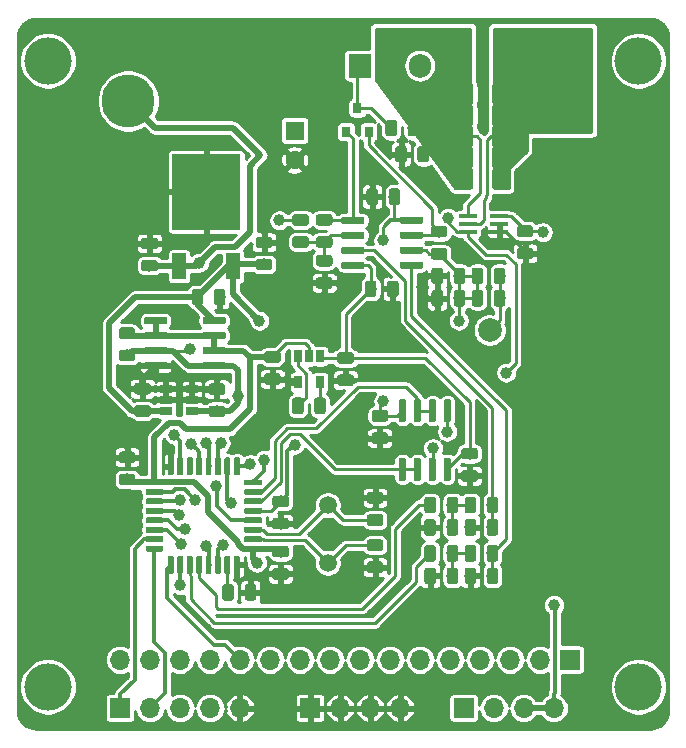
<source format=gtl>
G04 #@! TF.GenerationSoftware,KiCad,Pcbnew,(5.1.2)-2*
G04 #@! TF.CreationDate,2019-09-22T20:35:15+02:00*
G04 #@! TF.ProjectId,PowerSupply,506f7765-7253-4757-9070-6c792e6b6963,rev?*
G04 #@! TF.SameCoordinates,Original*
G04 #@! TF.FileFunction,Copper,L1,Top*
G04 #@! TF.FilePolarity,Positive*
%FSLAX46Y46*%
G04 Gerber Fmt 4.6, Leading zero omitted, Abs format (unit mm)*
G04 Created by KiCad (PCBNEW (5.1.2)-2) date 2019-09-22 20:35:15*
%MOMM*%
%LPD*%
G04 APERTURE LIST*
%ADD10R,1.500000X0.400000*%
%ADD11C,4.500880*%
%ADD12C,0.100000*%
%ADD13C,0.975000*%
%ADD14R,0.800000X0.900000*%
%ADD15C,1.998980*%
%ADD16R,1.700000X1.700000*%
%ADD17O,1.700000X1.700000*%
%ADD18C,0.600000*%
%ADD19R,1.200000X2.200000*%
%ADD20R,5.800000X6.400000*%
%ADD21R,1.905000X2.000000*%
%ADD22O,1.905000X2.000000*%
%ADD23R,1.060000X0.650000*%
%ADD24R,0.650000X1.060000*%
%ADD25C,0.500000*%
%ADD26C,1.500000*%
%ADD27C,1.250000*%
%ADD28R,1.600000X1.600000*%
%ADD29C,1.600000*%
%ADD30C,4.000000*%
%ADD31C,1.000000*%
%ADD32C,0.508000*%
%ADD33C,0.254000*%
%ADD34C,0.304800*%
%ADD35C,0.250000*%
G04 APERTURE END LIST*
D10*
X110230000Y-81450000D03*
X110230000Y-80800000D03*
X110230000Y-80150000D03*
X107570000Y-80150000D03*
X107570000Y-80800000D03*
X107570000Y-81450000D03*
D11*
X115400000Y-70400000D03*
D12*
G36*
X103205142Y-72001174D02*
G01*
X103228803Y-72004684D01*
X103252007Y-72010496D01*
X103274529Y-72018554D01*
X103296153Y-72028782D01*
X103316670Y-72041079D01*
X103335883Y-72055329D01*
X103353607Y-72071393D01*
X103369671Y-72089117D01*
X103383921Y-72108330D01*
X103396218Y-72128847D01*
X103406446Y-72150471D01*
X103414504Y-72172993D01*
X103420316Y-72196197D01*
X103423826Y-72219858D01*
X103425000Y-72243750D01*
X103425000Y-73156250D01*
X103423826Y-73180142D01*
X103420316Y-73203803D01*
X103414504Y-73227007D01*
X103406446Y-73249529D01*
X103396218Y-73271153D01*
X103383921Y-73291670D01*
X103369671Y-73310883D01*
X103353607Y-73328607D01*
X103335883Y-73344671D01*
X103316670Y-73358921D01*
X103296153Y-73371218D01*
X103274529Y-73381446D01*
X103252007Y-73389504D01*
X103228803Y-73395316D01*
X103205142Y-73398826D01*
X103181250Y-73400000D01*
X102693750Y-73400000D01*
X102669858Y-73398826D01*
X102646197Y-73395316D01*
X102622993Y-73389504D01*
X102600471Y-73381446D01*
X102578847Y-73371218D01*
X102558330Y-73358921D01*
X102539117Y-73344671D01*
X102521393Y-73328607D01*
X102505329Y-73310883D01*
X102491079Y-73291670D01*
X102478782Y-73271153D01*
X102468554Y-73249529D01*
X102460496Y-73227007D01*
X102454684Y-73203803D01*
X102451174Y-73180142D01*
X102450000Y-73156250D01*
X102450000Y-72243750D01*
X102451174Y-72219858D01*
X102454684Y-72196197D01*
X102460496Y-72172993D01*
X102468554Y-72150471D01*
X102478782Y-72128847D01*
X102491079Y-72108330D01*
X102505329Y-72089117D01*
X102521393Y-72071393D01*
X102539117Y-72055329D01*
X102558330Y-72041079D01*
X102578847Y-72028782D01*
X102600471Y-72018554D01*
X102622993Y-72010496D01*
X102646197Y-72004684D01*
X102669858Y-72001174D01*
X102693750Y-72000000D01*
X103181250Y-72000000D01*
X103205142Y-72001174D01*
X103205142Y-72001174D01*
G37*
D13*
X102937500Y-72700000D03*
D12*
G36*
X101330142Y-72001174D02*
G01*
X101353803Y-72004684D01*
X101377007Y-72010496D01*
X101399529Y-72018554D01*
X101421153Y-72028782D01*
X101441670Y-72041079D01*
X101460883Y-72055329D01*
X101478607Y-72071393D01*
X101494671Y-72089117D01*
X101508921Y-72108330D01*
X101521218Y-72128847D01*
X101531446Y-72150471D01*
X101539504Y-72172993D01*
X101545316Y-72196197D01*
X101548826Y-72219858D01*
X101550000Y-72243750D01*
X101550000Y-73156250D01*
X101548826Y-73180142D01*
X101545316Y-73203803D01*
X101539504Y-73227007D01*
X101531446Y-73249529D01*
X101521218Y-73271153D01*
X101508921Y-73291670D01*
X101494671Y-73310883D01*
X101478607Y-73328607D01*
X101460883Y-73344671D01*
X101441670Y-73358921D01*
X101421153Y-73371218D01*
X101399529Y-73381446D01*
X101377007Y-73389504D01*
X101353803Y-73395316D01*
X101330142Y-73398826D01*
X101306250Y-73400000D01*
X100818750Y-73400000D01*
X100794858Y-73398826D01*
X100771197Y-73395316D01*
X100747993Y-73389504D01*
X100725471Y-73381446D01*
X100703847Y-73371218D01*
X100683330Y-73358921D01*
X100664117Y-73344671D01*
X100646393Y-73328607D01*
X100630329Y-73310883D01*
X100616079Y-73291670D01*
X100603782Y-73271153D01*
X100593554Y-73249529D01*
X100585496Y-73227007D01*
X100579684Y-73203803D01*
X100576174Y-73180142D01*
X100575000Y-73156250D01*
X100575000Y-72243750D01*
X100576174Y-72219858D01*
X100579684Y-72196197D01*
X100585496Y-72172993D01*
X100593554Y-72150471D01*
X100603782Y-72128847D01*
X100616079Y-72108330D01*
X100630329Y-72089117D01*
X100646393Y-72071393D01*
X100664117Y-72055329D01*
X100683330Y-72041079D01*
X100703847Y-72028782D01*
X100725471Y-72018554D01*
X100747993Y-72010496D01*
X100771197Y-72004684D01*
X100794858Y-72001174D01*
X100818750Y-72000000D01*
X101306250Y-72000000D01*
X101330142Y-72001174D01*
X101330142Y-72001174D01*
G37*
D13*
X101062500Y-72700000D03*
D12*
G36*
X81080142Y-83851174D02*
G01*
X81103803Y-83854684D01*
X81127007Y-83860496D01*
X81149529Y-83868554D01*
X81171153Y-83878782D01*
X81191670Y-83891079D01*
X81210883Y-83905329D01*
X81228607Y-83921393D01*
X81244671Y-83939117D01*
X81258921Y-83958330D01*
X81271218Y-83978847D01*
X81281446Y-84000471D01*
X81289504Y-84022993D01*
X81295316Y-84046197D01*
X81298826Y-84069858D01*
X81300000Y-84093750D01*
X81300000Y-84581250D01*
X81298826Y-84605142D01*
X81295316Y-84628803D01*
X81289504Y-84652007D01*
X81281446Y-84674529D01*
X81271218Y-84696153D01*
X81258921Y-84716670D01*
X81244671Y-84735883D01*
X81228607Y-84753607D01*
X81210883Y-84769671D01*
X81191670Y-84783921D01*
X81171153Y-84796218D01*
X81149529Y-84806446D01*
X81127007Y-84814504D01*
X81103803Y-84820316D01*
X81080142Y-84823826D01*
X81056250Y-84825000D01*
X80143750Y-84825000D01*
X80119858Y-84823826D01*
X80096197Y-84820316D01*
X80072993Y-84814504D01*
X80050471Y-84806446D01*
X80028847Y-84796218D01*
X80008330Y-84783921D01*
X79989117Y-84769671D01*
X79971393Y-84753607D01*
X79955329Y-84735883D01*
X79941079Y-84716670D01*
X79928782Y-84696153D01*
X79918554Y-84674529D01*
X79910496Y-84652007D01*
X79904684Y-84628803D01*
X79901174Y-84605142D01*
X79900000Y-84581250D01*
X79900000Y-84093750D01*
X79901174Y-84069858D01*
X79904684Y-84046197D01*
X79910496Y-84022993D01*
X79918554Y-84000471D01*
X79928782Y-83978847D01*
X79941079Y-83958330D01*
X79955329Y-83939117D01*
X79971393Y-83921393D01*
X79989117Y-83905329D01*
X80008330Y-83891079D01*
X80028847Y-83878782D01*
X80050471Y-83868554D01*
X80072993Y-83860496D01*
X80096197Y-83854684D01*
X80119858Y-83851174D01*
X80143750Y-83850000D01*
X81056250Y-83850000D01*
X81080142Y-83851174D01*
X81080142Y-83851174D01*
G37*
D13*
X80600000Y-84337500D03*
D12*
G36*
X81080142Y-81976174D02*
G01*
X81103803Y-81979684D01*
X81127007Y-81985496D01*
X81149529Y-81993554D01*
X81171153Y-82003782D01*
X81191670Y-82016079D01*
X81210883Y-82030329D01*
X81228607Y-82046393D01*
X81244671Y-82064117D01*
X81258921Y-82083330D01*
X81271218Y-82103847D01*
X81281446Y-82125471D01*
X81289504Y-82147993D01*
X81295316Y-82171197D01*
X81298826Y-82194858D01*
X81300000Y-82218750D01*
X81300000Y-82706250D01*
X81298826Y-82730142D01*
X81295316Y-82753803D01*
X81289504Y-82777007D01*
X81281446Y-82799529D01*
X81271218Y-82821153D01*
X81258921Y-82841670D01*
X81244671Y-82860883D01*
X81228607Y-82878607D01*
X81210883Y-82894671D01*
X81191670Y-82908921D01*
X81171153Y-82921218D01*
X81149529Y-82931446D01*
X81127007Y-82939504D01*
X81103803Y-82945316D01*
X81080142Y-82948826D01*
X81056250Y-82950000D01*
X80143750Y-82950000D01*
X80119858Y-82948826D01*
X80096197Y-82945316D01*
X80072993Y-82939504D01*
X80050471Y-82931446D01*
X80028847Y-82921218D01*
X80008330Y-82908921D01*
X79989117Y-82894671D01*
X79971393Y-82878607D01*
X79955329Y-82860883D01*
X79941079Y-82841670D01*
X79928782Y-82821153D01*
X79918554Y-82799529D01*
X79910496Y-82777007D01*
X79904684Y-82753803D01*
X79901174Y-82730142D01*
X79900000Y-82706250D01*
X79900000Y-82218750D01*
X79901174Y-82194858D01*
X79904684Y-82171197D01*
X79910496Y-82147993D01*
X79918554Y-82125471D01*
X79928782Y-82103847D01*
X79941079Y-82083330D01*
X79955329Y-82064117D01*
X79971393Y-82046393D01*
X79989117Y-82030329D01*
X80008330Y-82016079D01*
X80028847Y-82003782D01*
X80050471Y-81993554D01*
X80072993Y-81985496D01*
X80096197Y-81979684D01*
X80119858Y-81976174D01*
X80143750Y-81975000D01*
X81056250Y-81975000D01*
X81080142Y-81976174D01*
X81080142Y-81976174D01*
G37*
D13*
X80600000Y-82462500D03*
D12*
G36*
X90780142Y-81876174D02*
G01*
X90803803Y-81879684D01*
X90827007Y-81885496D01*
X90849529Y-81893554D01*
X90871153Y-81903782D01*
X90891670Y-81916079D01*
X90910883Y-81930329D01*
X90928607Y-81946393D01*
X90944671Y-81964117D01*
X90958921Y-81983330D01*
X90971218Y-82003847D01*
X90981446Y-82025471D01*
X90989504Y-82047993D01*
X90995316Y-82071197D01*
X90998826Y-82094858D01*
X91000000Y-82118750D01*
X91000000Y-82606250D01*
X90998826Y-82630142D01*
X90995316Y-82653803D01*
X90989504Y-82677007D01*
X90981446Y-82699529D01*
X90971218Y-82721153D01*
X90958921Y-82741670D01*
X90944671Y-82760883D01*
X90928607Y-82778607D01*
X90910883Y-82794671D01*
X90891670Y-82808921D01*
X90871153Y-82821218D01*
X90849529Y-82831446D01*
X90827007Y-82839504D01*
X90803803Y-82845316D01*
X90780142Y-82848826D01*
X90756250Y-82850000D01*
X89843750Y-82850000D01*
X89819858Y-82848826D01*
X89796197Y-82845316D01*
X89772993Y-82839504D01*
X89750471Y-82831446D01*
X89728847Y-82821218D01*
X89708330Y-82808921D01*
X89689117Y-82794671D01*
X89671393Y-82778607D01*
X89655329Y-82760883D01*
X89641079Y-82741670D01*
X89628782Y-82721153D01*
X89618554Y-82699529D01*
X89610496Y-82677007D01*
X89604684Y-82653803D01*
X89601174Y-82630142D01*
X89600000Y-82606250D01*
X89600000Y-82118750D01*
X89601174Y-82094858D01*
X89604684Y-82071197D01*
X89610496Y-82047993D01*
X89618554Y-82025471D01*
X89628782Y-82003847D01*
X89641079Y-81983330D01*
X89655329Y-81964117D01*
X89671393Y-81946393D01*
X89689117Y-81930329D01*
X89708330Y-81916079D01*
X89728847Y-81903782D01*
X89750471Y-81893554D01*
X89772993Y-81885496D01*
X89796197Y-81879684D01*
X89819858Y-81876174D01*
X89843750Y-81875000D01*
X90756250Y-81875000D01*
X90780142Y-81876174D01*
X90780142Y-81876174D01*
G37*
D13*
X90300000Y-82362500D03*
D12*
G36*
X90780142Y-83751174D02*
G01*
X90803803Y-83754684D01*
X90827007Y-83760496D01*
X90849529Y-83768554D01*
X90871153Y-83778782D01*
X90891670Y-83791079D01*
X90910883Y-83805329D01*
X90928607Y-83821393D01*
X90944671Y-83839117D01*
X90958921Y-83858330D01*
X90971218Y-83878847D01*
X90981446Y-83900471D01*
X90989504Y-83922993D01*
X90995316Y-83946197D01*
X90998826Y-83969858D01*
X91000000Y-83993750D01*
X91000000Y-84481250D01*
X90998826Y-84505142D01*
X90995316Y-84528803D01*
X90989504Y-84552007D01*
X90981446Y-84574529D01*
X90971218Y-84596153D01*
X90958921Y-84616670D01*
X90944671Y-84635883D01*
X90928607Y-84653607D01*
X90910883Y-84669671D01*
X90891670Y-84683921D01*
X90871153Y-84696218D01*
X90849529Y-84706446D01*
X90827007Y-84714504D01*
X90803803Y-84720316D01*
X90780142Y-84723826D01*
X90756250Y-84725000D01*
X89843750Y-84725000D01*
X89819858Y-84723826D01*
X89796197Y-84720316D01*
X89772993Y-84714504D01*
X89750471Y-84706446D01*
X89728847Y-84696218D01*
X89708330Y-84683921D01*
X89689117Y-84669671D01*
X89671393Y-84653607D01*
X89655329Y-84635883D01*
X89641079Y-84616670D01*
X89628782Y-84596153D01*
X89618554Y-84574529D01*
X89610496Y-84552007D01*
X89604684Y-84528803D01*
X89601174Y-84505142D01*
X89600000Y-84481250D01*
X89600000Y-83993750D01*
X89601174Y-83969858D01*
X89604684Y-83946197D01*
X89610496Y-83922993D01*
X89618554Y-83900471D01*
X89628782Y-83878847D01*
X89641079Y-83858330D01*
X89655329Y-83839117D01*
X89671393Y-83821393D01*
X89689117Y-83805329D01*
X89708330Y-83791079D01*
X89728847Y-83778782D01*
X89750471Y-83768554D01*
X89772993Y-83760496D01*
X89796197Y-83754684D01*
X89819858Y-83751174D01*
X89843750Y-83750000D01*
X90756250Y-83750000D01*
X90780142Y-83751174D01*
X90780142Y-83751174D01*
G37*
D13*
X90300000Y-84237500D03*
D12*
G36*
X110505142Y-86401174D02*
G01*
X110528803Y-86404684D01*
X110552007Y-86410496D01*
X110574529Y-86418554D01*
X110596153Y-86428782D01*
X110616670Y-86441079D01*
X110635883Y-86455329D01*
X110653607Y-86471393D01*
X110669671Y-86489117D01*
X110683921Y-86508330D01*
X110696218Y-86528847D01*
X110706446Y-86550471D01*
X110714504Y-86572993D01*
X110720316Y-86596197D01*
X110723826Y-86619858D01*
X110725000Y-86643750D01*
X110725000Y-87556250D01*
X110723826Y-87580142D01*
X110720316Y-87603803D01*
X110714504Y-87627007D01*
X110706446Y-87649529D01*
X110696218Y-87671153D01*
X110683921Y-87691670D01*
X110669671Y-87710883D01*
X110653607Y-87728607D01*
X110635883Y-87744671D01*
X110616670Y-87758921D01*
X110596153Y-87771218D01*
X110574529Y-87781446D01*
X110552007Y-87789504D01*
X110528803Y-87795316D01*
X110505142Y-87798826D01*
X110481250Y-87800000D01*
X109993750Y-87800000D01*
X109969858Y-87798826D01*
X109946197Y-87795316D01*
X109922993Y-87789504D01*
X109900471Y-87781446D01*
X109878847Y-87771218D01*
X109858330Y-87758921D01*
X109839117Y-87744671D01*
X109821393Y-87728607D01*
X109805329Y-87710883D01*
X109791079Y-87691670D01*
X109778782Y-87671153D01*
X109768554Y-87649529D01*
X109760496Y-87627007D01*
X109754684Y-87603803D01*
X109751174Y-87580142D01*
X109750000Y-87556250D01*
X109750000Y-86643750D01*
X109751174Y-86619858D01*
X109754684Y-86596197D01*
X109760496Y-86572993D01*
X109768554Y-86550471D01*
X109778782Y-86528847D01*
X109791079Y-86508330D01*
X109805329Y-86489117D01*
X109821393Y-86471393D01*
X109839117Y-86455329D01*
X109858330Y-86441079D01*
X109878847Y-86428782D01*
X109900471Y-86418554D01*
X109922993Y-86410496D01*
X109946197Y-86404684D01*
X109969858Y-86401174D01*
X109993750Y-86400000D01*
X110481250Y-86400000D01*
X110505142Y-86401174D01*
X110505142Y-86401174D01*
G37*
D13*
X110237500Y-87100000D03*
D12*
G36*
X108630142Y-86401174D02*
G01*
X108653803Y-86404684D01*
X108677007Y-86410496D01*
X108699529Y-86418554D01*
X108721153Y-86428782D01*
X108741670Y-86441079D01*
X108760883Y-86455329D01*
X108778607Y-86471393D01*
X108794671Y-86489117D01*
X108808921Y-86508330D01*
X108821218Y-86528847D01*
X108831446Y-86550471D01*
X108839504Y-86572993D01*
X108845316Y-86596197D01*
X108848826Y-86619858D01*
X108850000Y-86643750D01*
X108850000Y-87556250D01*
X108848826Y-87580142D01*
X108845316Y-87603803D01*
X108839504Y-87627007D01*
X108831446Y-87649529D01*
X108821218Y-87671153D01*
X108808921Y-87691670D01*
X108794671Y-87710883D01*
X108778607Y-87728607D01*
X108760883Y-87744671D01*
X108741670Y-87758921D01*
X108721153Y-87771218D01*
X108699529Y-87781446D01*
X108677007Y-87789504D01*
X108653803Y-87795316D01*
X108630142Y-87798826D01*
X108606250Y-87800000D01*
X108118750Y-87800000D01*
X108094858Y-87798826D01*
X108071197Y-87795316D01*
X108047993Y-87789504D01*
X108025471Y-87781446D01*
X108003847Y-87771218D01*
X107983330Y-87758921D01*
X107964117Y-87744671D01*
X107946393Y-87728607D01*
X107930329Y-87710883D01*
X107916079Y-87691670D01*
X107903782Y-87671153D01*
X107893554Y-87649529D01*
X107885496Y-87627007D01*
X107879684Y-87603803D01*
X107876174Y-87580142D01*
X107875000Y-87556250D01*
X107875000Y-86643750D01*
X107876174Y-86619858D01*
X107879684Y-86596197D01*
X107885496Y-86572993D01*
X107893554Y-86550471D01*
X107903782Y-86528847D01*
X107916079Y-86508330D01*
X107930329Y-86489117D01*
X107946393Y-86471393D01*
X107964117Y-86455329D01*
X107983330Y-86441079D01*
X108003847Y-86428782D01*
X108025471Y-86418554D01*
X108047993Y-86410496D01*
X108071197Y-86404684D01*
X108094858Y-86401174D01*
X108118750Y-86400000D01*
X108606250Y-86400000D01*
X108630142Y-86401174D01*
X108630142Y-86401174D01*
G37*
D13*
X108362500Y-87100000D03*
D12*
G36*
X105230142Y-84501174D02*
G01*
X105253803Y-84504684D01*
X105277007Y-84510496D01*
X105299529Y-84518554D01*
X105321153Y-84528782D01*
X105341670Y-84541079D01*
X105360883Y-84555329D01*
X105378607Y-84571393D01*
X105394671Y-84589117D01*
X105408921Y-84608330D01*
X105421218Y-84628847D01*
X105431446Y-84650471D01*
X105439504Y-84672993D01*
X105445316Y-84696197D01*
X105448826Y-84719858D01*
X105450000Y-84743750D01*
X105450000Y-85656250D01*
X105448826Y-85680142D01*
X105445316Y-85703803D01*
X105439504Y-85727007D01*
X105431446Y-85749529D01*
X105421218Y-85771153D01*
X105408921Y-85791670D01*
X105394671Y-85810883D01*
X105378607Y-85828607D01*
X105360883Y-85844671D01*
X105341670Y-85858921D01*
X105321153Y-85871218D01*
X105299529Y-85881446D01*
X105277007Y-85889504D01*
X105253803Y-85895316D01*
X105230142Y-85898826D01*
X105206250Y-85900000D01*
X104718750Y-85900000D01*
X104694858Y-85898826D01*
X104671197Y-85895316D01*
X104647993Y-85889504D01*
X104625471Y-85881446D01*
X104603847Y-85871218D01*
X104583330Y-85858921D01*
X104564117Y-85844671D01*
X104546393Y-85828607D01*
X104530329Y-85810883D01*
X104516079Y-85791670D01*
X104503782Y-85771153D01*
X104493554Y-85749529D01*
X104485496Y-85727007D01*
X104479684Y-85703803D01*
X104476174Y-85680142D01*
X104475000Y-85656250D01*
X104475000Y-84743750D01*
X104476174Y-84719858D01*
X104479684Y-84696197D01*
X104485496Y-84672993D01*
X104493554Y-84650471D01*
X104503782Y-84628847D01*
X104516079Y-84608330D01*
X104530329Y-84589117D01*
X104546393Y-84571393D01*
X104564117Y-84555329D01*
X104583330Y-84541079D01*
X104603847Y-84528782D01*
X104625471Y-84518554D01*
X104647993Y-84510496D01*
X104671197Y-84504684D01*
X104694858Y-84501174D01*
X104718750Y-84500000D01*
X105206250Y-84500000D01*
X105230142Y-84501174D01*
X105230142Y-84501174D01*
G37*
D13*
X104962500Y-85200000D03*
D12*
G36*
X107105142Y-84501174D02*
G01*
X107128803Y-84504684D01*
X107152007Y-84510496D01*
X107174529Y-84518554D01*
X107196153Y-84528782D01*
X107216670Y-84541079D01*
X107235883Y-84555329D01*
X107253607Y-84571393D01*
X107269671Y-84589117D01*
X107283921Y-84608330D01*
X107296218Y-84628847D01*
X107306446Y-84650471D01*
X107314504Y-84672993D01*
X107320316Y-84696197D01*
X107323826Y-84719858D01*
X107325000Y-84743750D01*
X107325000Y-85656250D01*
X107323826Y-85680142D01*
X107320316Y-85703803D01*
X107314504Y-85727007D01*
X107306446Y-85749529D01*
X107296218Y-85771153D01*
X107283921Y-85791670D01*
X107269671Y-85810883D01*
X107253607Y-85828607D01*
X107235883Y-85844671D01*
X107216670Y-85858921D01*
X107196153Y-85871218D01*
X107174529Y-85881446D01*
X107152007Y-85889504D01*
X107128803Y-85895316D01*
X107105142Y-85898826D01*
X107081250Y-85900000D01*
X106593750Y-85900000D01*
X106569858Y-85898826D01*
X106546197Y-85895316D01*
X106522993Y-85889504D01*
X106500471Y-85881446D01*
X106478847Y-85871218D01*
X106458330Y-85858921D01*
X106439117Y-85844671D01*
X106421393Y-85828607D01*
X106405329Y-85810883D01*
X106391079Y-85791670D01*
X106378782Y-85771153D01*
X106368554Y-85749529D01*
X106360496Y-85727007D01*
X106354684Y-85703803D01*
X106351174Y-85680142D01*
X106350000Y-85656250D01*
X106350000Y-84743750D01*
X106351174Y-84719858D01*
X106354684Y-84696197D01*
X106360496Y-84672993D01*
X106368554Y-84650471D01*
X106378782Y-84628847D01*
X106391079Y-84608330D01*
X106405329Y-84589117D01*
X106421393Y-84571393D01*
X106439117Y-84555329D01*
X106458330Y-84541079D01*
X106478847Y-84528782D01*
X106500471Y-84518554D01*
X106522993Y-84510496D01*
X106546197Y-84504684D01*
X106569858Y-84501174D01*
X106593750Y-84500000D01*
X107081250Y-84500000D01*
X107105142Y-84501174D01*
X107105142Y-84501174D01*
G37*
D13*
X106837500Y-85200000D03*
D12*
G36*
X86805142Y-86301174D02*
G01*
X86828803Y-86304684D01*
X86852007Y-86310496D01*
X86874529Y-86318554D01*
X86896153Y-86328782D01*
X86916670Y-86341079D01*
X86935883Y-86355329D01*
X86953607Y-86371393D01*
X86969671Y-86389117D01*
X86983921Y-86408330D01*
X86996218Y-86428847D01*
X87006446Y-86450471D01*
X87014504Y-86472993D01*
X87020316Y-86496197D01*
X87023826Y-86519858D01*
X87025000Y-86543750D01*
X87025000Y-87456250D01*
X87023826Y-87480142D01*
X87020316Y-87503803D01*
X87014504Y-87527007D01*
X87006446Y-87549529D01*
X86996218Y-87571153D01*
X86983921Y-87591670D01*
X86969671Y-87610883D01*
X86953607Y-87628607D01*
X86935883Y-87644671D01*
X86916670Y-87658921D01*
X86896153Y-87671218D01*
X86874529Y-87681446D01*
X86852007Y-87689504D01*
X86828803Y-87695316D01*
X86805142Y-87698826D01*
X86781250Y-87700000D01*
X86293750Y-87700000D01*
X86269858Y-87698826D01*
X86246197Y-87695316D01*
X86222993Y-87689504D01*
X86200471Y-87681446D01*
X86178847Y-87671218D01*
X86158330Y-87658921D01*
X86139117Y-87644671D01*
X86121393Y-87628607D01*
X86105329Y-87610883D01*
X86091079Y-87591670D01*
X86078782Y-87571153D01*
X86068554Y-87549529D01*
X86060496Y-87527007D01*
X86054684Y-87503803D01*
X86051174Y-87480142D01*
X86050000Y-87456250D01*
X86050000Y-86543750D01*
X86051174Y-86519858D01*
X86054684Y-86496197D01*
X86060496Y-86472993D01*
X86068554Y-86450471D01*
X86078782Y-86428847D01*
X86091079Y-86408330D01*
X86105329Y-86389117D01*
X86121393Y-86371393D01*
X86139117Y-86355329D01*
X86158330Y-86341079D01*
X86178847Y-86328782D01*
X86200471Y-86318554D01*
X86222993Y-86310496D01*
X86246197Y-86304684D01*
X86269858Y-86301174D01*
X86293750Y-86300000D01*
X86781250Y-86300000D01*
X86805142Y-86301174D01*
X86805142Y-86301174D01*
G37*
D13*
X86537500Y-87000000D03*
D12*
G36*
X84930142Y-86301174D02*
G01*
X84953803Y-86304684D01*
X84977007Y-86310496D01*
X84999529Y-86318554D01*
X85021153Y-86328782D01*
X85041670Y-86341079D01*
X85060883Y-86355329D01*
X85078607Y-86371393D01*
X85094671Y-86389117D01*
X85108921Y-86408330D01*
X85121218Y-86428847D01*
X85131446Y-86450471D01*
X85139504Y-86472993D01*
X85145316Y-86496197D01*
X85148826Y-86519858D01*
X85150000Y-86543750D01*
X85150000Y-87456250D01*
X85148826Y-87480142D01*
X85145316Y-87503803D01*
X85139504Y-87527007D01*
X85131446Y-87549529D01*
X85121218Y-87571153D01*
X85108921Y-87591670D01*
X85094671Y-87610883D01*
X85078607Y-87628607D01*
X85060883Y-87644671D01*
X85041670Y-87658921D01*
X85021153Y-87671218D01*
X84999529Y-87681446D01*
X84977007Y-87689504D01*
X84953803Y-87695316D01*
X84930142Y-87698826D01*
X84906250Y-87700000D01*
X84418750Y-87700000D01*
X84394858Y-87698826D01*
X84371197Y-87695316D01*
X84347993Y-87689504D01*
X84325471Y-87681446D01*
X84303847Y-87671218D01*
X84283330Y-87658921D01*
X84264117Y-87644671D01*
X84246393Y-87628607D01*
X84230329Y-87610883D01*
X84216079Y-87591670D01*
X84203782Y-87571153D01*
X84193554Y-87549529D01*
X84185496Y-87527007D01*
X84179684Y-87503803D01*
X84176174Y-87480142D01*
X84175000Y-87456250D01*
X84175000Y-86543750D01*
X84176174Y-86519858D01*
X84179684Y-86496197D01*
X84185496Y-86472993D01*
X84193554Y-86450471D01*
X84203782Y-86428847D01*
X84216079Y-86408330D01*
X84230329Y-86389117D01*
X84246393Y-86371393D01*
X84264117Y-86355329D01*
X84283330Y-86341079D01*
X84303847Y-86328782D01*
X84325471Y-86318554D01*
X84347993Y-86310496D01*
X84371197Y-86304684D01*
X84394858Y-86301174D01*
X84418750Y-86300000D01*
X84906250Y-86300000D01*
X84930142Y-86301174D01*
X84930142Y-86301174D01*
G37*
D13*
X84662500Y-87000000D03*
D12*
G36*
X95880142Y-83438674D02*
G01*
X95903803Y-83442184D01*
X95927007Y-83447996D01*
X95949529Y-83456054D01*
X95971153Y-83466282D01*
X95991670Y-83478579D01*
X96010883Y-83492829D01*
X96028607Y-83508893D01*
X96044671Y-83526617D01*
X96058921Y-83545830D01*
X96071218Y-83566347D01*
X96081446Y-83587971D01*
X96089504Y-83610493D01*
X96095316Y-83633697D01*
X96098826Y-83657358D01*
X96100000Y-83681250D01*
X96100000Y-84168750D01*
X96098826Y-84192642D01*
X96095316Y-84216303D01*
X96089504Y-84239507D01*
X96081446Y-84262029D01*
X96071218Y-84283653D01*
X96058921Y-84304170D01*
X96044671Y-84323383D01*
X96028607Y-84341107D01*
X96010883Y-84357171D01*
X95991670Y-84371421D01*
X95971153Y-84383718D01*
X95949529Y-84393946D01*
X95927007Y-84402004D01*
X95903803Y-84407816D01*
X95880142Y-84411326D01*
X95856250Y-84412500D01*
X94943750Y-84412500D01*
X94919858Y-84411326D01*
X94896197Y-84407816D01*
X94872993Y-84402004D01*
X94850471Y-84393946D01*
X94828847Y-84383718D01*
X94808330Y-84371421D01*
X94789117Y-84357171D01*
X94771393Y-84341107D01*
X94755329Y-84323383D01*
X94741079Y-84304170D01*
X94728782Y-84283653D01*
X94718554Y-84262029D01*
X94710496Y-84239507D01*
X94704684Y-84216303D01*
X94701174Y-84192642D01*
X94700000Y-84168750D01*
X94700000Y-83681250D01*
X94701174Y-83657358D01*
X94704684Y-83633697D01*
X94710496Y-83610493D01*
X94718554Y-83587971D01*
X94728782Y-83566347D01*
X94741079Y-83545830D01*
X94755329Y-83526617D01*
X94771393Y-83508893D01*
X94789117Y-83492829D01*
X94808330Y-83478579D01*
X94828847Y-83466282D01*
X94850471Y-83456054D01*
X94872993Y-83447996D01*
X94896197Y-83442184D01*
X94919858Y-83438674D01*
X94943750Y-83437500D01*
X95856250Y-83437500D01*
X95880142Y-83438674D01*
X95880142Y-83438674D01*
G37*
D13*
X95400000Y-83925000D03*
D12*
G36*
X95880142Y-85313674D02*
G01*
X95903803Y-85317184D01*
X95927007Y-85322996D01*
X95949529Y-85331054D01*
X95971153Y-85341282D01*
X95991670Y-85353579D01*
X96010883Y-85367829D01*
X96028607Y-85383893D01*
X96044671Y-85401617D01*
X96058921Y-85420830D01*
X96071218Y-85441347D01*
X96081446Y-85462971D01*
X96089504Y-85485493D01*
X96095316Y-85508697D01*
X96098826Y-85532358D01*
X96100000Y-85556250D01*
X96100000Y-86043750D01*
X96098826Y-86067642D01*
X96095316Y-86091303D01*
X96089504Y-86114507D01*
X96081446Y-86137029D01*
X96071218Y-86158653D01*
X96058921Y-86179170D01*
X96044671Y-86198383D01*
X96028607Y-86216107D01*
X96010883Y-86232171D01*
X95991670Y-86246421D01*
X95971153Y-86258718D01*
X95949529Y-86268946D01*
X95927007Y-86277004D01*
X95903803Y-86282816D01*
X95880142Y-86286326D01*
X95856250Y-86287500D01*
X94943750Y-86287500D01*
X94919858Y-86286326D01*
X94896197Y-86282816D01*
X94872993Y-86277004D01*
X94850471Y-86268946D01*
X94828847Y-86258718D01*
X94808330Y-86246421D01*
X94789117Y-86232171D01*
X94771393Y-86216107D01*
X94755329Y-86198383D01*
X94741079Y-86179170D01*
X94728782Y-86158653D01*
X94718554Y-86137029D01*
X94710496Y-86114507D01*
X94704684Y-86091303D01*
X94701174Y-86067642D01*
X94700000Y-86043750D01*
X94700000Y-85556250D01*
X94701174Y-85532358D01*
X94704684Y-85508697D01*
X94710496Y-85485493D01*
X94718554Y-85462971D01*
X94728782Y-85441347D01*
X94741079Y-85420830D01*
X94755329Y-85401617D01*
X94771393Y-85383893D01*
X94789117Y-85367829D01*
X94808330Y-85353579D01*
X94828847Y-85341282D01*
X94850471Y-85331054D01*
X94872993Y-85322996D01*
X94896197Y-85317184D01*
X94919858Y-85313674D01*
X94943750Y-85312500D01*
X95856250Y-85312500D01*
X95880142Y-85313674D01*
X95880142Y-85313674D01*
G37*
D13*
X95400000Y-85800000D03*
D12*
G36*
X101605142Y-77801174D02*
G01*
X101628803Y-77804684D01*
X101652007Y-77810496D01*
X101674529Y-77818554D01*
X101696153Y-77828782D01*
X101716670Y-77841079D01*
X101735883Y-77855329D01*
X101753607Y-77871393D01*
X101769671Y-77889117D01*
X101783921Y-77908330D01*
X101796218Y-77928847D01*
X101806446Y-77950471D01*
X101814504Y-77972993D01*
X101820316Y-77996197D01*
X101823826Y-78019858D01*
X101825000Y-78043750D01*
X101825000Y-78956250D01*
X101823826Y-78980142D01*
X101820316Y-79003803D01*
X101814504Y-79027007D01*
X101806446Y-79049529D01*
X101796218Y-79071153D01*
X101783921Y-79091670D01*
X101769671Y-79110883D01*
X101753607Y-79128607D01*
X101735883Y-79144671D01*
X101716670Y-79158921D01*
X101696153Y-79171218D01*
X101674529Y-79181446D01*
X101652007Y-79189504D01*
X101628803Y-79195316D01*
X101605142Y-79198826D01*
X101581250Y-79200000D01*
X101093750Y-79200000D01*
X101069858Y-79198826D01*
X101046197Y-79195316D01*
X101022993Y-79189504D01*
X101000471Y-79181446D01*
X100978847Y-79171218D01*
X100958330Y-79158921D01*
X100939117Y-79144671D01*
X100921393Y-79128607D01*
X100905329Y-79110883D01*
X100891079Y-79091670D01*
X100878782Y-79071153D01*
X100868554Y-79049529D01*
X100860496Y-79027007D01*
X100854684Y-79003803D01*
X100851174Y-78980142D01*
X100850000Y-78956250D01*
X100850000Y-78043750D01*
X100851174Y-78019858D01*
X100854684Y-77996197D01*
X100860496Y-77972993D01*
X100868554Y-77950471D01*
X100878782Y-77928847D01*
X100891079Y-77908330D01*
X100905329Y-77889117D01*
X100921393Y-77871393D01*
X100939117Y-77855329D01*
X100958330Y-77841079D01*
X100978847Y-77828782D01*
X101000471Y-77818554D01*
X101022993Y-77810496D01*
X101046197Y-77804684D01*
X101069858Y-77801174D01*
X101093750Y-77800000D01*
X101581250Y-77800000D01*
X101605142Y-77801174D01*
X101605142Y-77801174D01*
G37*
D13*
X101337500Y-78500000D03*
D12*
G36*
X99730142Y-77801174D02*
G01*
X99753803Y-77804684D01*
X99777007Y-77810496D01*
X99799529Y-77818554D01*
X99821153Y-77828782D01*
X99841670Y-77841079D01*
X99860883Y-77855329D01*
X99878607Y-77871393D01*
X99894671Y-77889117D01*
X99908921Y-77908330D01*
X99921218Y-77928847D01*
X99931446Y-77950471D01*
X99939504Y-77972993D01*
X99945316Y-77996197D01*
X99948826Y-78019858D01*
X99950000Y-78043750D01*
X99950000Y-78956250D01*
X99948826Y-78980142D01*
X99945316Y-79003803D01*
X99939504Y-79027007D01*
X99931446Y-79049529D01*
X99921218Y-79071153D01*
X99908921Y-79091670D01*
X99894671Y-79110883D01*
X99878607Y-79128607D01*
X99860883Y-79144671D01*
X99841670Y-79158921D01*
X99821153Y-79171218D01*
X99799529Y-79181446D01*
X99777007Y-79189504D01*
X99753803Y-79195316D01*
X99730142Y-79198826D01*
X99706250Y-79200000D01*
X99218750Y-79200000D01*
X99194858Y-79198826D01*
X99171197Y-79195316D01*
X99147993Y-79189504D01*
X99125471Y-79181446D01*
X99103847Y-79171218D01*
X99083330Y-79158921D01*
X99064117Y-79144671D01*
X99046393Y-79128607D01*
X99030329Y-79110883D01*
X99016079Y-79091670D01*
X99003782Y-79071153D01*
X98993554Y-79049529D01*
X98985496Y-79027007D01*
X98979684Y-79003803D01*
X98976174Y-78980142D01*
X98975000Y-78956250D01*
X98975000Y-78043750D01*
X98976174Y-78019858D01*
X98979684Y-77996197D01*
X98985496Y-77972993D01*
X98993554Y-77950471D01*
X99003782Y-77928847D01*
X99016079Y-77908330D01*
X99030329Y-77889117D01*
X99046393Y-77871393D01*
X99064117Y-77855329D01*
X99083330Y-77841079D01*
X99103847Y-77828782D01*
X99125471Y-77818554D01*
X99147993Y-77810496D01*
X99171197Y-77804684D01*
X99194858Y-77801174D01*
X99218750Y-77800000D01*
X99706250Y-77800000D01*
X99730142Y-77801174D01*
X99730142Y-77801174D01*
G37*
D13*
X99462500Y-78500000D03*
D12*
G36*
X105580142Y-82851174D02*
G01*
X105603803Y-82854684D01*
X105627007Y-82860496D01*
X105649529Y-82868554D01*
X105671153Y-82878782D01*
X105691670Y-82891079D01*
X105710883Y-82905329D01*
X105728607Y-82921393D01*
X105744671Y-82939117D01*
X105758921Y-82958330D01*
X105771218Y-82978847D01*
X105781446Y-83000471D01*
X105789504Y-83022993D01*
X105795316Y-83046197D01*
X105798826Y-83069858D01*
X105800000Y-83093750D01*
X105800000Y-83581250D01*
X105798826Y-83605142D01*
X105795316Y-83628803D01*
X105789504Y-83652007D01*
X105781446Y-83674529D01*
X105771218Y-83696153D01*
X105758921Y-83716670D01*
X105744671Y-83735883D01*
X105728607Y-83753607D01*
X105710883Y-83769671D01*
X105691670Y-83783921D01*
X105671153Y-83796218D01*
X105649529Y-83806446D01*
X105627007Y-83814504D01*
X105603803Y-83820316D01*
X105580142Y-83823826D01*
X105556250Y-83825000D01*
X104643750Y-83825000D01*
X104619858Y-83823826D01*
X104596197Y-83820316D01*
X104572993Y-83814504D01*
X104550471Y-83806446D01*
X104528847Y-83796218D01*
X104508330Y-83783921D01*
X104489117Y-83769671D01*
X104471393Y-83753607D01*
X104455329Y-83735883D01*
X104441079Y-83716670D01*
X104428782Y-83696153D01*
X104418554Y-83674529D01*
X104410496Y-83652007D01*
X104404684Y-83628803D01*
X104401174Y-83605142D01*
X104400000Y-83581250D01*
X104400000Y-83093750D01*
X104401174Y-83069858D01*
X104404684Y-83046197D01*
X104410496Y-83022993D01*
X104418554Y-83000471D01*
X104428782Y-82978847D01*
X104441079Y-82958330D01*
X104455329Y-82939117D01*
X104471393Y-82921393D01*
X104489117Y-82905329D01*
X104508330Y-82891079D01*
X104528847Y-82878782D01*
X104550471Y-82868554D01*
X104572993Y-82860496D01*
X104596197Y-82854684D01*
X104619858Y-82851174D01*
X104643750Y-82850000D01*
X105556250Y-82850000D01*
X105580142Y-82851174D01*
X105580142Y-82851174D01*
G37*
D13*
X105100000Y-83337500D03*
D12*
G36*
X105580142Y-80976174D02*
G01*
X105603803Y-80979684D01*
X105627007Y-80985496D01*
X105649529Y-80993554D01*
X105671153Y-81003782D01*
X105691670Y-81016079D01*
X105710883Y-81030329D01*
X105728607Y-81046393D01*
X105744671Y-81064117D01*
X105758921Y-81083330D01*
X105771218Y-81103847D01*
X105781446Y-81125471D01*
X105789504Y-81147993D01*
X105795316Y-81171197D01*
X105798826Y-81194858D01*
X105800000Y-81218750D01*
X105800000Y-81706250D01*
X105798826Y-81730142D01*
X105795316Y-81753803D01*
X105789504Y-81777007D01*
X105781446Y-81799529D01*
X105771218Y-81821153D01*
X105758921Y-81841670D01*
X105744671Y-81860883D01*
X105728607Y-81878607D01*
X105710883Y-81894671D01*
X105691670Y-81908921D01*
X105671153Y-81921218D01*
X105649529Y-81931446D01*
X105627007Y-81939504D01*
X105603803Y-81945316D01*
X105580142Y-81948826D01*
X105556250Y-81950000D01*
X104643750Y-81950000D01*
X104619858Y-81948826D01*
X104596197Y-81945316D01*
X104572993Y-81939504D01*
X104550471Y-81931446D01*
X104528847Y-81921218D01*
X104508330Y-81908921D01*
X104489117Y-81894671D01*
X104471393Y-81878607D01*
X104455329Y-81860883D01*
X104441079Y-81841670D01*
X104428782Y-81821153D01*
X104418554Y-81799529D01*
X104410496Y-81777007D01*
X104404684Y-81753803D01*
X104401174Y-81730142D01*
X104400000Y-81706250D01*
X104400000Y-81218750D01*
X104401174Y-81194858D01*
X104404684Y-81171197D01*
X104410496Y-81147993D01*
X104418554Y-81125471D01*
X104428782Y-81103847D01*
X104441079Y-81083330D01*
X104455329Y-81064117D01*
X104471393Y-81046393D01*
X104489117Y-81030329D01*
X104508330Y-81016079D01*
X104528847Y-81003782D01*
X104550471Y-80993554D01*
X104572993Y-80985496D01*
X104596197Y-80979684D01*
X104619858Y-80976174D01*
X104643750Y-80975000D01*
X105556250Y-80975000D01*
X105580142Y-80976174D01*
X105580142Y-80976174D01*
G37*
D13*
X105100000Y-81462500D03*
D12*
G36*
X95880142Y-81851174D02*
G01*
X95903803Y-81854684D01*
X95927007Y-81860496D01*
X95949529Y-81868554D01*
X95971153Y-81878782D01*
X95991670Y-81891079D01*
X96010883Y-81905329D01*
X96028607Y-81921393D01*
X96044671Y-81939117D01*
X96058921Y-81958330D01*
X96071218Y-81978847D01*
X96081446Y-82000471D01*
X96089504Y-82022993D01*
X96095316Y-82046197D01*
X96098826Y-82069858D01*
X96100000Y-82093750D01*
X96100000Y-82581250D01*
X96098826Y-82605142D01*
X96095316Y-82628803D01*
X96089504Y-82652007D01*
X96081446Y-82674529D01*
X96071218Y-82696153D01*
X96058921Y-82716670D01*
X96044671Y-82735883D01*
X96028607Y-82753607D01*
X96010883Y-82769671D01*
X95991670Y-82783921D01*
X95971153Y-82796218D01*
X95949529Y-82806446D01*
X95927007Y-82814504D01*
X95903803Y-82820316D01*
X95880142Y-82823826D01*
X95856250Y-82825000D01*
X94943750Y-82825000D01*
X94919858Y-82823826D01*
X94896197Y-82820316D01*
X94872993Y-82814504D01*
X94850471Y-82806446D01*
X94828847Y-82796218D01*
X94808330Y-82783921D01*
X94789117Y-82769671D01*
X94771393Y-82753607D01*
X94755329Y-82735883D01*
X94741079Y-82716670D01*
X94728782Y-82696153D01*
X94718554Y-82674529D01*
X94710496Y-82652007D01*
X94704684Y-82628803D01*
X94701174Y-82605142D01*
X94700000Y-82581250D01*
X94700000Y-82093750D01*
X94701174Y-82069858D01*
X94704684Y-82046197D01*
X94710496Y-82022993D01*
X94718554Y-82000471D01*
X94728782Y-81978847D01*
X94741079Y-81958330D01*
X94755329Y-81939117D01*
X94771393Y-81921393D01*
X94789117Y-81905329D01*
X94808330Y-81891079D01*
X94828847Y-81878782D01*
X94850471Y-81868554D01*
X94872993Y-81860496D01*
X94896197Y-81854684D01*
X94919858Y-81851174D01*
X94943750Y-81850000D01*
X95856250Y-81850000D01*
X95880142Y-81851174D01*
X95880142Y-81851174D01*
G37*
D13*
X95400000Y-82337500D03*
D12*
G36*
X95880142Y-79976174D02*
G01*
X95903803Y-79979684D01*
X95927007Y-79985496D01*
X95949529Y-79993554D01*
X95971153Y-80003782D01*
X95991670Y-80016079D01*
X96010883Y-80030329D01*
X96028607Y-80046393D01*
X96044671Y-80064117D01*
X96058921Y-80083330D01*
X96071218Y-80103847D01*
X96081446Y-80125471D01*
X96089504Y-80147993D01*
X96095316Y-80171197D01*
X96098826Y-80194858D01*
X96100000Y-80218750D01*
X96100000Y-80706250D01*
X96098826Y-80730142D01*
X96095316Y-80753803D01*
X96089504Y-80777007D01*
X96081446Y-80799529D01*
X96071218Y-80821153D01*
X96058921Y-80841670D01*
X96044671Y-80860883D01*
X96028607Y-80878607D01*
X96010883Y-80894671D01*
X95991670Y-80908921D01*
X95971153Y-80921218D01*
X95949529Y-80931446D01*
X95927007Y-80939504D01*
X95903803Y-80945316D01*
X95880142Y-80948826D01*
X95856250Y-80950000D01*
X94943750Y-80950000D01*
X94919858Y-80948826D01*
X94896197Y-80945316D01*
X94872993Y-80939504D01*
X94850471Y-80931446D01*
X94828847Y-80921218D01*
X94808330Y-80908921D01*
X94789117Y-80894671D01*
X94771393Y-80878607D01*
X94755329Y-80860883D01*
X94741079Y-80841670D01*
X94728782Y-80821153D01*
X94718554Y-80799529D01*
X94710496Y-80777007D01*
X94704684Y-80753803D01*
X94701174Y-80730142D01*
X94700000Y-80706250D01*
X94700000Y-80218750D01*
X94701174Y-80194858D01*
X94704684Y-80171197D01*
X94710496Y-80147993D01*
X94718554Y-80125471D01*
X94728782Y-80103847D01*
X94741079Y-80083330D01*
X94755329Y-80064117D01*
X94771393Y-80046393D01*
X94789117Y-80030329D01*
X94808330Y-80016079D01*
X94828847Y-80003782D01*
X94850471Y-79993554D01*
X94872993Y-79985496D01*
X94896197Y-79979684D01*
X94919858Y-79976174D01*
X94943750Y-79975000D01*
X95856250Y-79975000D01*
X95880142Y-79976174D01*
X95880142Y-79976174D01*
G37*
D13*
X95400000Y-80462500D03*
D12*
G36*
X91480142Y-93451174D02*
G01*
X91503803Y-93454684D01*
X91527007Y-93460496D01*
X91549529Y-93468554D01*
X91571153Y-93478782D01*
X91591670Y-93491079D01*
X91610883Y-93505329D01*
X91628607Y-93521393D01*
X91644671Y-93539117D01*
X91658921Y-93558330D01*
X91671218Y-93578847D01*
X91681446Y-93600471D01*
X91689504Y-93622993D01*
X91695316Y-93646197D01*
X91698826Y-93669858D01*
X91700000Y-93693750D01*
X91700000Y-94181250D01*
X91698826Y-94205142D01*
X91695316Y-94228803D01*
X91689504Y-94252007D01*
X91681446Y-94274529D01*
X91671218Y-94296153D01*
X91658921Y-94316670D01*
X91644671Y-94335883D01*
X91628607Y-94353607D01*
X91610883Y-94369671D01*
X91591670Y-94383921D01*
X91571153Y-94396218D01*
X91549529Y-94406446D01*
X91527007Y-94414504D01*
X91503803Y-94420316D01*
X91480142Y-94423826D01*
X91456250Y-94425000D01*
X90543750Y-94425000D01*
X90519858Y-94423826D01*
X90496197Y-94420316D01*
X90472993Y-94414504D01*
X90450471Y-94406446D01*
X90428847Y-94396218D01*
X90408330Y-94383921D01*
X90389117Y-94369671D01*
X90371393Y-94353607D01*
X90355329Y-94335883D01*
X90341079Y-94316670D01*
X90328782Y-94296153D01*
X90318554Y-94274529D01*
X90310496Y-94252007D01*
X90304684Y-94228803D01*
X90301174Y-94205142D01*
X90300000Y-94181250D01*
X90300000Y-93693750D01*
X90301174Y-93669858D01*
X90304684Y-93646197D01*
X90310496Y-93622993D01*
X90318554Y-93600471D01*
X90328782Y-93578847D01*
X90341079Y-93558330D01*
X90355329Y-93539117D01*
X90371393Y-93521393D01*
X90389117Y-93505329D01*
X90408330Y-93491079D01*
X90428847Y-93478782D01*
X90450471Y-93468554D01*
X90472993Y-93460496D01*
X90496197Y-93454684D01*
X90519858Y-93451174D01*
X90543750Y-93450000D01*
X91456250Y-93450000D01*
X91480142Y-93451174D01*
X91480142Y-93451174D01*
G37*
D13*
X91000000Y-93937500D03*
D12*
G36*
X91480142Y-91576174D02*
G01*
X91503803Y-91579684D01*
X91527007Y-91585496D01*
X91549529Y-91593554D01*
X91571153Y-91603782D01*
X91591670Y-91616079D01*
X91610883Y-91630329D01*
X91628607Y-91646393D01*
X91644671Y-91664117D01*
X91658921Y-91683330D01*
X91671218Y-91703847D01*
X91681446Y-91725471D01*
X91689504Y-91747993D01*
X91695316Y-91771197D01*
X91698826Y-91794858D01*
X91700000Y-91818750D01*
X91700000Y-92306250D01*
X91698826Y-92330142D01*
X91695316Y-92353803D01*
X91689504Y-92377007D01*
X91681446Y-92399529D01*
X91671218Y-92421153D01*
X91658921Y-92441670D01*
X91644671Y-92460883D01*
X91628607Y-92478607D01*
X91610883Y-92494671D01*
X91591670Y-92508921D01*
X91571153Y-92521218D01*
X91549529Y-92531446D01*
X91527007Y-92539504D01*
X91503803Y-92545316D01*
X91480142Y-92548826D01*
X91456250Y-92550000D01*
X90543750Y-92550000D01*
X90519858Y-92548826D01*
X90496197Y-92545316D01*
X90472993Y-92539504D01*
X90450471Y-92531446D01*
X90428847Y-92521218D01*
X90408330Y-92508921D01*
X90389117Y-92494671D01*
X90371393Y-92478607D01*
X90355329Y-92460883D01*
X90341079Y-92441670D01*
X90328782Y-92421153D01*
X90318554Y-92399529D01*
X90310496Y-92377007D01*
X90304684Y-92353803D01*
X90301174Y-92330142D01*
X90300000Y-92306250D01*
X90300000Y-91818750D01*
X90301174Y-91794858D01*
X90304684Y-91771197D01*
X90310496Y-91747993D01*
X90318554Y-91725471D01*
X90328782Y-91703847D01*
X90341079Y-91683330D01*
X90355329Y-91664117D01*
X90371393Y-91646393D01*
X90389117Y-91630329D01*
X90408330Y-91616079D01*
X90428847Y-91603782D01*
X90450471Y-91593554D01*
X90472993Y-91585496D01*
X90496197Y-91579684D01*
X90519858Y-91576174D01*
X90543750Y-91575000D01*
X91456250Y-91575000D01*
X91480142Y-91576174D01*
X91480142Y-91576174D01*
G37*
D13*
X91000000Y-92062500D03*
D12*
G36*
X80480142Y-94276174D02*
G01*
X80503803Y-94279684D01*
X80527007Y-94285496D01*
X80549529Y-94293554D01*
X80571153Y-94303782D01*
X80591670Y-94316079D01*
X80610883Y-94330329D01*
X80628607Y-94346393D01*
X80644671Y-94364117D01*
X80658921Y-94383330D01*
X80671218Y-94403847D01*
X80681446Y-94425471D01*
X80689504Y-94447993D01*
X80695316Y-94471197D01*
X80698826Y-94494858D01*
X80700000Y-94518750D01*
X80700000Y-95006250D01*
X80698826Y-95030142D01*
X80695316Y-95053803D01*
X80689504Y-95077007D01*
X80681446Y-95099529D01*
X80671218Y-95121153D01*
X80658921Y-95141670D01*
X80644671Y-95160883D01*
X80628607Y-95178607D01*
X80610883Y-95194671D01*
X80591670Y-95208921D01*
X80571153Y-95221218D01*
X80549529Y-95231446D01*
X80527007Y-95239504D01*
X80503803Y-95245316D01*
X80480142Y-95248826D01*
X80456250Y-95250000D01*
X79543750Y-95250000D01*
X79519858Y-95248826D01*
X79496197Y-95245316D01*
X79472993Y-95239504D01*
X79450471Y-95231446D01*
X79428847Y-95221218D01*
X79408330Y-95208921D01*
X79389117Y-95194671D01*
X79371393Y-95178607D01*
X79355329Y-95160883D01*
X79341079Y-95141670D01*
X79328782Y-95121153D01*
X79318554Y-95099529D01*
X79310496Y-95077007D01*
X79304684Y-95053803D01*
X79301174Y-95030142D01*
X79300000Y-95006250D01*
X79300000Y-94518750D01*
X79301174Y-94494858D01*
X79304684Y-94471197D01*
X79310496Y-94447993D01*
X79318554Y-94425471D01*
X79328782Y-94403847D01*
X79341079Y-94383330D01*
X79355329Y-94364117D01*
X79371393Y-94346393D01*
X79389117Y-94330329D01*
X79408330Y-94316079D01*
X79428847Y-94303782D01*
X79450471Y-94293554D01*
X79472993Y-94285496D01*
X79496197Y-94279684D01*
X79519858Y-94276174D01*
X79543750Y-94275000D01*
X80456250Y-94275000D01*
X80480142Y-94276174D01*
X80480142Y-94276174D01*
G37*
D13*
X80000000Y-94762500D03*
D12*
G36*
X80480142Y-96151174D02*
G01*
X80503803Y-96154684D01*
X80527007Y-96160496D01*
X80549529Y-96168554D01*
X80571153Y-96178782D01*
X80591670Y-96191079D01*
X80610883Y-96205329D01*
X80628607Y-96221393D01*
X80644671Y-96239117D01*
X80658921Y-96258330D01*
X80671218Y-96278847D01*
X80681446Y-96300471D01*
X80689504Y-96322993D01*
X80695316Y-96346197D01*
X80698826Y-96369858D01*
X80700000Y-96393750D01*
X80700000Y-96881250D01*
X80698826Y-96905142D01*
X80695316Y-96928803D01*
X80689504Y-96952007D01*
X80681446Y-96974529D01*
X80671218Y-96996153D01*
X80658921Y-97016670D01*
X80644671Y-97035883D01*
X80628607Y-97053607D01*
X80610883Y-97069671D01*
X80591670Y-97083921D01*
X80571153Y-97096218D01*
X80549529Y-97106446D01*
X80527007Y-97114504D01*
X80503803Y-97120316D01*
X80480142Y-97123826D01*
X80456250Y-97125000D01*
X79543750Y-97125000D01*
X79519858Y-97123826D01*
X79496197Y-97120316D01*
X79472993Y-97114504D01*
X79450471Y-97106446D01*
X79428847Y-97096218D01*
X79408330Y-97083921D01*
X79389117Y-97069671D01*
X79371393Y-97053607D01*
X79355329Y-97035883D01*
X79341079Y-97016670D01*
X79328782Y-96996153D01*
X79318554Y-96974529D01*
X79310496Y-96952007D01*
X79304684Y-96928803D01*
X79301174Y-96905142D01*
X79300000Y-96881250D01*
X79300000Y-96393750D01*
X79301174Y-96369858D01*
X79304684Y-96346197D01*
X79310496Y-96322993D01*
X79318554Y-96300471D01*
X79328782Y-96278847D01*
X79341079Y-96258330D01*
X79355329Y-96239117D01*
X79371393Y-96221393D01*
X79389117Y-96205329D01*
X79408330Y-96191079D01*
X79428847Y-96178782D01*
X79450471Y-96168554D01*
X79472993Y-96160496D01*
X79496197Y-96154684D01*
X79519858Y-96151174D01*
X79543750Y-96150000D01*
X80456250Y-96150000D01*
X80480142Y-96151174D01*
X80480142Y-96151174D01*
G37*
D13*
X80000000Y-96637500D03*
D12*
G36*
X93430142Y-95501174D02*
G01*
X93453803Y-95504684D01*
X93477007Y-95510496D01*
X93499529Y-95518554D01*
X93521153Y-95528782D01*
X93541670Y-95541079D01*
X93560883Y-95555329D01*
X93578607Y-95571393D01*
X93594671Y-95589117D01*
X93608921Y-95608330D01*
X93621218Y-95628847D01*
X93631446Y-95650471D01*
X93639504Y-95672993D01*
X93645316Y-95696197D01*
X93648826Y-95719858D01*
X93650000Y-95743750D01*
X93650000Y-96656250D01*
X93648826Y-96680142D01*
X93645316Y-96703803D01*
X93639504Y-96727007D01*
X93631446Y-96749529D01*
X93621218Y-96771153D01*
X93608921Y-96791670D01*
X93594671Y-96810883D01*
X93578607Y-96828607D01*
X93560883Y-96844671D01*
X93541670Y-96858921D01*
X93521153Y-96871218D01*
X93499529Y-96881446D01*
X93477007Y-96889504D01*
X93453803Y-96895316D01*
X93430142Y-96898826D01*
X93406250Y-96900000D01*
X92918750Y-96900000D01*
X92894858Y-96898826D01*
X92871197Y-96895316D01*
X92847993Y-96889504D01*
X92825471Y-96881446D01*
X92803847Y-96871218D01*
X92783330Y-96858921D01*
X92764117Y-96844671D01*
X92746393Y-96828607D01*
X92730329Y-96810883D01*
X92716079Y-96791670D01*
X92703782Y-96771153D01*
X92693554Y-96749529D01*
X92685496Y-96727007D01*
X92679684Y-96703803D01*
X92676174Y-96680142D01*
X92675000Y-96656250D01*
X92675000Y-95743750D01*
X92676174Y-95719858D01*
X92679684Y-95696197D01*
X92685496Y-95672993D01*
X92693554Y-95650471D01*
X92703782Y-95628847D01*
X92716079Y-95608330D01*
X92730329Y-95589117D01*
X92746393Y-95571393D01*
X92764117Y-95555329D01*
X92783330Y-95541079D01*
X92803847Y-95528782D01*
X92825471Y-95518554D01*
X92847993Y-95510496D01*
X92871197Y-95504684D01*
X92894858Y-95501174D01*
X92918750Y-95500000D01*
X93406250Y-95500000D01*
X93430142Y-95501174D01*
X93430142Y-95501174D01*
G37*
D13*
X93162500Y-96200000D03*
D12*
G36*
X95305142Y-95501174D02*
G01*
X95328803Y-95504684D01*
X95352007Y-95510496D01*
X95374529Y-95518554D01*
X95396153Y-95528782D01*
X95416670Y-95541079D01*
X95435883Y-95555329D01*
X95453607Y-95571393D01*
X95469671Y-95589117D01*
X95483921Y-95608330D01*
X95496218Y-95628847D01*
X95506446Y-95650471D01*
X95514504Y-95672993D01*
X95520316Y-95696197D01*
X95523826Y-95719858D01*
X95525000Y-95743750D01*
X95525000Y-96656250D01*
X95523826Y-96680142D01*
X95520316Y-96703803D01*
X95514504Y-96727007D01*
X95506446Y-96749529D01*
X95496218Y-96771153D01*
X95483921Y-96791670D01*
X95469671Y-96810883D01*
X95453607Y-96828607D01*
X95435883Y-96844671D01*
X95416670Y-96858921D01*
X95396153Y-96871218D01*
X95374529Y-96881446D01*
X95352007Y-96889504D01*
X95328803Y-96895316D01*
X95305142Y-96898826D01*
X95281250Y-96900000D01*
X94793750Y-96900000D01*
X94769858Y-96898826D01*
X94746197Y-96895316D01*
X94722993Y-96889504D01*
X94700471Y-96881446D01*
X94678847Y-96871218D01*
X94658330Y-96858921D01*
X94639117Y-96844671D01*
X94621393Y-96828607D01*
X94605329Y-96810883D01*
X94591079Y-96791670D01*
X94578782Y-96771153D01*
X94568554Y-96749529D01*
X94560496Y-96727007D01*
X94554684Y-96703803D01*
X94551174Y-96680142D01*
X94550000Y-96656250D01*
X94550000Y-95743750D01*
X94551174Y-95719858D01*
X94554684Y-95696197D01*
X94560496Y-95672993D01*
X94568554Y-95650471D01*
X94578782Y-95628847D01*
X94591079Y-95608330D01*
X94605329Y-95589117D01*
X94621393Y-95571393D01*
X94639117Y-95555329D01*
X94658330Y-95541079D01*
X94678847Y-95528782D01*
X94700471Y-95518554D01*
X94722993Y-95510496D01*
X94746197Y-95504684D01*
X94769858Y-95501174D01*
X94793750Y-95500000D01*
X95281250Y-95500000D01*
X95305142Y-95501174D01*
X95305142Y-95501174D01*
G37*
D13*
X95037500Y-96200000D03*
D12*
G36*
X102167642Y-74201174D02*
G01*
X102191303Y-74204684D01*
X102214507Y-74210496D01*
X102237029Y-74218554D01*
X102258653Y-74228782D01*
X102279170Y-74241079D01*
X102298383Y-74255329D01*
X102316107Y-74271393D01*
X102332171Y-74289117D01*
X102346421Y-74308330D01*
X102358718Y-74328847D01*
X102368946Y-74350471D01*
X102377004Y-74372993D01*
X102382816Y-74396197D01*
X102386326Y-74419858D01*
X102387500Y-74443750D01*
X102387500Y-75356250D01*
X102386326Y-75380142D01*
X102382816Y-75403803D01*
X102377004Y-75427007D01*
X102368946Y-75449529D01*
X102358718Y-75471153D01*
X102346421Y-75491670D01*
X102332171Y-75510883D01*
X102316107Y-75528607D01*
X102298383Y-75544671D01*
X102279170Y-75558921D01*
X102258653Y-75571218D01*
X102237029Y-75581446D01*
X102214507Y-75589504D01*
X102191303Y-75595316D01*
X102167642Y-75598826D01*
X102143750Y-75600000D01*
X101656250Y-75600000D01*
X101632358Y-75598826D01*
X101608697Y-75595316D01*
X101585493Y-75589504D01*
X101562971Y-75581446D01*
X101541347Y-75571218D01*
X101520830Y-75558921D01*
X101501617Y-75544671D01*
X101483893Y-75528607D01*
X101467829Y-75510883D01*
X101453579Y-75491670D01*
X101441282Y-75471153D01*
X101431054Y-75449529D01*
X101422996Y-75427007D01*
X101417184Y-75403803D01*
X101413674Y-75380142D01*
X101412500Y-75356250D01*
X101412500Y-74443750D01*
X101413674Y-74419858D01*
X101417184Y-74396197D01*
X101422996Y-74372993D01*
X101431054Y-74350471D01*
X101441282Y-74328847D01*
X101453579Y-74308330D01*
X101467829Y-74289117D01*
X101483893Y-74271393D01*
X101501617Y-74255329D01*
X101520830Y-74241079D01*
X101541347Y-74228782D01*
X101562971Y-74218554D01*
X101585493Y-74210496D01*
X101608697Y-74204684D01*
X101632358Y-74201174D01*
X101656250Y-74200000D01*
X102143750Y-74200000D01*
X102167642Y-74201174D01*
X102167642Y-74201174D01*
G37*
D13*
X101900000Y-74900000D03*
D12*
G36*
X104042642Y-74201174D02*
G01*
X104066303Y-74204684D01*
X104089507Y-74210496D01*
X104112029Y-74218554D01*
X104133653Y-74228782D01*
X104154170Y-74241079D01*
X104173383Y-74255329D01*
X104191107Y-74271393D01*
X104207171Y-74289117D01*
X104221421Y-74308330D01*
X104233718Y-74328847D01*
X104243946Y-74350471D01*
X104252004Y-74372993D01*
X104257816Y-74396197D01*
X104261326Y-74419858D01*
X104262500Y-74443750D01*
X104262500Y-75356250D01*
X104261326Y-75380142D01*
X104257816Y-75403803D01*
X104252004Y-75427007D01*
X104243946Y-75449529D01*
X104233718Y-75471153D01*
X104221421Y-75491670D01*
X104207171Y-75510883D01*
X104191107Y-75528607D01*
X104173383Y-75544671D01*
X104154170Y-75558921D01*
X104133653Y-75571218D01*
X104112029Y-75581446D01*
X104089507Y-75589504D01*
X104066303Y-75595316D01*
X104042642Y-75598826D01*
X104018750Y-75600000D01*
X103531250Y-75600000D01*
X103507358Y-75598826D01*
X103483697Y-75595316D01*
X103460493Y-75589504D01*
X103437971Y-75581446D01*
X103416347Y-75571218D01*
X103395830Y-75558921D01*
X103376617Y-75544671D01*
X103358893Y-75528607D01*
X103342829Y-75510883D01*
X103328579Y-75491670D01*
X103316282Y-75471153D01*
X103306054Y-75449529D01*
X103297996Y-75427007D01*
X103292184Y-75403803D01*
X103288674Y-75380142D01*
X103287500Y-75356250D01*
X103287500Y-74443750D01*
X103288674Y-74419858D01*
X103292184Y-74396197D01*
X103297996Y-74372993D01*
X103306054Y-74350471D01*
X103316282Y-74328847D01*
X103328579Y-74308330D01*
X103342829Y-74289117D01*
X103358893Y-74271393D01*
X103376617Y-74255329D01*
X103395830Y-74241079D01*
X103416347Y-74228782D01*
X103437971Y-74218554D01*
X103460493Y-74210496D01*
X103483697Y-74204684D01*
X103507358Y-74201174D01*
X103531250Y-74200000D01*
X104018750Y-74200000D01*
X104042642Y-74201174D01*
X104042642Y-74201174D01*
G37*
D13*
X103775000Y-74900000D03*
D12*
G36*
X86780142Y-96188674D02*
G01*
X86803803Y-96192184D01*
X86827007Y-96197996D01*
X86849529Y-96206054D01*
X86871153Y-96216282D01*
X86891670Y-96228579D01*
X86910883Y-96242829D01*
X86928607Y-96258893D01*
X86944671Y-96276617D01*
X86958921Y-96295830D01*
X86971218Y-96316347D01*
X86981446Y-96337971D01*
X86989504Y-96360493D01*
X86995316Y-96383697D01*
X86998826Y-96407358D01*
X87000000Y-96431250D01*
X87000000Y-96918750D01*
X86998826Y-96942642D01*
X86995316Y-96966303D01*
X86989504Y-96989507D01*
X86981446Y-97012029D01*
X86971218Y-97033653D01*
X86958921Y-97054170D01*
X86944671Y-97073383D01*
X86928607Y-97091107D01*
X86910883Y-97107171D01*
X86891670Y-97121421D01*
X86871153Y-97133718D01*
X86849529Y-97143946D01*
X86827007Y-97152004D01*
X86803803Y-97157816D01*
X86780142Y-97161326D01*
X86756250Y-97162500D01*
X85843750Y-97162500D01*
X85819858Y-97161326D01*
X85796197Y-97157816D01*
X85772993Y-97152004D01*
X85750471Y-97143946D01*
X85728847Y-97133718D01*
X85708330Y-97121421D01*
X85689117Y-97107171D01*
X85671393Y-97091107D01*
X85655329Y-97073383D01*
X85641079Y-97054170D01*
X85628782Y-97033653D01*
X85618554Y-97012029D01*
X85610496Y-96989507D01*
X85604684Y-96966303D01*
X85601174Y-96942642D01*
X85600000Y-96918750D01*
X85600000Y-96431250D01*
X85601174Y-96407358D01*
X85604684Y-96383697D01*
X85610496Y-96360493D01*
X85618554Y-96337971D01*
X85628782Y-96316347D01*
X85641079Y-96295830D01*
X85655329Y-96276617D01*
X85671393Y-96258893D01*
X85689117Y-96242829D01*
X85708330Y-96228579D01*
X85728847Y-96216282D01*
X85750471Y-96206054D01*
X85772993Y-96197996D01*
X85796197Y-96192184D01*
X85819858Y-96188674D01*
X85843750Y-96187500D01*
X86756250Y-96187500D01*
X86780142Y-96188674D01*
X86780142Y-96188674D01*
G37*
D13*
X86300000Y-96675000D03*
D12*
G36*
X86780142Y-94313674D02*
G01*
X86803803Y-94317184D01*
X86827007Y-94322996D01*
X86849529Y-94331054D01*
X86871153Y-94341282D01*
X86891670Y-94353579D01*
X86910883Y-94367829D01*
X86928607Y-94383893D01*
X86944671Y-94401617D01*
X86958921Y-94420830D01*
X86971218Y-94441347D01*
X86981446Y-94462971D01*
X86989504Y-94485493D01*
X86995316Y-94508697D01*
X86998826Y-94532358D01*
X87000000Y-94556250D01*
X87000000Y-95043750D01*
X86998826Y-95067642D01*
X86995316Y-95091303D01*
X86989504Y-95114507D01*
X86981446Y-95137029D01*
X86971218Y-95158653D01*
X86958921Y-95179170D01*
X86944671Y-95198383D01*
X86928607Y-95216107D01*
X86910883Y-95232171D01*
X86891670Y-95246421D01*
X86871153Y-95258718D01*
X86849529Y-95268946D01*
X86827007Y-95277004D01*
X86803803Y-95282816D01*
X86780142Y-95286326D01*
X86756250Y-95287500D01*
X85843750Y-95287500D01*
X85819858Y-95286326D01*
X85796197Y-95282816D01*
X85772993Y-95277004D01*
X85750471Y-95268946D01*
X85728847Y-95258718D01*
X85708330Y-95246421D01*
X85689117Y-95232171D01*
X85671393Y-95216107D01*
X85655329Y-95198383D01*
X85641079Y-95179170D01*
X85628782Y-95158653D01*
X85618554Y-95137029D01*
X85610496Y-95114507D01*
X85604684Y-95091303D01*
X85601174Y-95067642D01*
X85600000Y-95043750D01*
X85600000Y-94556250D01*
X85601174Y-94532358D01*
X85604684Y-94508697D01*
X85610496Y-94485493D01*
X85618554Y-94462971D01*
X85628782Y-94441347D01*
X85641079Y-94420830D01*
X85655329Y-94401617D01*
X85671393Y-94383893D01*
X85689117Y-94367829D01*
X85708330Y-94353579D01*
X85728847Y-94341282D01*
X85750471Y-94331054D01*
X85772993Y-94322996D01*
X85796197Y-94317184D01*
X85819858Y-94313674D01*
X85843750Y-94312500D01*
X86756250Y-94312500D01*
X86780142Y-94313674D01*
X86780142Y-94313674D01*
G37*
D13*
X86300000Y-94800000D03*
D12*
G36*
X97680142Y-91676174D02*
G01*
X97703803Y-91679684D01*
X97727007Y-91685496D01*
X97749529Y-91693554D01*
X97771153Y-91703782D01*
X97791670Y-91716079D01*
X97810883Y-91730329D01*
X97828607Y-91746393D01*
X97844671Y-91764117D01*
X97858921Y-91783330D01*
X97871218Y-91803847D01*
X97881446Y-91825471D01*
X97889504Y-91847993D01*
X97895316Y-91871197D01*
X97898826Y-91894858D01*
X97900000Y-91918750D01*
X97900000Y-92406250D01*
X97898826Y-92430142D01*
X97895316Y-92453803D01*
X97889504Y-92477007D01*
X97881446Y-92499529D01*
X97871218Y-92521153D01*
X97858921Y-92541670D01*
X97844671Y-92560883D01*
X97828607Y-92578607D01*
X97810883Y-92594671D01*
X97791670Y-92608921D01*
X97771153Y-92621218D01*
X97749529Y-92631446D01*
X97727007Y-92639504D01*
X97703803Y-92645316D01*
X97680142Y-92648826D01*
X97656250Y-92650000D01*
X96743750Y-92650000D01*
X96719858Y-92648826D01*
X96696197Y-92645316D01*
X96672993Y-92639504D01*
X96650471Y-92631446D01*
X96628847Y-92621218D01*
X96608330Y-92608921D01*
X96589117Y-92594671D01*
X96571393Y-92578607D01*
X96555329Y-92560883D01*
X96541079Y-92541670D01*
X96528782Y-92521153D01*
X96518554Y-92499529D01*
X96510496Y-92477007D01*
X96504684Y-92453803D01*
X96501174Y-92430142D01*
X96500000Y-92406250D01*
X96500000Y-91918750D01*
X96501174Y-91894858D01*
X96504684Y-91871197D01*
X96510496Y-91847993D01*
X96518554Y-91825471D01*
X96528782Y-91803847D01*
X96541079Y-91783330D01*
X96555329Y-91764117D01*
X96571393Y-91746393D01*
X96589117Y-91730329D01*
X96608330Y-91716079D01*
X96628847Y-91703782D01*
X96650471Y-91693554D01*
X96672993Y-91685496D01*
X96696197Y-91679684D01*
X96719858Y-91676174D01*
X96743750Y-91675000D01*
X97656250Y-91675000D01*
X97680142Y-91676174D01*
X97680142Y-91676174D01*
G37*
D13*
X97200000Y-92162500D03*
D12*
G36*
X97680142Y-93551174D02*
G01*
X97703803Y-93554684D01*
X97727007Y-93560496D01*
X97749529Y-93568554D01*
X97771153Y-93578782D01*
X97791670Y-93591079D01*
X97810883Y-93605329D01*
X97828607Y-93621393D01*
X97844671Y-93639117D01*
X97858921Y-93658330D01*
X97871218Y-93678847D01*
X97881446Y-93700471D01*
X97889504Y-93722993D01*
X97895316Y-93746197D01*
X97898826Y-93769858D01*
X97900000Y-93793750D01*
X97900000Y-94281250D01*
X97898826Y-94305142D01*
X97895316Y-94328803D01*
X97889504Y-94352007D01*
X97881446Y-94374529D01*
X97871218Y-94396153D01*
X97858921Y-94416670D01*
X97844671Y-94435883D01*
X97828607Y-94453607D01*
X97810883Y-94469671D01*
X97791670Y-94483921D01*
X97771153Y-94496218D01*
X97749529Y-94506446D01*
X97727007Y-94514504D01*
X97703803Y-94520316D01*
X97680142Y-94523826D01*
X97656250Y-94525000D01*
X96743750Y-94525000D01*
X96719858Y-94523826D01*
X96696197Y-94520316D01*
X96672993Y-94514504D01*
X96650471Y-94506446D01*
X96628847Y-94496218D01*
X96608330Y-94483921D01*
X96589117Y-94469671D01*
X96571393Y-94453607D01*
X96555329Y-94435883D01*
X96541079Y-94416670D01*
X96528782Y-94396153D01*
X96518554Y-94374529D01*
X96510496Y-94352007D01*
X96504684Y-94328803D01*
X96501174Y-94305142D01*
X96500000Y-94281250D01*
X96500000Y-93793750D01*
X96501174Y-93769858D01*
X96504684Y-93746197D01*
X96510496Y-93722993D01*
X96518554Y-93700471D01*
X96528782Y-93678847D01*
X96541079Y-93658330D01*
X96555329Y-93639117D01*
X96571393Y-93621393D01*
X96589117Y-93605329D01*
X96608330Y-93591079D01*
X96628847Y-93578782D01*
X96650471Y-93568554D01*
X96672993Y-93560496D01*
X96696197Y-93554684D01*
X96719858Y-93551174D01*
X96743750Y-93550000D01*
X97656250Y-93550000D01*
X97680142Y-93551174D01*
X97680142Y-93551174D01*
G37*
D13*
X97200000Y-94037500D03*
D12*
G36*
X104630142Y-109901174D02*
G01*
X104653803Y-109904684D01*
X104677007Y-109910496D01*
X104699529Y-109918554D01*
X104721153Y-109928782D01*
X104741670Y-109941079D01*
X104760883Y-109955329D01*
X104778607Y-109971393D01*
X104794671Y-109989117D01*
X104808921Y-110008330D01*
X104821218Y-110028847D01*
X104831446Y-110050471D01*
X104839504Y-110072993D01*
X104845316Y-110096197D01*
X104848826Y-110119858D01*
X104850000Y-110143750D01*
X104850000Y-111056250D01*
X104848826Y-111080142D01*
X104845316Y-111103803D01*
X104839504Y-111127007D01*
X104831446Y-111149529D01*
X104821218Y-111171153D01*
X104808921Y-111191670D01*
X104794671Y-111210883D01*
X104778607Y-111228607D01*
X104760883Y-111244671D01*
X104741670Y-111258921D01*
X104721153Y-111271218D01*
X104699529Y-111281446D01*
X104677007Y-111289504D01*
X104653803Y-111295316D01*
X104630142Y-111298826D01*
X104606250Y-111300000D01*
X104118750Y-111300000D01*
X104094858Y-111298826D01*
X104071197Y-111295316D01*
X104047993Y-111289504D01*
X104025471Y-111281446D01*
X104003847Y-111271218D01*
X103983330Y-111258921D01*
X103964117Y-111244671D01*
X103946393Y-111228607D01*
X103930329Y-111210883D01*
X103916079Y-111191670D01*
X103903782Y-111171153D01*
X103893554Y-111149529D01*
X103885496Y-111127007D01*
X103879684Y-111103803D01*
X103876174Y-111080142D01*
X103875000Y-111056250D01*
X103875000Y-110143750D01*
X103876174Y-110119858D01*
X103879684Y-110096197D01*
X103885496Y-110072993D01*
X103893554Y-110050471D01*
X103903782Y-110028847D01*
X103916079Y-110008330D01*
X103930329Y-109989117D01*
X103946393Y-109971393D01*
X103964117Y-109955329D01*
X103983330Y-109941079D01*
X104003847Y-109928782D01*
X104025471Y-109918554D01*
X104047993Y-109910496D01*
X104071197Y-109904684D01*
X104094858Y-109901174D01*
X104118750Y-109900000D01*
X104606250Y-109900000D01*
X104630142Y-109901174D01*
X104630142Y-109901174D01*
G37*
D13*
X104362500Y-110600000D03*
D12*
G36*
X106505142Y-109901174D02*
G01*
X106528803Y-109904684D01*
X106552007Y-109910496D01*
X106574529Y-109918554D01*
X106596153Y-109928782D01*
X106616670Y-109941079D01*
X106635883Y-109955329D01*
X106653607Y-109971393D01*
X106669671Y-109989117D01*
X106683921Y-110008330D01*
X106696218Y-110028847D01*
X106706446Y-110050471D01*
X106714504Y-110072993D01*
X106720316Y-110096197D01*
X106723826Y-110119858D01*
X106725000Y-110143750D01*
X106725000Y-111056250D01*
X106723826Y-111080142D01*
X106720316Y-111103803D01*
X106714504Y-111127007D01*
X106706446Y-111149529D01*
X106696218Y-111171153D01*
X106683921Y-111191670D01*
X106669671Y-111210883D01*
X106653607Y-111228607D01*
X106635883Y-111244671D01*
X106616670Y-111258921D01*
X106596153Y-111271218D01*
X106574529Y-111281446D01*
X106552007Y-111289504D01*
X106528803Y-111295316D01*
X106505142Y-111298826D01*
X106481250Y-111300000D01*
X105993750Y-111300000D01*
X105969858Y-111298826D01*
X105946197Y-111295316D01*
X105922993Y-111289504D01*
X105900471Y-111281446D01*
X105878847Y-111271218D01*
X105858330Y-111258921D01*
X105839117Y-111244671D01*
X105821393Y-111228607D01*
X105805329Y-111210883D01*
X105791079Y-111191670D01*
X105778782Y-111171153D01*
X105768554Y-111149529D01*
X105760496Y-111127007D01*
X105754684Y-111103803D01*
X105751174Y-111080142D01*
X105750000Y-111056250D01*
X105750000Y-110143750D01*
X105751174Y-110119858D01*
X105754684Y-110096197D01*
X105760496Y-110072993D01*
X105768554Y-110050471D01*
X105778782Y-110028847D01*
X105791079Y-110008330D01*
X105805329Y-109989117D01*
X105821393Y-109971393D01*
X105839117Y-109955329D01*
X105858330Y-109941079D01*
X105878847Y-109928782D01*
X105900471Y-109918554D01*
X105922993Y-109910496D01*
X105946197Y-109904684D01*
X105969858Y-109901174D01*
X105993750Y-109900000D01*
X106481250Y-109900000D01*
X106505142Y-109901174D01*
X106505142Y-109901174D01*
G37*
D13*
X106237500Y-110600000D03*
D12*
G36*
X104630142Y-105801174D02*
G01*
X104653803Y-105804684D01*
X104677007Y-105810496D01*
X104699529Y-105818554D01*
X104721153Y-105828782D01*
X104741670Y-105841079D01*
X104760883Y-105855329D01*
X104778607Y-105871393D01*
X104794671Y-105889117D01*
X104808921Y-105908330D01*
X104821218Y-105928847D01*
X104831446Y-105950471D01*
X104839504Y-105972993D01*
X104845316Y-105996197D01*
X104848826Y-106019858D01*
X104850000Y-106043750D01*
X104850000Y-106956250D01*
X104848826Y-106980142D01*
X104845316Y-107003803D01*
X104839504Y-107027007D01*
X104831446Y-107049529D01*
X104821218Y-107071153D01*
X104808921Y-107091670D01*
X104794671Y-107110883D01*
X104778607Y-107128607D01*
X104760883Y-107144671D01*
X104741670Y-107158921D01*
X104721153Y-107171218D01*
X104699529Y-107181446D01*
X104677007Y-107189504D01*
X104653803Y-107195316D01*
X104630142Y-107198826D01*
X104606250Y-107200000D01*
X104118750Y-107200000D01*
X104094858Y-107198826D01*
X104071197Y-107195316D01*
X104047993Y-107189504D01*
X104025471Y-107181446D01*
X104003847Y-107171218D01*
X103983330Y-107158921D01*
X103964117Y-107144671D01*
X103946393Y-107128607D01*
X103930329Y-107110883D01*
X103916079Y-107091670D01*
X103903782Y-107071153D01*
X103893554Y-107049529D01*
X103885496Y-107027007D01*
X103879684Y-107003803D01*
X103876174Y-106980142D01*
X103875000Y-106956250D01*
X103875000Y-106043750D01*
X103876174Y-106019858D01*
X103879684Y-105996197D01*
X103885496Y-105972993D01*
X103893554Y-105950471D01*
X103903782Y-105928847D01*
X103916079Y-105908330D01*
X103930329Y-105889117D01*
X103946393Y-105871393D01*
X103964117Y-105855329D01*
X103983330Y-105841079D01*
X104003847Y-105828782D01*
X104025471Y-105818554D01*
X104047993Y-105810496D01*
X104071197Y-105804684D01*
X104094858Y-105801174D01*
X104118750Y-105800000D01*
X104606250Y-105800000D01*
X104630142Y-105801174D01*
X104630142Y-105801174D01*
G37*
D13*
X104362500Y-106500000D03*
D12*
G36*
X106505142Y-105801174D02*
G01*
X106528803Y-105804684D01*
X106552007Y-105810496D01*
X106574529Y-105818554D01*
X106596153Y-105828782D01*
X106616670Y-105841079D01*
X106635883Y-105855329D01*
X106653607Y-105871393D01*
X106669671Y-105889117D01*
X106683921Y-105908330D01*
X106696218Y-105928847D01*
X106706446Y-105950471D01*
X106714504Y-105972993D01*
X106720316Y-105996197D01*
X106723826Y-106019858D01*
X106725000Y-106043750D01*
X106725000Y-106956250D01*
X106723826Y-106980142D01*
X106720316Y-107003803D01*
X106714504Y-107027007D01*
X106706446Y-107049529D01*
X106696218Y-107071153D01*
X106683921Y-107091670D01*
X106669671Y-107110883D01*
X106653607Y-107128607D01*
X106635883Y-107144671D01*
X106616670Y-107158921D01*
X106596153Y-107171218D01*
X106574529Y-107181446D01*
X106552007Y-107189504D01*
X106528803Y-107195316D01*
X106505142Y-107198826D01*
X106481250Y-107200000D01*
X105993750Y-107200000D01*
X105969858Y-107198826D01*
X105946197Y-107195316D01*
X105922993Y-107189504D01*
X105900471Y-107181446D01*
X105878847Y-107171218D01*
X105858330Y-107158921D01*
X105839117Y-107144671D01*
X105821393Y-107128607D01*
X105805329Y-107110883D01*
X105791079Y-107091670D01*
X105778782Y-107071153D01*
X105768554Y-107049529D01*
X105760496Y-107027007D01*
X105754684Y-107003803D01*
X105751174Y-106980142D01*
X105750000Y-106956250D01*
X105750000Y-106043750D01*
X105751174Y-106019858D01*
X105754684Y-105996197D01*
X105760496Y-105972993D01*
X105768554Y-105950471D01*
X105778782Y-105928847D01*
X105791079Y-105908330D01*
X105805329Y-105889117D01*
X105821393Y-105871393D01*
X105839117Y-105855329D01*
X105858330Y-105841079D01*
X105878847Y-105828782D01*
X105900471Y-105818554D01*
X105922993Y-105810496D01*
X105946197Y-105804684D01*
X105969858Y-105801174D01*
X105993750Y-105800000D01*
X106481250Y-105800000D01*
X106505142Y-105801174D01*
X106505142Y-105801174D01*
G37*
D13*
X106237500Y-106500000D03*
D12*
G36*
X100180142Y-107513674D02*
G01*
X100203803Y-107517184D01*
X100227007Y-107522996D01*
X100249529Y-107531054D01*
X100271153Y-107541282D01*
X100291670Y-107553579D01*
X100310883Y-107567829D01*
X100328607Y-107583893D01*
X100344671Y-107601617D01*
X100358921Y-107620830D01*
X100371218Y-107641347D01*
X100381446Y-107662971D01*
X100389504Y-107685493D01*
X100395316Y-107708697D01*
X100398826Y-107732358D01*
X100400000Y-107756250D01*
X100400000Y-108243750D01*
X100398826Y-108267642D01*
X100395316Y-108291303D01*
X100389504Y-108314507D01*
X100381446Y-108337029D01*
X100371218Y-108358653D01*
X100358921Y-108379170D01*
X100344671Y-108398383D01*
X100328607Y-108416107D01*
X100310883Y-108432171D01*
X100291670Y-108446421D01*
X100271153Y-108458718D01*
X100249529Y-108468946D01*
X100227007Y-108477004D01*
X100203803Y-108482816D01*
X100180142Y-108486326D01*
X100156250Y-108487500D01*
X99243750Y-108487500D01*
X99219858Y-108486326D01*
X99196197Y-108482816D01*
X99172993Y-108477004D01*
X99150471Y-108468946D01*
X99128847Y-108458718D01*
X99108330Y-108446421D01*
X99089117Y-108432171D01*
X99071393Y-108416107D01*
X99055329Y-108398383D01*
X99041079Y-108379170D01*
X99028782Y-108358653D01*
X99018554Y-108337029D01*
X99010496Y-108314507D01*
X99004684Y-108291303D01*
X99001174Y-108267642D01*
X99000000Y-108243750D01*
X99000000Y-107756250D01*
X99001174Y-107732358D01*
X99004684Y-107708697D01*
X99010496Y-107685493D01*
X99018554Y-107662971D01*
X99028782Y-107641347D01*
X99041079Y-107620830D01*
X99055329Y-107601617D01*
X99071393Y-107583893D01*
X99089117Y-107567829D01*
X99108330Y-107553579D01*
X99128847Y-107541282D01*
X99150471Y-107531054D01*
X99172993Y-107522996D01*
X99196197Y-107517184D01*
X99219858Y-107513674D01*
X99243750Y-107512500D01*
X100156250Y-107512500D01*
X100180142Y-107513674D01*
X100180142Y-107513674D01*
G37*
D13*
X99700000Y-108000000D03*
D12*
G36*
X100180142Y-109388674D02*
G01*
X100203803Y-109392184D01*
X100227007Y-109397996D01*
X100249529Y-109406054D01*
X100271153Y-109416282D01*
X100291670Y-109428579D01*
X100310883Y-109442829D01*
X100328607Y-109458893D01*
X100344671Y-109476617D01*
X100358921Y-109495830D01*
X100371218Y-109516347D01*
X100381446Y-109537971D01*
X100389504Y-109560493D01*
X100395316Y-109583697D01*
X100398826Y-109607358D01*
X100400000Y-109631250D01*
X100400000Y-110118750D01*
X100398826Y-110142642D01*
X100395316Y-110166303D01*
X100389504Y-110189507D01*
X100381446Y-110212029D01*
X100371218Y-110233653D01*
X100358921Y-110254170D01*
X100344671Y-110273383D01*
X100328607Y-110291107D01*
X100310883Y-110307171D01*
X100291670Y-110321421D01*
X100271153Y-110333718D01*
X100249529Y-110343946D01*
X100227007Y-110352004D01*
X100203803Y-110357816D01*
X100180142Y-110361326D01*
X100156250Y-110362500D01*
X99243750Y-110362500D01*
X99219858Y-110361326D01*
X99196197Y-110357816D01*
X99172993Y-110352004D01*
X99150471Y-110343946D01*
X99128847Y-110333718D01*
X99108330Y-110321421D01*
X99089117Y-110307171D01*
X99071393Y-110291107D01*
X99055329Y-110273383D01*
X99041079Y-110254170D01*
X99028782Y-110233653D01*
X99018554Y-110212029D01*
X99010496Y-110189507D01*
X99004684Y-110166303D01*
X99001174Y-110142642D01*
X99000000Y-110118750D01*
X99000000Y-109631250D01*
X99001174Y-109607358D01*
X99004684Y-109583697D01*
X99010496Y-109560493D01*
X99018554Y-109537971D01*
X99028782Y-109516347D01*
X99041079Y-109495830D01*
X99055329Y-109476617D01*
X99071393Y-109458893D01*
X99089117Y-109442829D01*
X99108330Y-109428579D01*
X99128847Y-109416282D01*
X99150471Y-109406054D01*
X99172993Y-109397996D01*
X99196197Y-109392184D01*
X99219858Y-109388674D01*
X99243750Y-109387500D01*
X100156250Y-109387500D01*
X100180142Y-109388674D01*
X100180142Y-109388674D01*
G37*
D13*
X99700000Y-109875000D03*
D12*
G36*
X100180142Y-103513674D02*
G01*
X100203803Y-103517184D01*
X100227007Y-103522996D01*
X100249529Y-103531054D01*
X100271153Y-103541282D01*
X100291670Y-103553579D01*
X100310883Y-103567829D01*
X100328607Y-103583893D01*
X100344671Y-103601617D01*
X100358921Y-103620830D01*
X100371218Y-103641347D01*
X100381446Y-103662971D01*
X100389504Y-103685493D01*
X100395316Y-103708697D01*
X100398826Y-103732358D01*
X100400000Y-103756250D01*
X100400000Y-104243750D01*
X100398826Y-104267642D01*
X100395316Y-104291303D01*
X100389504Y-104314507D01*
X100381446Y-104337029D01*
X100371218Y-104358653D01*
X100358921Y-104379170D01*
X100344671Y-104398383D01*
X100328607Y-104416107D01*
X100310883Y-104432171D01*
X100291670Y-104446421D01*
X100271153Y-104458718D01*
X100249529Y-104468946D01*
X100227007Y-104477004D01*
X100203803Y-104482816D01*
X100180142Y-104486326D01*
X100156250Y-104487500D01*
X99243750Y-104487500D01*
X99219858Y-104486326D01*
X99196197Y-104482816D01*
X99172993Y-104477004D01*
X99150471Y-104468946D01*
X99128847Y-104458718D01*
X99108330Y-104446421D01*
X99089117Y-104432171D01*
X99071393Y-104416107D01*
X99055329Y-104398383D01*
X99041079Y-104379170D01*
X99028782Y-104358653D01*
X99018554Y-104337029D01*
X99010496Y-104314507D01*
X99004684Y-104291303D01*
X99001174Y-104267642D01*
X99000000Y-104243750D01*
X99000000Y-103756250D01*
X99001174Y-103732358D01*
X99004684Y-103708697D01*
X99010496Y-103685493D01*
X99018554Y-103662971D01*
X99028782Y-103641347D01*
X99041079Y-103620830D01*
X99055329Y-103601617D01*
X99071393Y-103583893D01*
X99089117Y-103567829D01*
X99108330Y-103553579D01*
X99128847Y-103541282D01*
X99150471Y-103531054D01*
X99172993Y-103522996D01*
X99196197Y-103517184D01*
X99219858Y-103513674D01*
X99243750Y-103512500D01*
X100156250Y-103512500D01*
X100180142Y-103513674D01*
X100180142Y-103513674D01*
G37*
D13*
X99700000Y-104000000D03*
D12*
G36*
X100180142Y-105388674D02*
G01*
X100203803Y-105392184D01*
X100227007Y-105397996D01*
X100249529Y-105406054D01*
X100271153Y-105416282D01*
X100291670Y-105428579D01*
X100310883Y-105442829D01*
X100328607Y-105458893D01*
X100344671Y-105476617D01*
X100358921Y-105495830D01*
X100371218Y-105516347D01*
X100381446Y-105537971D01*
X100389504Y-105560493D01*
X100395316Y-105583697D01*
X100398826Y-105607358D01*
X100400000Y-105631250D01*
X100400000Y-106118750D01*
X100398826Y-106142642D01*
X100395316Y-106166303D01*
X100389504Y-106189507D01*
X100381446Y-106212029D01*
X100371218Y-106233653D01*
X100358921Y-106254170D01*
X100344671Y-106273383D01*
X100328607Y-106291107D01*
X100310883Y-106307171D01*
X100291670Y-106321421D01*
X100271153Y-106333718D01*
X100249529Y-106343946D01*
X100227007Y-106352004D01*
X100203803Y-106357816D01*
X100180142Y-106361326D01*
X100156250Y-106362500D01*
X99243750Y-106362500D01*
X99219858Y-106361326D01*
X99196197Y-106357816D01*
X99172993Y-106352004D01*
X99150471Y-106343946D01*
X99128847Y-106333718D01*
X99108330Y-106321421D01*
X99089117Y-106307171D01*
X99071393Y-106291107D01*
X99055329Y-106273383D01*
X99041079Y-106254170D01*
X99028782Y-106233653D01*
X99018554Y-106212029D01*
X99010496Y-106189507D01*
X99004684Y-106166303D01*
X99001174Y-106142642D01*
X99000000Y-106118750D01*
X99000000Y-105631250D01*
X99001174Y-105607358D01*
X99004684Y-105583697D01*
X99010496Y-105560493D01*
X99018554Y-105537971D01*
X99028782Y-105516347D01*
X99041079Y-105495830D01*
X99055329Y-105476617D01*
X99071393Y-105458893D01*
X99089117Y-105442829D01*
X99108330Y-105428579D01*
X99128847Y-105416282D01*
X99150471Y-105406054D01*
X99172993Y-105397996D01*
X99196197Y-105392184D01*
X99219858Y-105388674D01*
X99243750Y-105387500D01*
X100156250Y-105387500D01*
X100180142Y-105388674D01*
X100180142Y-105388674D01*
G37*
D13*
X99700000Y-105875000D03*
D12*
G36*
X108030142Y-109901174D02*
G01*
X108053803Y-109904684D01*
X108077007Y-109910496D01*
X108099529Y-109918554D01*
X108121153Y-109928782D01*
X108141670Y-109941079D01*
X108160883Y-109955329D01*
X108178607Y-109971393D01*
X108194671Y-109989117D01*
X108208921Y-110008330D01*
X108221218Y-110028847D01*
X108231446Y-110050471D01*
X108239504Y-110072993D01*
X108245316Y-110096197D01*
X108248826Y-110119858D01*
X108250000Y-110143750D01*
X108250000Y-111056250D01*
X108248826Y-111080142D01*
X108245316Y-111103803D01*
X108239504Y-111127007D01*
X108231446Y-111149529D01*
X108221218Y-111171153D01*
X108208921Y-111191670D01*
X108194671Y-111210883D01*
X108178607Y-111228607D01*
X108160883Y-111244671D01*
X108141670Y-111258921D01*
X108121153Y-111271218D01*
X108099529Y-111281446D01*
X108077007Y-111289504D01*
X108053803Y-111295316D01*
X108030142Y-111298826D01*
X108006250Y-111300000D01*
X107518750Y-111300000D01*
X107494858Y-111298826D01*
X107471197Y-111295316D01*
X107447993Y-111289504D01*
X107425471Y-111281446D01*
X107403847Y-111271218D01*
X107383330Y-111258921D01*
X107364117Y-111244671D01*
X107346393Y-111228607D01*
X107330329Y-111210883D01*
X107316079Y-111191670D01*
X107303782Y-111171153D01*
X107293554Y-111149529D01*
X107285496Y-111127007D01*
X107279684Y-111103803D01*
X107276174Y-111080142D01*
X107275000Y-111056250D01*
X107275000Y-110143750D01*
X107276174Y-110119858D01*
X107279684Y-110096197D01*
X107285496Y-110072993D01*
X107293554Y-110050471D01*
X107303782Y-110028847D01*
X107316079Y-110008330D01*
X107330329Y-109989117D01*
X107346393Y-109971393D01*
X107364117Y-109955329D01*
X107383330Y-109941079D01*
X107403847Y-109928782D01*
X107425471Y-109918554D01*
X107447993Y-109910496D01*
X107471197Y-109904684D01*
X107494858Y-109901174D01*
X107518750Y-109900000D01*
X108006250Y-109900000D01*
X108030142Y-109901174D01*
X108030142Y-109901174D01*
G37*
D13*
X107762500Y-110600000D03*
D12*
G36*
X109905142Y-109901174D02*
G01*
X109928803Y-109904684D01*
X109952007Y-109910496D01*
X109974529Y-109918554D01*
X109996153Y-109928782D01*
X110016670Y-109941079D01*
X110035883Y-109955329D01*
X110053607Y-109971393D01*
X110069671Y-109989117D01*
X110083921Y-110008330D01*
X110096218Y-110028847D01*
X110106446Y-110050471D01*
X110114504Y-110072993D01*
X110120316Y-110096197D01*
X110123826Y-110119858D01*
X110125000Y-110143750D01*
X110125000Y-111056250D01*
X110123826Y-111080142D01*
X110120316Y-111103803D01*
X110114504Y-111127007D01*
X110106446Y-111149529D01*
X110096218Y-111171153D01*
X110083921Y-111191670D01*
X110069671Y-111210883D01*
X110053607Y-111228607D01*
X110035883Y-111244671D01*
X110016670Y-111258921D01*
X109996153Y-111271218D01*
X109974529Y-111281446D01*
X109952007Y-111289504D01*
X109928803Y-111295316D01*
X109905142Y-111298826D01*
X109881250Y-111300000D01*
X109393750Y-111300000D01*
X109369858Y-111298826D01*
X109346197Y-111295316D01*
X109322993Y-111289504D01*
X109300471Y-111281446D01*
X109278847Y-111271218D01*
X109258330Y-111258921D01*
X109239117Y-111244671D01*
X109221393Y-111228607D01*
X109205329Y-111210883D01*
X109191079Y-111191670D01*
X109178782Y-111171153D01*
X109168554Y-111149529D01*
X109160496Y-111127007D01*
X109154684Y-111103803D01*
X109151174Y-111080142D01*
X109150000Y-111056250D01*
X109150000Y-110143750D01*
X109151174Y-110119858D01*
X109154684Y-110096197D01*
X109160496Y-110072993D01*
X109168554Y-110050471D01*
X109178782Y-110028847D01*
X109191079Y-110008330D01*
X109205329Y-109989117D01*
X109221393Y-109971393D01*
X109239117Y-109955329D01*
X109258330Y-109941079D01*
X109278847Y-109928782D01*
X109300471Y-109918554D01*
X109322993Y-109910496D01*
X109346197Y-109904684D01*
X109369858Y-109901174D01*
X109393750Y-109900000D01*
X109881250Y-109900000D01*
X109905142Y-109901174D01*
X109905142Y-109901174D01*
G37*
D13*
X109637500Y-110600000D03*
D12*
G36*
X108030142Y-105801174D02*
G01*
X108053803Y-105804684D01*
X108077007Y-105810496D01*
X108099529Y-105818554D01*
X108121153Y-105828782D01*
X108141670Y-105841079D01*
X108160883Y-105855329D01*
X108178607Y-105871393D01*
X108194671Y-105889117D01*
X108208921Y-105908330D01*
X108221218Y-105928847D01*
X108231446Y-105950471D01*
X108239504Y-105972993D01*
X108245316Y-105996197D01*
X108248826Y-106019858D01*
X108250000Y-106043750D01*
X108250000Y-106956250D01*
X108248826Y-106980142D01*
X108245316Y-107003803D01*
X108239504Y-107027007D01*
X108231446Y-107049529D01*
X108221218Y-107071153D01*
X108208921Y-107091670D01*
X108194671Y-107110883D01*
X108178607Y-107128607D01*
X108160883Y-107144671D01*
X108141670Y-107158921D01*
X108121153Y-107171218D01*
X108099529Y-107181446D01*
X108077007Y-107189504D01*
X108053803Y-107195316D01*
X108030142Y-107198826D01*
X108006250Y-107200000D01*
X107518750Y-107200000D01*
X107494858Y-107198826D01*
X107471197Y-107195316D01*
X107447993Y-107189504D01*
X107425471Y-107181446D01*
X107403847Y-107171218D01*
X107383330Y-107158921D01*
X107364117Y-107144671D01*
X107346393Y-107128607D01*
X107330329Y-107110883D01*
X107316079Y-107091670D01*
X107303782Y-107071153D01*
X107293554Y-107049529D01*
X107285496Y-107027007D01*
X107279684Y-107003803D01*
X107276174Y-106980142D01*
X107275000Y-106956250D01*
X107275000Y-106043750D01*
X107276174Y-106019858D01*
X107279684Y-105996197D01*
X107285496Y-105972993D01*
X107293554Y-105950471D01*
X107303782Y-105928847D01*
X107316079Y-105908330D01*
X107330329Y-105889117D01*
X107346393Y-105871393D01*
X107364117Y-105855329D01*
X107383330Y-105841079D01*
X107403847Y-105828782D01*
X107425471Y-105818554D01*
X107447993Y-105810496D01*
X107471197Y-105804684D01*
X107494858Y-105801174D01*
X107518750Y-105800000D01*
X108006250Y-105800000D01*
X108030142Y-105801174D01*
X108030142Y-105801174D01*
G37*
D13*
X107762500Y-106500000D03*
D12*
G36*
X109905142Y-105801174D02*
G01*
X109928803Y-105804684D01*
X109952007Y-105810496D01*
X109974529Y-105818554D01*
X109996153Y-105828782D01*
X110016670Y-105841079D01*
X110035883Y-105855329D01*
X110053607Y-105871393D01*
X110069671Y-105889117D01*
X110083921Y-105908330D01*
X110096218Y-105928847D01*
X110106446Y-105950471D01*
X110114504Y-105972993D01*
X110120316Y-105996197D01*
X110123826Y-106019858D01*
X110125000Y-106043750D01*
X110125000Y-106956250D01*
X110123826Y-106980142D01*
X110120316Y-107003803D01*
X110114504Y-107027007D01*
X110106446Y-107049529D01*
X110096218Y-107071153D01*
X110083921Y-107091670D01*
X110069671Y-107110883D01*
X110053607Y-107128607D01*
X110035883Y-107144671D01*
X110016670Y-107158921D01*
X109996153Y-107171218D01*
X109974529Y-107181446D01*
X109952007Y-107189504D01*
X109928803Y-107195316D01*
X109905142Y-107198826D01*
X109881250Y-107200000D01*
X109393750Y-107200000D01*
X109369858Y-107198826D01*
X109346197Y-107195316D01*
X109322993Y-107189504D01*
X109300471Y-107181446D01*
X109278847Y-107171218D01*
X109258330Y-107158921D01*
X109239117Y-107144671D01*
X109221393Y-107128607D01*
X109205329Y-107110883D01*
X109191079Y-107091670D01*
X109178782Y-107071153D01*
X109168554Y-107049529D01*
X109160496Y-107027007D01*
X109154684Y-107003803D01*
X109151174Y-106980142D01*
X109150000Y-106956250D01*
X109150000Y-106043750D01*
X109151174Y-106019858D01*
X109154684Y-105996197D01*
X109160496Y-105972993D01*
X109168554Y-105950471D01*
X109178782Y-105928847D01*
X109191079Y-105908330D01*
X109205329Y-105889117D01*
X109221393Y-105871393D01*
X109239117Y-105855329D01*
X109258330Y-105841079D01*
X109278847Y-105828782D01*
X109300471Y-105818554D01*
X109322993Y-105810496D01*
X109346197Y-105804684D01*
X109369858Y-105801174D01*
X109393750Y-105800000D01*
X109881250Y-105800000D01*
X109905142Y-105801174D01*
X109905142Y-105801174D01*
G37*
D13*
X109637500Y-106500000D03*
D12*
G36*
X79180142Y-101951174D02*
G01*
X79203803Y-101954684D01*
X79227007Y-101960496D01*
X79249529Y-101968554D01*
X79271153Y-101978782D01*
X79291670Y-101991079D01*
X79310883Y-102005329D01*
X79328607Y-102021393D01*
X79344671Y-102039117D01*
X79358921Y-102058330D01*
X79371218Y-102078847D01*
X79381446Y-102100471D01*
X79389504Y-102122993D01*
X79395316Y-102146197D01*
X79398826Y-102169858D01*
X79400000Y-102193750D01*
X79400000Y-102681250D01*
X79398826Y-102705142D01*
X79395316Y-102728803D01*
X79389504Y-102752007D01*
X79381446Y-102774529D01*
X79371218Y-102796153D01*
X79358921Y-102816670D01*
X79344671Y-102835883D01*
X79328607Y-102853607D01*
X79310883Y-102869671D01*
X79291670Y-102883921D01*
X79271153Y-102896218D01*
X79249529Y-102906446D01*
X79227007Y-102914504D01*
X79203803Y-102920316D01*
X79180142Y-102923826D01*
X79156250Y-102925000D01*
X78243750Y-102925000D01*
X78219858Y-102923826D01*
X78196197Y-102920316D01*
X78172993Y-102914504D01*
X78150471Y-102906446D01*
X78128847Y-102896218D01*
X78108330Y-102883921D01*
X78089117Y-102869671D01*
X78071393Y-102853607D01*
X78055329Y-102835883D01*
X78041079Y-102816670D01*
X78028782Y-102796153D01*
X78018554Y-102774529D01*
X78010496Y-102752007D01*
X78004684Y-102728803D01*
X78001174Y-102705142D01*
X78000000Y-102681250D01*
X78000000Y-102193750D01*
X78001174Y-102169858D01*
X78004684Y-102146197D01*
X78010496Y-102122993D01*
X78018554Y-102100471D01*
X78028782Y-102078847D01*
X78041079Y-102058330D01*
X78055329Y-102039117D01*
X78071393Y-102021393D01*
X78089117Y-102005329D01*
X78108330Y-101991079D01*
X78128847Y-101978782D01*
X78150471Y-101968554D01*
X78172993Y-101960496D01*
X78196197Y-101954684D01*
X78219858Y-101951174D01*
X78243750Y-101950000D01*
X79156250Y-101950000D01*
X79180142Y-101951174D01*
X79180142Y-101951174D01*
G37*
D13*
X78700000Y-102437500D03*
D12*
G36*
X79180142Y-100076174D02*
G01*
X79203803Y-100079684D01*
X79227007Y-100085496D01*
X79249529Y-100093554D01*
X79271153Y-100103782D01*
X79291670Y-100116079D01*
X79310883Y-100130329D01*
X79328607Y-100146393D01*
X79344671Y-100164117D01*
X79358921Y-100183330D01*
X79371218Y-100203847D01*
X79381446Y-100225471D01*
X79389504Y-100247993D01*
X79395316Y-100271197D01*
X79398826Y-100294858D01*
X79400000Y-100318750D01*
X79400000Y-100806250D01*
X79398826Y-100830142D01*
X79395316Y-100853803D01*
X79389504Y-100877007D01*
X79381446Y-100899529D01*
X79371218Y-100921153D01*
X79358921Y-100941670D01*
X79344671Y-100960883D01*
X79328607Y-100978607D01*
X79310883Y-100994671D01*
X79291670Y-101008921D01*
X79271153Y-101021218D01*
X79249529Y-101031446D01*
X79227007Y-101039504D01*
X79203803Y-101045316D01*
X79180142Y-101048826D01*
X79156250Y-101050000D01*
X78243750Y-101050000D01*
X78219858Y-101048826D01*
X78196197Y-101045316D01*
X78172993Y-101039504D01*
X78150471Y-101031446D01*
X78128847Y-101021218D01*
X78108330Y-101008921D01*
X78089117Y-100994671D01*
X78071393Y-100978607D01*
X78055329Y-100960883D01*
X78041079Y-100941670D01*
X78028782Y-100921153D01*
X78018554Y-100899529D01*
X78010496Y-100877007D01*
X78004684Y-100853803D01*
X78001174Y-100830142D01*
X78000000Y-100806250D01*
X78000000Y-100318750D01*
X78001174Y-100294858D01*
X78004684Y-100271197D01*
X78010496Y-100247993D01*
X78018554Y-100225471D01*
X78028782Y-100203847D01*
X78041079Y-100183330D01*
X78055329Y-100164117D01*
X78071393Y-100146393D01*
X78089117Y-100130329D01*
X78108330Y-100116079D01*
X78128847Y-100103782D01*
X78150471Y-100093554D01*
X78172993Y-100085496D01*
X78196197Y-100079684D01*
X78219858Y-100076174D01*
X78243750Y-100075000D01*
X79156250Y-100075000D01*
X79180142Y-100076174D01*
X79180142Y-100076174D01*
G37*
D13*
X78700000Y-100562500D03*
D12*
G36*
X92180142Y-109951174D02*
G01*
X92203803Y-109954684D01*
X92227007Y-109960496D01*
X92249529Y-109968554D01*
X92271153Y-109978782D01*
X92291670Y-109991079D01*
X92310883Y-110005329D01*
X92328607Y-110021393D01*
X92344671Y-110039117D01*
X92358921Y-110058330D01*
X92371218Y-110078847D01*
X92381446Y-110100471D01*
X92389504Y-110122993D01*
X92395316Y-110146197D01*
X92398826Y-110169858D01*
X92400000Y-110193750D01*
X92400000Y-110681250D01*
X92398826Y-110705142D01*
X92395316Y-110728803D01*
X92389504Y-110752007D01*
X92381446Y-110774529D01*
X92371218Y-110796153D01*
X92358921Y-110816670D01*
X92344671Y-110835883D01*
X92328607Y-110853607D01*
X92310883Y-110869671D01*
X92291670Y-110883921D01*
X92271153Y-110896218D01*
X92249529Y-110906446D01*
X92227007Y-110914504D01*
X92203803Y-110920316D01*
X92180142Y-110923826D01*
X92156250Y-110925000D01*
X91243750Y-110925000D01*
X91219858Y-110923826D01*
X91196197Y-110920316D01*
X91172993Y-110914504D01*
X91150471Y-110906446D01*
X91128847Y-110896218D01*
X91108330Y-110883921D01*
X91089117Y-110869671D01*
X91071393Y-110853607D01*
X91055329Y-110835883D01*
X91041079Y-110816670D01*
X91028782Y-110796153D01*
X91018554Y-110774529D01*
X91010496Y-110752007D01*
X91004684Y-110728803D01*
X91001174Y-110705142D01*
X91000000Y-110681250D01*
X91000000Y-110193750D01*
X91001174Y-110169858D01*
X91004684Y-110146197D01*
X91010496Y-110122993D01*
X91018554Y-110100471D01*
X91028782Y-110078847D01*
X91041079Y-110058330D01*
X91055329Y-110039117D01*
X91071393Y-110021393D01*
X91089117Y-110005329D01*
X91108330Y-109991079D01*
X91128847Y-109978782D01*
X91150471Y-109968554D01*
X91172993Y-109960496D01*
X91196197Y-109954684D01*
X91219858Y-109951174D01*
X91243750Y-109950000D01*
X92156250Y-109950000D01*
X92180142Y-109951174D01*
X92180142Y-109951174D01*
G37*
D13*
X91700000Y-110437500D03*
D12*
G36*
X92180142Y-108076174D02*
G01*
X92203803Y-108079684D01*
X92227007Y-108085496D01*
X92249529Y-108093554D01*
X92271153Y-108103782D01*
X92291670Y-108116079D01*
X92310883Y-108130329D01*
X92328607Y-108146393D01*
X92344671Y-108164117D01*
X92358921Y-108183330D01*
X92371218Y-108203847D01*
X92381446Y-108225471D01*
X92389504Y-108247993D01*
X92395316Y-108271197D01*
X92398826Y-108294858D01*
X92400000Y-108318750D01*
X92400000Y-108806250D01*
X92398826Y-108830142D01*
X92395316Y-108853803D01*
X92389504Y-108877007D01*
X92381446Y-108899529D01*
X92371218Y-108921153D01*
X92358921Y-108941670D01*
X92344671Y-108960883D01*
X92328607Y-108978607D01*
X92310883Y-108994671D01*
X92291670Y-109008921D01*
X92271153Y-109021218D01*
X92249529Y-109031446D01*
X92227007Y-109039504D01*
X92203803Y-109045316D01*
X92180142Y-109048826D01*
X92156250Y-109050000D01*
X91243750Y-109050000D01*
X91219858Y-109048826D01*
X91196197Y-109045316D01*
X91172993Y-109039504D01*
X91150471Y-109031446D01*
X91128847Y-109021218D01*
X91108330Y-109008921D01*
X91089117Y-108994671D01*
X91071393Y-108978607D01*
X91055329Y-108960883D01*
X91041079Y-108941670D01*
X91028782Y-108921153D01*
X91018554Y-108899529D01*
X91010496Y-108877007D01*
X91004684Y-108853803D01*
X91001174Y-108830142D01*
X91000000Y-108806250D01*
X91000000Y-108318750D01*
X91001174Y-108294858D01*
X91004684Y-108271197D01*
X91010496Y-108247993D01*
X91018554Y-108225471D01*
X91028782Y-108203847D01*
X91041079Y-108183330D01*
X91055329Y-108164117D01*
X91071393Y-108146393D01*
X91089117Y-108130329D01*
X91108330Y-108116079D01*
X91128847Y-108103782D01*
X91150471Y-108093554D01*
X91172993Y-108085496D01*
X91196197Y-108079684D01*
X91219858Y-108076174D01*
X91243750Y-108075000D01*
X92156250Y-108075000D01*
X92180142Y-108076174D01*
X92180142Y-108076174D01*
G37*
D13*
X91700000Y-108562500D03*
D12*
G36*
X92180142Y-103813674D02*
G01*
X92203803Y-103817184D01*
X92227007Y-103822996D01*
X92249529Y-103831054D01*
X92271153Y-103841282D01*
X92291670Y-103853579D01*
X92310883Y-103867829D01*
X92328607Y-103883893D01*
X92344671Y-103901617D01*
X92358921Y-103920830D01*
X92371218Y-103941347D01*
X92381446Y-103962971D01*
X92389504Y-103985493D01*
X92395316Y-104008697D01*
X92398826Y-104032358D01*
X92400000Y-104056250D01*
X92400000Y-104543750D01*
X92398826Y-104567642D01*
X92395316Y-104591303D01*
X92389504Y-104614507D01*
X92381446Y-104637029D01*
X92371218Y-104658653D01*
X92358921Y-104679170D01*
X92344671Y-104698383D01*
X92328607Y-104716107D01*
X92310883Y-104732171D01*
X92291670Y-104746421D01*
X92271153Y-104758718D01*
X92249529Y-104768946D01*
X92227007Y-104777004D01*
X92203803Y-104782816D01*
X92180142Y-104786326D01*
X92156250Y-104787500D01*
X91243750Y-104787500D01*
X91219858Y-104786326D01*
X91196197Y-104782816D01*
X91172993Y-104777004D01*
X91150471Y-104768946D01*
X91128847Y-104758718D01*
X91108330Y-104746421D01*
X91089117Y-104732171D01*
X91071393Y-104716107D01*
X91055329Y-104698383D01*
X91041079Y-104679170D01*
X91028782Y-104658653D01*
X91018554Y-104637029D01*
X91010496Y-104614507D01*
X91004684Y-104591303D01*
X91001174Y-104567642D01*
X91000000Y-104543750D01*
X91000000Y-104056250D01*
X91001174Y-104032358D01*
X91004684Y-104008697D01*
X91010496Y-103985493D01*
X91018554Y-103962971D01*
X91028782Y-103941347D01*
X91041079Y-103920830D01*
X91055329Y-103901617D01*
X91071393Y-103883893D01*
X91089117Y-103867829D01*
X91108330Y-103853579D01*
X91128847Y-103841282D01*
X91150471Y-103831054D01*
X91172993Y-103822996D01*
X91196197Y-103817184D01*
X91219858Y-103813674D01*
X91243750Y-103812500D01*
X92156250Y-103812500D01*
X92180142Y-103813674D01*
X92180142Y-103813674D01*
G37*
D13*
X91700000Y-104300000D03*
D12*
G36*
X92180142Y-105688674D02*
G01*
X92203803Y-105692184D01*
X92227007Y-105697996D01*
X92249529Y-105706054D01*
X92271153Y-105716282D01*
X92291670Y-105728579D01*
X92310883Y-105742829D01*
X92328607Y-105758893D01*
X92344671Y-105776617D01*
X92358921Y-105795830D01*
X92371218Y-105816347D01*
X92381446Y-105837971D01*
X92389504Y-105860493D01*
X92395316Y-105883697D01*
X92398826Y-105907358D01*
X92400000Y-105931250D01*
X92400000Y-106418750D01*
X92398826Y-106442642D01*
X92395316Y-106466303D01*
X92389504Y-106489507D01*
X92381446Y-106512029D01*
X92371218Y-106533653D01*
X92358921Y-106554170D01*
X92344671Y-106573383D01*
X92328607Y-106591107D01*
X92310883Y-106607171D01*
X92291670Y-106621421D01*
X92271153Y-106633718D01*
X92249529Y-106643946D01*
X92227007Y-106652004D01*
X92203803Y-106657816D01*
X92180142Y-106661326D01*
X92156250Y-106662500D01*
X91243750Y-106662500D01*
X91219858Y-106661326D01*
X91196197Y-106657816D01*
X91172993Y-106652004D01*
X91150471Y-106643946D01*
X91128847Y-106633718D01*
X91108330Y-106621421D01*
X91089117Y-106607171D01*
X91071393Y-106591107D01*
X91055329Y-106573383D01*
X91041079Y-106554170D01*
X91028782Y-106533653D01*
X91018554Y-106512029D01*
X91010496Y-106489507D01*
X91004684Y-106466303D01*
X91001174Y-106442642D01*
X91000000Y-106418750D01*
X91000000Y-105931250D01*
X91001174Y-105907358D01*
X91004684Y-105883697D01*
X91010496Y-105860493D01*
X91018554Y-105837971D01*
X91028782Y-105816347D01*
X91041079Y-105795830D01*
X91055329Y-105776617D01*
X91071393Y-105758893D01*
X91089117Y-105742829D01*
X91108330Y-105728579D01*
X91128847Y-105716282D01*
X91150471Y-105706054D01*
X91172993Y-105697996D01*
X91196197Y-105692184D01*
X91219858Y-105688674D01*
X91243750Y-105687500D01*
X92156250Y-105687500D01*
X92180142Y-105688674D01*
X92180142Y-105688674D01*
G37*
D13*
X91700000Y-106175000D03*
D12*
G36*
X100580142Y-98451174D02*
G01*
X100603803Y-98454684D01*
X100627007Y-98460496D01*
X100649529Y-98468554D01*
X100671153Y-98478782D01*
X100691670Y-98491079D01*
X100710883Y-98505329D01*
X100728607Y-98521393D01*
X100744671Y-98539117D01*
X100758921Y-98558330D01*
X100771218Y-98578847D01*
X100781446Y-98600471D01*
X100789504Y-98622993D01*
X100795316Y-98646197D01*
X100798826Y-98669858D01*
X100800000Y-98693750D01*
X100800000Y-99181250D01*
X100798826Y-99205142D01*
X100795316Y-99228803D01*
X100789504Y-99252007D01*
X100781446Y-99274529D01*
X100771218Y-99296153D01*
X100758921Y-99316670D01*
X100744671Y-99335883D01*
X100728607Y-99353607D01*
X100710883Y-99369671D01*
X100691670Y-99383921D01*
X100671153Y-99396218D01*
X100649529Y-99406446D01*
X100627007Y-99414504D01*
X100603803Y-99420316D01*
X100580142Y-99423826D01*
X100556250Y-99425000D01*
X99643750Y-99425000D01*
X99619858Y-99423826D01*
X99596197Y-99420316D01*
X99572993Y-99414504D01*
X99550471Y-99406446D01*
X99528847Y-99396218D01*
X99508330Y-99383921D01*
X99489117Y-99369671D01*
X99471393Y-99353607D01*
X99455329Y-99335883D01*
X99441079Y-99316670D01*
X99428782Y-99296153D01*
X99418554Y-99274529D01*
X99410496Y-99252007D01*
X99404684Y-99228803D01*
X99401174Y-99205142D01*
X99400000Y-99181250D01*
X99400000Y-98693750D01*
X99401174Y-98669858D01*
X99404684Y-98646197D01*
X99410496Y-98622993D01*
X99418554Y-98600471D01*
X99428782Y-98578847D01*
X99441079Y-98558330D01*
X99455329Y-98539117D01*
X99471393Y-98521393D01*
X99489117Y-98505329D01*
X99508330Y-98491079D01*
X99528847Y-98478782D01*
X99550471Y-98468554D01*
X99572993Y-98460496D01*
X99596197Y-98454684D01*
X99619858Y-98451174D01*
X99643750Y-98450000D01*
X100556250Y-98450000D01*
X100580142Y-98451174D01*
X100580142Y-98451174D01*
G37*
D13*
X100100000Y-98937500D03*
D12*
G36*
X100580142Y-96576174D02*
G01*
X100603803Y-96579684D01*
X100627007Y-96585496D01*
X100649529Y-96593554D01*
X100671153Y-96603782D01*
X100691670Y-96616079D01*
X100710883Y-96630329D01*
X100728607Y-96646393D01*
X100744671Y-96664117D01*
X100758921Y-96683330D01*
X100771218Y-96703847D01*
X100781446Y-96725471D01*
X100789504Y-96747993D01*
X100795316Y-96771197D01*
X100798826Y-96794858D01*
X100800000Y-96818750D01*
X100800000Y-97306250D01*
X100798826Y-97330142D01*
X100795316Y-97353803D01*
X100789504Y-97377007D01*
X100781446Y-97399529D01*
X100771218Y-97421153D01*
X100758921Y-97441670D01*
X100744671Y-97460883D01*
X100728607Y-97478607D01*
X100710883Y-97494671D01*
X100691670Y-97508921D01*
X100671153Y-97521218D01*
X100649529Y-97531446D01*
X100627007Y-97539504D01*
X100603803Y-97545316D01*
X100580142Y-97548826D01*
X100556250Y-97550000D01*
X99643750Y-97550000D01*
X99619858Y-97548826D01*
X99596197Y-97545316D01*
X99572993Y-97539504D01*
X99550471Y-97531446D01*
X99528847Y-97521218D01*
X99508330Y-97508921D01*
X99489117Y-97494671D01*
X99471393Y-97478607D01*
X99455329Y-97460883D01*
X99441079Y-97441670D01*
X99428782Y-97421153D01*
X99418554Y-97399529D01*
X99410496Y-97377007D01*
X99404684Y-97353803D01*
X99401174Y-97330142D01*
X99400000Y-97306250D01*
X99400000Y-96818750D01*
X99401174Y-96794858D01*
X99404684Y-96771197D01*
X99410496Y-96747993D01*
X99418554Y-96725471D01*
X99428782Y-96703847D01*
X99441079Y-96683330D01*
X99455329Y-96664117D01*
X99471393Y-96646393D01*
X99489117Y-96630329D01*
X99508330Y-96616079D01*
X99528847Y-96603782D01*
X99550471Y-96593554D01*
X99572993Y-96585496D01*
X99596197Y-96579684D01*
X99619858Y-96576174D01*
X99643750Y-96575000D01*
X100556250Y-96575000D01*
X100580142Y-96576174D01*
X100580142Y-96576174D01*
G37*
D13*
X100100000Y-97062500D03*
D14*
X97250000Y-73000000D03*
X99150000Y-73000000D03*
X98200000Y-71000000D03*
D15*
X109400000Y-89800000D03*
D11*
X115400000Y-77400000D03*
D16*
X78100000Y-121800000D03*
D17*
X80640000Y-121800000D03*
X83180000Y-121800000D03*
X85720000Y-121800000D03*
X88260000Y-121800000D03*
D16*
X107200000Y-121800000D03*
D17*
X109740000Y-121800000D03*
X112280000Y-121800000D03*
X114820000Y-121800000D03*
X101820000Y-121800000D03*
X99280000Y-121800000D03*
X96740000Y-121800000D03*
D16*
X94200000Y-121800000D03*
X116200000Y-117700000D03*
D17*
X113660000Y-117700000D03*
X111120000Y-117700000D03*
X108580000Y-117700000D03*
X106040000Y-117700000D03*
X103500000Y-117700000D03*
X100960000Y-117700000D03*
X98420000Y-117700000D03*
X95880000Y-117700000D03*
X93340000Y-117700000D03*
X90800000Y-117700000D03*
X88260000Y-117700000D03*
X85720000Y-117700000D03*
X83180000Y-117700000D03*
X80640000Y-117700000D03*
X78100000Y-117700000D03*
D12*
G36*
X108630142Y-84501174D02*
G01*
X108653803Y-84504684D01*
X108677007Y-84510496D01*
X108699529Y-84518554D01*
X108721153Y-84528782D01*
X108741670Y-84541079D01*
X108760883Y-84555329D01*
X108778607Y-84571393D01*
X108794671Y-84589117D01*
X108808921Y-84608330D01*
X108821218Y-84628847D01*
X108831446Y-84650471D01*
X108839504Y-84672993D01*
X108845316Y-84696197D01*
X108848826Y-84719858D01*
X108850000Y-84743750D01*
X108850000Y-85656250D01*
X108848826Y-85680142D01*
X108845316Y-85703803D01*
X108839504Y-85727007D01*
X108831446Y-85749529D01*
X108821218Y-85771153D01*
X108808921Y-85791670D01*
X108794671Y-85810883D01*
X108778607Y-85828607D01*
X108760883Y-85844671D01*
X108741670Y-85858921D01*
X108721153Y-85871218D01*
X108699529Y-85881446D01*
X108677007Y-85889504D01*
X108653803Y-85895316D01*
X108630142Y-85898826D01*
X108606250Y-85900000D01*
X108118750Y-85900000D01*
X108094858Y-85898826D01*
X108071197Y-85895316D01*
X108047993Y-85889504D01*
X108025471Y-85881446D01*
X108003847Y-85871218D01*
X107983330Y-85858921D01*
X107964117Y-85844671D01*
X107946393Y-85828607D01*
X107930329Y-85810883D01*
X107916079Y-85791670D01*
X107903782Y-85771153D01*
X107893554Y-85749529D01*
X107885496Y-85727007D01*
X107879684Y-85703803D01*
X107876174Y-85680142D01*
X107875000Y-85656250D01*
X107875000Y-84743750D01*
X107876174Y-84719858D01*
X107879684Y-84696197D01*
X107885496Y-84672993D01*
X107893554Y-84650471D01*
X107903782Y-84628847D01*
X107916079Y-84608330D01*
X107930329Y-84589117D01*
X107946393Y-84571393D01*
X107964117Y-84555329D01*
X107983330Y-84541079D01*
X108003847Y-84528782D01*
X108025471Y-84518554D01*
X108047993Y-84510496D01*
X108071197Y-84504684D01*
X108094858Y-84501174D01*
X108118750Y-84500000D01*
X108606250Y-84500000D01*
X108630142Y-84501174D01*
X108630142Y-84501174D01*
G37*
D13*
X108362500Y-85200000D03*
D12*
G36*
X110505142Y-84501174D02*
G01*
X110528803Y-84504684D01*
X110552007Y-84510496D01*
X110574529Y-84518554D01*
X110596153Y-84528782D01*
X110616670Y-84541079D01*
X110635883Y-84555329D01*
X110653607Y-84571393D01*
X110669671Y-84589117D01*
X110683921Y-84608330D01*
X110696218Y-84628847D01*
X110706446Y-84650471D01*
X110714504Y-84672993D01*
X110720316Y-84696197D01*
X110723826Y-84719858D01*
X110725000Y-84743750D01*
X110725000Y-85656250D01*
X110723826Y-85680142D01*
X110720316Y-85703803D01*
X110714504Y-85727007D01*
X110706446Y-85749529D01*
X110696218Y-85771153D01*
X110683921Y-85791670D01*
X110669671Y-85810883D01*
X110653607Y-85828607D01*
X110635883Y-85844671D01*
X110616670Y-85858921D01*
X110596153Y-85871218D01*
X110574529Y-85881446D01*
X110552007Y-85889504D01*
X110528803Y-85895316D01*
X110505142Y-85898826D01*
X110481250Y-85900000D01*
X109993750Y-85900000D01*
X109969858Y-85898826D01*
X109946197Y-85895316D01*
X109922993Y-85889504D01*
X109900471Y-85881446D01*
X109878847Y-85871218D01*
X109858330Y-85858921D01*
X109839117Y-85844671D01*
X109821393Y-85828607D01*
X109805329Y-85810883D01*
X109791079Y-85791670D01*
X109778782Y-85771153D01*
X109768554Y-85749529D01*
X109760496Y-85727007D01*
X109754684Y-85703803D01*
X109751174Y-85680142D01*
X109750000Y-85656250D01*
X109750000Y-84743750D01*
X109751174Y-84719858D01*
X109754684Y-84696197D01*
X109760496Y-84672993D01*
X109768554Y-84650471D01*
X109778782Y-84628847D01*
X109791079Y-84608330D01*
X109805329Y-84589117D01*
X109821393Y-84571393D01*
X109839117Y-84555329D01*
X109858330Y-84541079D01*
X109878847Y-84528782D01*
X109900471Y-84518554D01*
X109922993Y-84510496D01*
X109946197Y-84504684D01*
X109969858Y-84501174D01*
X109993750Y-84500000D01*
X110481250Y-84500000D01*
X110505142Y-84501174D01*
X110505142Y-84501174D01*
G37*
D13*
X110237500Y-85200000D03*
D12*
G36*
X107105142Y-86401174D02*
G01*
X107128803Y-86404684D01*
X107152007Y-86410496D01*
X107174529Y-86418554D01*
X107196153Y-86428782D01*
X107216670Y-86441079D01*
X107235883Y-86455329D01*
X107253607Y-86471393D01*
X107269671Y-86489117D01*
X107283921Y-86508330D01*
X107296218Y-86528847D01*
X107306446Y-86550471D01*
X107314504Y-86572993D01*
X107320316Y-86596197D01*
X107323826Y-86619858D01*
X107325000Y-86643750D01*
X107325000Y-87556250D01*
X107323826Y-87580142D01*
X107320316Y-87603803D01*
X107314504Y-87627007D01*
X107306446Y-87649529D01*
X107296218Y-87671153D01*
X107283921Y-87691670D01*
X107269671Y-87710883D01*
X107253607Y-87728607D01*
X107235883Y-87744671D01*
X107216670Y-87758921D01*
X107196153Y-87771218D01*
X107174529Y-87781446D01*
X107152007Y-87789504D01*
X107128803Y-87795316D01*
X107105142Y-87798826D01*
X107081250Y-87800000D01*
X106593750Y-87800000D01*
X106569858Y-87798826D01*
X106546197Y-87795316D01*
X106522993Y-87789504D01*
X106500471Y-87781446D01*
X106478847Y-87771218D01*
X106458330Y-87758921D01*
X106439117Y-87744671D01*
X106421393Y-87728607D01*
X106405329Y-87710883D01*
X106391079Y-87691670D01*
X106378782Y-87671153D01*
X106368554Y-87649529D01*
X106360496Y-87627007D01*
X106354684Y-87603803D01*
X106351174Y-87580142D01*
X106350000Y-87556250D01*
X106350000Y-86643750D01*
X106351174Y-86619858D01*
X106354684Y-86596197D01*
X106360496Y-86572993D01*
X106368554Y-86550471D01*
X106378782Y-86528847D01*
X106391079Y-86508330D01*
X106405329Y-86489117D01*
X106421393Y-86471393D01*
X106439117Y-86455329D01*
X106458330Y-86441079D01*
X106478847Y-86428782D01*
X106500471Y-86418554D01*
X106522993Y-86410496D01*
X106546197Y-86404684D01*
X106569858Y-86401174D01*
X106593750Y-86400000D01*
X107081250Y-86400000D01*
X107105142Y-86401174D01*
X107105142Y-86401174D01*
G37*
D13*
X106837500Y-87100000D03*
D12*
G36*
X105230142Y-86401174D02*
G01*
X105253803Y-86404684D01*
X105277007Y-86410496D01*
X105299529Y-86418554D01*
X105321153Y-86428782D01*
X105341670Y-86441079D01*
X105360883Y-86455329D01*
X105378607Y-86471393D01*
X105394671Y-86489117D01*
X105408921Y-86508330D01*
X105421218Y-86528847D01*
X105431446Y-86550471D01*
X105439504Y-86572993D01*
X105445316Y-86596197D01*
X105448826Y-86619858D01*
X105450000Y-86643750D01*
X105450000Y-87556250D01*
X105448826Y-87580142D01*
X105445316Y-87603803D01*
X105439504Y-87627007D01*
X105431446Y-87649529D01*
X105421218Y-87671153D01*
X105408921Y-87691670D01*
X105394671Y-87710883D01*
X105378607Y-87728607D01*
X105360883Y-87744671D01*
X105341670Y-87758921D01*
X105321153Y-87771218D01*
X105299529Y-87781446D01*
X105277007Y-87789504D01*
X105253803Y-87795316D01*
X105230142Y-87798826D01*
X105206250Y-87800000D01*
X104718750Y-87800000D01*
X104694858Y-87798826D01*
X104671197Y-87795316D01*
X104647993Y-87789504D01*
X104625471Y-87781446D01*
X104603847Y-87771218D01*
X104583330Y-87758921D01*
X104564117Y-87744671D01*
X104546393Y-87728607D01*
X104530329Y-87710883D01*
X104516079Y-87691670D01*
X104503782Y-87671153D01*
X104493554Y-87649529D01*
X104485496Y-87627007D01*
X104479684Y-87603803D01*
X104476174Y-87580142D01*
X104475000Y-87556250D01*
X104475000Y-86643750D01*
X104476174Y-86619858D01*
X104479684Y-86596197D01*
X104485496Y-86572993D01*
X104493554Y-86550471D01*
X104503782Y-86528847D01*
X104516079Y-86508330D01*
X104530329Y-86489117D01*
X104546393Y-86471393D01*
X104564117Y-86455329D01*
X104583330Y-86441079D01*
X104603847Y-86428782D01*
X104625471Y-86418554D01*
X104647993Y-86410496D01*
X104671197Y-86404684D01*
X104694858Y-86401174D01*
X104718750Y-86400000D01*
X105206250Y-86400000D01*
X105230142Y-86401174D01*
X105230142Y-86401174D01*
G37*
D13*
X104962500Y-87100000D03*
D12*
G36*
X93880142Y-81851174D02*
G01*
X93903803Y-81854684D01*
X93927007Y-81860496D01*
X93949529Y-81868554D01*
X93971153Y-81878782D01*
X93991670Y-81891079D01*
X94010883Y-81905329D01*
X94028607Y-81921393D01*
X94044671Y-81939117D01*
X94058921Y-81958330D01*
X94071218Y-81978847D01*
X94081446Y-82000471D01*
X94089504Y-82022993D01*
X94095316Y-82046197D01*
X94098826Y-82069858D01*
X94100000Y-82093750D01*
X94100000Y-82581250D01*
X94098826Y-82605142D01*
X94095316Y-82628803D01*
X94089504Y-82652007D01*
X94081446Y-82674529D01*
X94071218Y-82696153D01*
X94058921Y-82716670D01*
X94044671Y-82735883D01*
X94028607Y-82753607D01*
X94010883Y-82769671D01*
X93991670Y-82783921D01*
X93971153Y-82796218D01*
X93949529Y-82806446D01*
X93927007Y-82814504D01*
X93903803Y-82820316D01*
X93880142Y-82823826D01*
X93856250Y-82825000D01*
X92943750Y-82825000D01*
X92919858Y-82823826D01*
X92896197Y-82820316D01*
X92872993Y-82814504D01*
X92850471Y-82806446D01*
X92828847Y-82796218D01*
X92808330Y-82783921D01*
X92789117Y-82769671D01*
X92771393Y-82753607D01*
X92755329Y-82735883D01*
X92741079Y-82716670D01*
X92728782Y-82696153D01*
X92718554Y-82674529D01*
X92710496Y-82652007D01*
X92704684Y-82628803D01*
X92701174Y-82605142D01*
X92700000Y-82581250D01*
X92700000Y-82093750D01*
X92701174Y-82069858D01*
X92704684Y-82046197D01*
X92710496Y-82022993D01*
X92718554Y-82000471D01*
X92728782Y-81978847D01*
X92741079Y-81958330D01*
X92755329Y-81939117D01*
X92771393Y-81921393D01*
X92789117Y-81905329D01*
X92808330Y-81891079D01*
X92828847Y-81878782D01*
X92850471Y-81868554D01*
X92872993Y-81860496D01*
X92896197Y-81854684D01*
X92919858Y-81851174D01*
X92943750Y-81850000D01*
X93856250Y-81850000D01*
X93880142Y-81851174D01*
X93880142Y-81851174D01*
G37*
D13*
X93400000Y-82337500D03*
D12*
G36*
X93880142Y-79976174D02*
G01*
X93903803Y-79979684D01*
X93927007Y-79985496D01*
X93949529Y-79993554D01*
X93971153Y-80003782D01*
X93991670Y-80016079D01*
X94010883Y-80030329D01*
X94028607Y-80046393D01*
X94044671Y-80064117D01*
X94058921Y-80083330D01*
X94071218Y-80103847D01*
X94081446Y-80125471D01*
X94089504Y-80147993D01*
X94095316Y-80171197D01*
X94098826Y-80194858D01*
X94100000Y-80218750D01*
X94100000Y-80706250D01*
X94098826Y-80730142D01*
X94095316Y-80753803D01*
X94089504Y-80777007D01*
X94081446Y-80799529D01*
X94071218Y-80821153D01*
X94058921Y-80841670D01*
X94044671Y-80860883D01*
X94028607Y-80878607D01*
X94010883Y-80894671D01*
X93991670Y-80908921D01*
X93971153Y-80921218D01*
X93949529Y-80931446D01*
X93927007Y-80939504D01*
X93903803Y-80945316D01*
X93880142Y-80948826D01*
X93856250Y-80950000D01*
X92943750Y-80950000D01*
X92919858Y-80948826D01*
X92896197Y-80945316D01*
X92872993Y-80939504D01*
X92850471Y-80931446D01*
X92828847Y-80921218D01*
X92808330Y-80908921D01*
X92789117Y-80894671D01*
X92771393Y-80878607D01*
X92755329Y-80860883D01*
X92741079Y-80841670D01*
X92728782Y-80821153D01*
X92718554Y-80799529D01*
X92710496Y-80777007D01*
X92704684Y-80753803D01*
X92701174Y-80730142D01*
X92700000Y-80706250D01*
X92700000Y-80218750D01*
X92701174Y-80194858D01*
X92704684Y-80171197D01*
X92710496Y-80147993D01*
X92718554Y-80125471D01*
X92728782Y-80103847D01*
X92741079Y-80083330D01*
X92755329Y-80064117D01*
X92771393Y-80046393D01*
X92789117Y-80030329D01*
X92808330Y-80016079D01*
X92828847Y-80003782D01*
X92850471Y-79993554D01*
X92872993Y-79985496D01*
X92896197Y-79979684D01*
X92919858Y-79976174D01*
X92943750Y-79975000D01*
X93856250Y-79975000D01*
X93880142Y-79976174D01*
X93880142Y-79976174D01*
G37*
D13*
X93400000Y-80462500D03*
D12*
G36*
X104630142Y-108001174D02*
G01*
X104653803Y-108004684D01*
X104677007Y-108010496D01*
X104699529Y-108018554D01*
X104721153Y-108028782D01*
X104741670Y-108041079D01*
X104760883Y-108055329D01*
X104778607Y-108071393D01*
X104794671Y-108089117D01*
X104808921Y-108108330D01*
X104821218Y-108128847D01*
X104831446Y-108150471D01*
X104839504Y-108172993D01*
X104845316Y-108196197D01*
X104848826Y-108219858D01*
X104850000Y-108243750D01*
X104850000Y-109156250D01*
X104848826Y-109180142D01*
X104845316Y-109203803D01*
X104839504Y-109227007D01*
X104831446Y-109249529D01*
X104821218Y-109271153D01*
X104808921Y-109291670D01*
X104794671Y-109310883D01*
X104778607Y-109328607D01*
X104760883Y-109344671D01*
X104741670Y-109358921D01*
X104721153Y-109371218D01*
X104699529Y-109381446D01*
X104677007Y-109389504D01*
X104653803Y-109395316D01*
X104630142Y-109398826D01*
X104606250Y-109400000D01*
X104118750Y-109400000D01*
X104094858Y-109398826D01*
X104071197Y-109395316D01*
X104047993Y-109389504D01*
X104025471Y-109381446D01*
X104003847Y-109371218D01*
X103983330Y-109358921D01*
X103964117Y-109344671D01*
X103946393Y-109328607D01*
X103930329Y-109310883D01*
X103916079Y-109291670D01*
X103903782Y-109271153D01*
X103893554Y-109249529D01*
X103885496Y-109227007D01*
X103879684Y-109203803D01*
X103876174Y-109180142D01*
X103875000Y-109156250D01*
X103875000Y-108243750D01*
X103876174Y-108219858D01*
X103879684Y-108196197D01*
X103885496Y-108172993D01*
X103893554Y-108150471D01*
X103903782Y-108128847D01*
X103916079Y-108108330D01*
X103930329Y-108089117D01*
X103946393Y-108071393D01*
X103964117Y-108055329D01*
X103983330Y-108041079D01*
X104003847Y-108028782D01*
X104025471Y-108018554D01*
X104047993Y-108010496D01*
X104071197Y-108004684D01*
X104094858Y-108001174D01*
X104118750Y-108000000D01*
X104606250Y-108000000D01*
X104630142Y-108001174D01*
X104630142Y-108001174D01*
G37*
D13*
X104362500Y-108700000D03*
D12*
G36*
X106505142Y-108001174D02*
G01*
X106528803Y-108004684D01*
X106552007Y-108010496D01*
X106574529Y-108018554D01*
X106596153Y-108028782D01*
X106616670Y-108041079D01*
X106635883Y-108055329D01*
X106653607Y-108071393D01*
X106669671Y-108089117D01*
X106683921Y-108108330D01*
X106696218Y-108128847D01*
X106706446Y-108150471D01*
X106714504Y-108172993D01*
X106720316Y-108196197D01*
X106723826Y-108219858D01*
X106725000Y-108243750D01*
X106725000Y-109156250D01*
X106723826Y-109180142D01*
X106720316Y-109203803D01*
X106714504Y-109227007D01*
X106706446Y-109249529D01*
X106696218Y-109271153D01*
X106683921Y-109291670D01*
X106669671Y-109310883D01*
X106653607Y-109328607D01*
X106635883Y-109344671D01*
X106616670Y-109358921D01*
X106596153Y-109371218D01*
X106574529Y-109381446D01*
X106552007Y-109389504D01*
X106528803Y-109395316D01*
X106505142Y-109398826D01*
X106481250Y-109400000D01*
X105993750Y-109400000D01*
X105969858Y-109398826D01*
X105946197Y-109395316D01*
X105922993Y-109389504D01*
X105900471Y-109381446D01*
X105878847Y-109371218D01*
X105858330Y-109358921D01*
X105839117Y-109344671D01*
X105821393Y-109328607D01*
X105805329Y-109310883D01*
X105791079Y-109291670D01*
X105778782Y-109271153D01*
X105768554Y-109249529D01*
X105760496Y-109227007D01*
X105754684Y-109203803D01*
X105751174Y-109180142D01*
X105750000Y-109156250D01*
X105750000Y-108243750D01*
X105751174Y-108219858D01*
X105754684Y-108196197D01*
X105760496Y-108172993D01*
X105768554Y-108150471D01*
X105778782Y-108128847D01*
X105791079Y-108108330D01*
X105805329Y-108089117D01*
X105821393Y-108071393D01*
X105839117Y-108055329D01*
X105858330Y-108041079D01*
X105878847Y-108028782D01*
X105900471Y-108018554D01*
X105922993Y-108010496D01*
X105946197Y-108004684D01*
X105969858Y-108001174D01*
X105993750Y-108000000D01*
X106481250Y-108000000D01*
X106505142Y-108001174D01*
X106505142Y-108001174D01*
G37*
D13*
X106237500Y-108700000D03*
D12*
G36*
X104630142Y-103901174D02*
G01*
X104653803Y-103904684D01*
X104677007Y-103910496D01*
X104699529Y-103918554D01*
X104721153Y-103928782D01*
X104741670Y-103941079D01*
X104760883Y-103955329D01*
X104778607Y-103971393D01*
X104794671Y-103989117D01*
X104808921Y-104008330D01*
X104821218Y-104028847D01*
X104831446Y-104050471D01*
X104839504Y-104072993D01*
X104845316Y-104096197D01*
X104848826Y-104119858D01*
X104850000Y-104143750D01*
X104850000Y-105056250D01*
X104848826Y-105080142D01*
X104845316Y-105103803D01*
X104839504Y-105127007D01*
X104831446Y-105149529D01*
X104821218Y-105171153D01*
X104808921Y-105191670D01*
X104794671Y-105210883D01*
X104778607Y-105228607D01*
X104760883Y-105244671D01*
X104741670Y-105258921D01*
X104721153Y-105271218D01*
X104699529Y-105281446D01*
X104677007Y-105289504D01*
X104653803Y-105295316D01*
X104630142Y-105298826D01*
X104606250Y-105300000D01*
X104118750Y-105300000D01*
X104094858Y-105298826D01*
X104071197Y-105295316D01*
X104047993Y-105289504D01*
X104025471Y-105281446D01*
X104003847Y-105271218D01*
X103983330Y-105258921D01*
X103964117Y-105244671D01*
X103946393Y-105228607D01*
X103930329Y-105210883D01*
X103916079Y-105191670D01*
X103903782Y-105171153D01*
X103893554Y-105149529D01*
X103885496Y-105127007D01*
X103879684Y-105103803D01*
X103876174Y-105080142D01*
X103875000Y-105056250D01*
X103875000Y-104143750D01*
X103876174Y-104119858D01*
X103879684Y-104096197D01*
X103885496Y-104072993D01*
X103893554Y-104050471D01*
X103903782Y-104028847D01*
X103916079Y-104008330D01*
X103930329Y-103989117D01*
X103946393Y-103971393D01*
X103964117Y-103955329D01*
X103983330Y-103941079D01*
X104003847Y-103928782D01*
X104025471Y-103918554D01*
X104047993Y-103910496D01*
X104071197Y-103904684D01*
X104094858Y-103901174D01*
X104118750Y-103900000D01*
X104606250Y-103900000D01*
X104630142Y-103901174D01*
X104630142Y-103901174D01*
G37*
D13*
X104362500Y-104600000D03*
D12*
G36*
X106505142Y-103901174D02*
G01*
X106528803Y-103904684D01*
X106552007Y-103910496D01*
X106574529Y-103918554D01*
X106596153Y-103928782D01*
X106616670Y-103941079D01*
X106635883Y-103955329D01*
X106653607Y-103971393D01*
X106669671Y-103989117D01*
X106683921Y-104008330D01*
X106696218Y-104028847D01*
X106706446Y-104050471D01*
X106714504Y-104072993D01*
X106720316Y-104096197D01*
X106723826Y-104119858D01*
X106725000Y-104143750D01*
X106725000Y-105056250D01*
X106723826Y-105080142D01*
X106720316Y-105103803D01*
X106714504Y-105127007D01*
X106706446Y-105149529D01*
X106696218Y-105171153D01*
X106683921Y-105191670D01*
X106669671Y-105210883D01*
X106653607Y-105228607D01*
X106635883Y-105244671D01*
X106616670Y-105258921D01*
X106596153Y-105271218D01*
X106574529Y-105281446D01*
X106552007Y-105289504D01*
X106528803Y-105295316D01*
X106505142Y-105298826D01*
X106481250Y-105300000D01*
X105993750Y-105300000D01*
X105969858Y-105298826D01*
X105946197Y-105295316D01*
X105922993Y-105289504D01*
X105900471Y-105281446D01*
X105878847Y-105271218D01*
X105858330Y-105258921D01*
X105839117Y-105244671D01*
X105821393Y-105228607D01*
X105805329Y-105210883D01*
X105791079Y-105191670D01*
X105778782Y-105171153D01*
X105768554Y-105149529D01*
X105760496Y-105127007D01*
X105754684Y-105103803D01*
X105751174Y-105080142D01*
X105750000Y-105056250D01*
X105750000Y-104143750D01*
X105751174Y-104119858D01*
X105754684Y-104096197D01*
X105760496Y-104072993D01*
X105768554Y-104050471D01*
X105778782Y-104028847D01*
X105791079Y-104008330D01*
X105805329Y-103989117D01*
X105821393Y-103971393D01*
X105839117Y-103955329D01*
X105858330Y-103941079D01*
X105878847Y-103928782D01*
X105900471Y-103918554D01*
X105922993Y-103910496D01*
X105946197Y-103904684D01*
X105969858Y-103901174D01*
X105993750Y-103900000D01*
X106481250Y-103900000D01*
X106505142Y-103901174D01*
X106505142Y-103901174D01*
G37*
D13*
X106237500Y-104600000D03*
D12*
G36*
X87530142Y-111301174D02*
G01*
X87553803Y-111304684D01*
X87577007Y-111310496D01*
X87599529Y-111318554D01*
X87621153Y-111328782D01*
X87641670Y-111341079D01*
X87660883Y-111355329D01*
X87678607Y-111371393D01*
X87694671Y-111389117D01*
X87708921Y-111408330D01*
X87721218Y-111428847D01*
X87731446Y-111450471D01*
X87739504Y-111472993D01*
X87745316Y-111496197D01*
X87748826Y-111519858D01*
X87750000Y-111543750D01*
X87750000Y-112456250D01*
X87748826Y-112480142D01*
X87745316Y-112503803D01*
X87739504Y-112527007D01*
X87731446Y-112549529D01*
X87721218Y-112571153D01*
X87708921Y-112591670D01*
X87694671Y-112610883D01*
X87678607Y-112628607D01*
X87660883Y-112644671D01*
X87641670Y-112658921D01*
X87621153Y-112671218D01*
X87599529Y-112681446D01*
X87577007Y-112689504D01*
X87553803Y-112695316D01*
X87530142Y-112698826D01*
X87506250Y-112700000D01*
X87018750Y-112700000D01*
X86994858Y-112698826D01*
X86971197Y-112695316D01*
X86947993Y-112689504D01*
X86925471Y-112681446D01*
X86903847Y-112671218D01*
X86883330Y-112658921D01*
X86864117Y-112644671D01*
X86846393Y-112628607D01*
X86830329Y-112610883D01*
X86816079Y-112591670D01*
X86803782Y-112571153D01*
X86793554Y-112549529D01*
X86785496Y-112527007D01*
X86779684Y-112503803D01*
X86776174Y-112480142D01*
X86775000Y-112456250D01*
X86775000Y-111543750D01*
X86776174Y-111519858D01*
X86779684Y-111496197D01*
X86785496Y-111472993D01*
X86793554Y-111450471D01*
X86803782Y-111428847D01*
X86816079Y-111408330D01*
X86830329Y-111389117D01*
X86846393Y-111371393D01*
X86864117Y-111355329D01*
X86883330Y-111341079D01*
X86903847Y-111328782D01*
X86925471Y-111318554D01*
X86947993Y-111310496D01*
X86971197Y-111304684D01*
X86994858Y-111301174D01*
X87018750Y-111300000D01*
X87506250Y-111300000D01*
X87530142Y-111301174D01*
X87530142Y-111301174D01*
G37*
D13*
X87262500Y-112000000D03*
D12*
G36*
X89405142Y-111301174D02*
G01*
X89428803Y-111304684D01*
X89452007Y-111310496D01*
X89474529Y-111318554D01*
X89496153Y-111328782D01*
X89516670Y-111341079D01*
X89535883Y-111355329D01*
X89553607Y-111371393D01*
X89569671Y-111389117D01*
X89583921Y-111408330D01*
X89596218Y-111428847D01*
X89606446Y-111450471D01*
X89614504Y-111472993D01*
X89620316Y-111496197D01*
X89623826Y-111519858D01*
X89625000Y-111543750D01*
X89625000Y-112456250D01*
X89623826Y-112480142D01*
X89620316Y-112503803D01*
X89614504Y-112527007D01*
X89606446Y-112549529D01*
X89596218Y-112571153D01*
X89583921Y-112591670D01*
X89569671Y-112610883D01*
X89553607Y-112628607D01*
X89535883Y-112644671D01*
X89516670Y-112658921D01*
X89496153Y-112671218D01*
X89474529Y-112681446D01*
X89452007Y-112689504D01*
X89428803Y-112695316D01*
X89405142Y-112698826D01*
X89381250Y-112700000D01*
X88893750Y-112700000D01*
X88869858Y-112698826D01*
X88846197Y-112695316D01*
X88822993Y-112689504D01*
X88800471Y-112681446D01*
X88778847Y-112671218D01*
X88758330Y-112658921D01*
X88739117Y-112644671D01*
X88721393Y-112628607D01*
X88705329Y-112610883D01*
X88691079Y-112591670D01*
X88678782Y-112571153D01*
X88668554Y-112549529D01*
X88660496Y-112527007D01*
X88654684Y-112503803D01*
X88651174Y-112480142D01*
X88650000Y-112456250D01*
X88650000Y-111543750D01*
X88651174Y-111519858D01*
X88654684Y-111496197D01*
X88660496Y-111472993D01*
X88668554Y-111450471D01*
X88678782Y-111428847D01*
X88691079Y-111408330D01*
X88705329Y-111389117D01*
X88721393Y-111371393D01*
X88739117Y-111355329D01*
X88758330Y-111341079D01*
X88778847Y-111328782D01*
X88800471Y-111318554D01*
X88822993Y-111310496D01*
X88846197Y-111304684D01*
X88869858Y-111301174D01*
X88893750Y-111300000D01*
X89381250Y-111300000D01*
X89405142Y-111301174D01*
X89405142Y-111301174D01*
G37*
D13*
X89137500Y-112000000D03*
D12*
G36*
X109905142Y-108001174D02*
G01*
X109928803Y-108004684D01*
X109952007Y-108010496D01*
X109974529Y-108018554D01*
X109996153Y-108028782D01*
X110016670Y-108041079D01*
X110035883Y-108055329D01*
X110053607Y-108071393D01*
X110069671Y-108089117D01*
X110083921Y-108108330D01*
X110096218Y-108128847D01*
X110106446Y-108150471D01*
X110114504Y-108172993D01*
X110120316Y-108196197D01*
X110123826Y-108219858D01*
X110125000Y-108243750D01*
X110125000Y-109156250D01*
X110123826Y-109180142D01*
X110120316Y-109203803D01*
X110114504Y-109227007D01*
X110106446Y-109249529D01*
X110096218Y-109271153D01*
X110083921Y-109291670D01*
X110069671Y-109310883D01*
X110053607Y-109328607D01*
X110035883Y-109344671D01*
X110016670Y-109358921D01*
X109996153Y-109371218D01*
X109974529Y-109381446D01*
X109952007Y-109389504D01*
X109928803Y-109395316D01*
X109905142Y-109398826D01*
X109881250Y-109400000D01*
X109393750Y-109400000D01*
X109369858Y-109398826D01*
X109346197Y-109395316D01*
X109322993Y-109389504D01*
X109300471Y-109381446D01*
X109278847Y-109371218D01*
X109258330Y-109358921D01*
X109239117Y-109344671D01*
X109221393Y-109328607D01*
X109205329Y-109310883D01*
X109191079Y-109291670D01*
X109178782Y-109271153D01*
X109168554Y-109249529D01*
X109160496Y-109227007D01*
X109154684Y-109203803D01*
X109151174Y-109180142D01*
X109150000Y-109156250D01*
X109150000Y-108243750D01*
X109151174Y-108219858D01*
X109154684Y-108196197D01*
X109160496Y-108172993D01*
X109168554Y-108150471D01*
X109178782Y-108128847D01*
X109191079Y-108108330D01*
X109205329Y-108089117D01*
X109221393Y-108071393D01*
X109239117Y-108055329D01*
X109258330Y-108041079D01*
X109278847Y-108028782D01*
X109300471Y-108018554D01*
X109322993Y-108010496D01*
X109346197Y-108004684D01*
X109369858Y-108001174D01*
X109393750Y-108000000D01*
X109881250Y-108000000D01*
X109905142Y-108001174D01*
X109905142Y-108001174D01*
G37*
D13*
X109637500Y-108700000D03*
D12*
G36*
X108030142Y-108001174D02*
G01*
X108053803Y-108004684D01*
X108077007Y-108010496D01*
X108099529Y-108018554D01*
X108121153Y-108028782D01*
X108141670Y-108041079D01*
X108160883Y-108055329D01*
X108178607Y-108071393D01*
X108194671Y-108089117D01*
X108208921Y-108108330D01*
X108221218Y-108128847D01*
X108231446Y-108150471D01*
X108239504Y-108172993D01*
X108245316Y-108196197D01*
X108248826Y-108219858D01*
X108250000Y-108243750D01*
X108250000Y-109156250D01*
X108248826Y-109180142D01*
X108245316Y-109203803D01*
X108239504Y-109227007D01*
X108231446Y-109249529D01*
X108221218Y-109271153D01*
X108208921Y-109291670D01*
X108194671Y-109310883D01*
X108178607Y-109328607D01*
X108160883Y-109344671D01*
X108141670Y-109358921D01*
X108121153Y-109371218D01*
X108099529Y-109381446D01*
X108077007Y-109389504D01*
X108053803Y-109395316D01*
X108030142Y-109398826D01*
X108006250Y-109400000D01*
X107518750Y-109400000D01*
X107494858Y-109398826D01*
X107471197Y-109395316D01*
X107447993Y-109389504D01*
X107425471Y-109381446D01*
X107403847Y-109371218D01*
X107383330Y-109358921D01*
X107364117Y-109344671D01*
X107346393Y-109328607D01*
X107330329Y-109310883D01*
X107316079Y-109291670D01*
X107303782Y-109271153D01*
X107293554Y-109249529D01*
X107285496Y-109227007D01*
X107279684Y-109203803D01*
X107276174Y-109180142D01*
X107275000Y-109156250D01*
X107275000Y-108243750D01*
X107276174Y-108219858D01*
X107279684Y-108196197D01*
X107285496Y-108172993D01*
X107293554Y-108150471D01*
X107303782Y-108128847D01*
X107316079Y-108108330D01*
X107330329Y-108089117D01*
X107346393Y-108071393D01*
X107364117Y-108055329D01*
X107383330Y-108041079D01*
X107403847Y-108028782D01*
X107425471Y-108018554D01*
X107447993Y-108010496D01*
X107471197Y-108004684D01*
X107494858Y-108001174D01*
X107518750Y-108000000D01*
X108006250Y-108000000D01*
X108030142Y-108001174D01*
X108030142Y-108001174D01*
G37*
D13*
X107762500Y-108700000D03*
D12*
G36*
X109905142Y-103901174D02*
G01*
X109928803Y-103904684D01*
X109952007Y-103910496D01*
X109974529Y-103918554D01*
X109996153Y-103928782D01*
X110016670Y-103941079D01*
X110035883Y-103955329D01*
X110053607Y-103971393D01*
X110069671Y-103989117D01*
X110083921Y-104008330D01*
X110096218Y-104028847D01*
X110106446Y-104050471D01*
X110114504Y-104072993D01*
X110120316Y-104096197D01*
X110123826Y-104119858D01*
X110125000Y-104143750D01*
X110125000Y-105056250D01*
X110123826Y-105080142D01*
X110120316Y-105103803D01*
X110114504Y-105127007D01*
X110106446Y-105149529D01*
X110096218Y-105171153D01*
X110083921Y-105191670D01*
X110069671Y-105210883D01*
X110053607Y-105228607D01*
X110035883Y-105244671D01*
X110016670Y-105258921D01*
X109996153Y-105271218D01*
X109974529Y-105281446D01*
X109952007Y-105289504D01*
X109928803Y-105295316D01*
X109905142Y-105298826D01*
X109881250Y-105300000D01*
X109393750Y-105300000D01*
X109369858Y-105298826D01*
X109346197Y-105295316D01*
X109322993Y-105289504D01*
X109300471Y-105281446D01*
X109278847Y-105271218D01*
X109258330Y-105258921D01*
X109239117Y-105244671D01*
X109221393Y-105228607D01*
X109205329Y-105210883D01*
X109191079Y-105191670D01*
X109178782Y-105171153D01*
X109168554Y-105149529D01*
X109160496Y-105127007D01*
X109154684Y-105103803D01*
X109151174Y-105080142D01*
X109150000Y-105056250D01*
X109150000Y-104143750D01*
X109151174Y-104119858D01*
X109154684Y-104096197D01*
X109160496Y-104072993D01*
X109168554Y-104050471D01*
X109178782Y-104028847D01*
X109191079Y-104008330D01*
X109205329Y-103989117D01*
X109221393Y-103971393D01*
X109239117Y-103955329D01*
X109258330Y-103941079D01*
X109278847Y-103928782D01*
X109300471Y-103918554D01*
X109322993Y-103910496D01*
X109346197Y-103904684D01*
X109369858Y-103901174D01*
X109393750Y-103900000D01*
X109881250Y-103900000D01*
X109905142Y-103901174D01*
X109905142Y-103901174D01*
G37*
D13*
X109637500Y-104600000D03*
D12*
G36*
X108030142Y-103901174D02*
G01*
X108053803Y-103904684D01*
X108077007Y-103910496D01*
X108099529Y-103918554D01*
X108121153Y-103928782D01*
X108141670Y-103941079D01*
X108160883Y-103955329D01*
X108178607Y-103971393D01*
X108194671Y-103989117D01*
X108208921Y-104008330D01*
X108221218Y-104028847D01*
X108231446Y-104050471D01*
X108239504Y-104072993D01*
X108245316Y-104096197D01*
X108248826Y-104119858D01*
X108250000Y-104143750D01*
X108250000Y-105056250D01*
X108248826Y-105080142D01*
X108245316Y-105103803D01*
X108239504Y-105127007D01*
X108231446Y-105149529D01*
X108221218Y-105171153D01*
X108208921Y-105191670D01*
X108194671Y-105210883D01*
X108178607Y-105228607D01*
X108160883Y-105244671D01*
X108141670Y-105258921D01*
X108121153Y-105271218D01*
X108099529Y-105281446D01*
X108077007Y-105289504D01*
X108053803Y-105295316D01*
X108030142Y-105298826D01*
X108006250Y-105300000D01*
X107518750Y-105300000D01*
X107494858Y-105298826D01*
X107471197Y-105295316D01*
X107447993Y-105289504D01*
X107425471Y-105281446D01*
X107403847Y-105271218D01*
X107383330Y-105258921D01*
X107364117Y-105244671D01*
X107346393Y-105228607D01*
X107330329Y-105210883D01*
X107316079Y-105191670D01*
X107303782Y-105171153D01*
X107293554Y-105149529D01*
X107285496Y-105127007D01*
X107279684Y-105103803D01*
X107276174Y-105080142D01*
X107275000Y-105056250D01*
X107275000Y-104143750D01*
X107276174Y-104119858D01*
X107279684Y-104096197D01*
X107285496Y-104072993D01*
X107293554Y-104050471D01*
X107303782Y-104028847D01*
X107316079Y-104008330D01*
X107330329Y-103989117D01*
X107346393Y-103971393D01*
X107364117Y-103955329D01*
X107383330Y-103941079D01*
X107403847Y-103928782D01*
X107425471Y-103918554D01*
X107447993Y-103910496D01*
X107471197Y-103904684D01*
X107494858Y-103901174D01*
X107518750Y-103900000D01*
X108006250Y-103900000D01*
X108030142Y-103901174D01*
X108030142Y-103901174D01*
G37*
D13*
X107762500Y-104600000D03*
D12*
G36*
X79180142Y-89576174D02*
G01*
X79203803Y-89579684D01*
X79227007Y-89585496D01*
X79249529Y-89593554D01*
X79271153Y-89603782D01*
X79291670Y-89616079D01*
X79310883Y-89630329D01*
X79328607Y-89646393D01*
X79344671Y-89664117D01*
X79358921Y-89683330D01*
X79371218Y-89703847D01*
X79381446Y-89725471D01*
X79389504Y-89747993D01*
X79395316Y-89771197D01*
X79398826Y-89794858D01*
X79400000Y-89818750D01*
X79400000Y-90306250D01*
X79398826Y-90330142D01*
X79395316Y-90353803D01*
X79389504Y-90377007D01*
X79381446Y-90399529D01*
X79371218Y-90421153D01*
X79358921Y-90441670D01*
X79344671Y-90460883D01*
X79328607Y-90478607D01*
X79310883Y-90494671D01*
X79291670Y-90508921D01*
X79271153Y-90521218D01*
X79249529Y-90531446D01*
X79227007Y-90539504D01*
X79203803Y-90545316D01*
X79180142Y-90548826D01*
X79156250Y-90550000D01*
X78243750Y-90550000D01*
X78219858Y-90548826D01*
X78196197Y-90545316D01*
X78172993Y-90539504D01*
X78150471Y-90531446D01*
X78128847Y-90521218D01*
X78108330Y-90508921D01*
X78089117Y-90494671D01*
X78071393Y-90478607D01*
X78055329Y-90460883D01*
X78041079Y-90441670D01*
X78028782Y-90421153D01*
X78018554Y-90399529D01*
X78010496Y-90377007D01*
X78004684Y-90353803D01*
X78001174Y-90330142D01*
X78000000Y-90306250D01*
X78000000Y-89818750D01*
X78001174Y-89794858D01*
X78004684Y-89771197D01*
X78010496Y-89747993D01*
X78018554Y-89725471D01*
X78028782Y-89703847D01*
X78041079Y-89683330D01*
X78055329Y-89664117D01*
X78071393Y-89646393D01*
X78089117Y-89630329D01*
X78108330Y-89616079D01*
X78128847Y-89603782D01*
X78150471Y-89593554D01*
X78172993Y-89585496D01*
X78196197Y-89579684D01*
X78219858Y-89576174D01*
X78243750Y-89575000D01*
X79156250Y-89575000D01*
X79180142Y-89576174D01*
X79180142Y-89576174D01*
G37*
D13*
X78700000Y-90062500D03*
D12*
G36*
X79180142Y-91451174D02*
G01*
X79203803Y-91454684D01*
X79227007Y-91460496D01*
X79249529Y-91468554D01*
X79271153Y-91478782D01*
X79291670Y-91491079D01*
X79310883Y-91505329D01*
X79328607Y-91521393D01*
X79344671Y-91539117D01*
X79358921Y-91558330D01*
X79371218Y-91578847D01*
X79381446Y-91600471D01*
X79389504Y-91622993D01*
X79395316Y-91646197D01*
X79398826Y-91669858D01*
X79400000Y-91693750D01*
X79400000Y-92181250D01*
X79398826Y-92205142D01*
X79395316Y-92228803D01*
X79389504Y-92252007D01*
X79381446Y-92274529D01*
X79371218Y-92296153D01*
X79358921Y-92316670D01*
X79344671Y-92335883D01*
X79328607Y-92353607D01*
X79310883Y-92369671D01*
X79291670Y-92383921D01*
X79271153Y-92396218D01*
X79249529Y-92406446D01*
X79227007Y-92414504D01*
X79203803Y-92420316D01*
X79180142Y-92423826D01*
X79156250Y-92425000D01*
X78243750Y-92425000D01*
X78219858Y-92423826D01*
X78196197Y-92420316D01*
X78172993Y-92414504D01*
X78150471Y-92406446D01*
X78128847Y-92396218D01*
X78108330Y-92383921D01*
X78089117Y-92369671D01*
X78071393Y-92353607D01*
X78055329Y-92335883D01*
X78041079Y-92316670D01*
X78028782Y-92296153D01*
X78018554Y-92274529D01*
X78010496Y-92252007D01*
X78004684Y-92228803D01*
X78001174Y-92205142D01*
X78000000Y-92181250D01*
X78000000Y-91693750D01*
X78001174Y-91669858D01*
X78004684Y-91646197D01*
X78010496Y-91622993D01*
X78018554Y-91600471D01*
X78028782Y-91578847D01*
X78041079Y-91558330D01*
X78055329Y-91539117D01*
X78071393Y-91521393D01*
X78089117Y-91505329D01*
X78108330Y-91491079D01*
X78128847Y-91478782D01*
X78150471Y-91468554D01*
X78172993Y-91460496D01*
X78196197Y-91454684D01*
X78219858Y-91451174D01*
X78243750Y-91450000D01*
X79156250Y-91450000D01*
X79180142Y-91451174D01*
X79180142Y-91451174D01*
G37*
D13*
X78700000Y-91937500D03*
D12*
G36*
X86914703Y-88695722D02*
G01*
X86929264Y-88697882D01*
X86943543Y-88701459D01*
X86957403Y-88706418D01*
X86970710Y-88712712D01*
X86983336Y-88720280D01*
X86995159Y-88729048D01*
X87006066Y-88738934D01*
X87015952Y-88749841D01*
X87024720Y-88761664D01*
X87032288Y-88774290D01*
X87038582Y-88787597D01*
X87043541Y-88801457D01*
X87047118Y-88815736D01*
X87049278Y-88830297D01*
X87050000Y-88845000D01*
X87050000Y-89145000D01*
X87049278Y-89159703D01*
X87047118Y-89174264D01*
X87043541Y-89188543D01*
X87038582Y-89202403D01*
X87032288Y-89215710D01*
X87024720Y-89228336D01*
X87015952Y-89240159D01*
X87006066Y-89251066D01*
X86995159Y-89260952D01*
X86983336Y-89269720D01*
X86970710Y-89277288D01*
X86957403Y-89283582D01*
X86943543Y-89288541D01*
X86929264Y-89292118D01*
X86914703Y-89294278D01*
X86900000Y-89295000D01*
X85250000Y-89295000D01*
X85235297Y-89294278D01*
X85220736Y-89292118D01*
X85206457Y-89288541D01*
X85192597Y-89283582D01*
X85179290Y-89277288D01*
X85166664Y-89269720D01*
X85154841Y-89260952D01*
X85143934Y-89251066D01*
X85134048Y-89240159D01*
X85125280Y-89228336D01*
X85117712Y-89215710D01*
X85111418Y-89202403D01*
X85106459Y-89188543D01*
X85102882Y-89174264D01*
X85100722Y-89159703D01*
X85100000Y-89145000D01*
X85100000Y-88845000D01*
X85100722Y-88830297D01*
X85102882Y-88815736D01*
X85106459Y-88801457D01*
X85111418Y-88787597D01*
X85117712Y-88774290D01*
X85125280Y-88761664D01*
X85134048Y-88749841D01*
X85143934Y-88738934D01*
X85154841Y-88729048D01*
X85166664Y-88720280D01*
X85179290Y-88712712D01*
X85192597Y-88706418D01*
X85206457Y-88701459D01*
X85220736Y-88697882D01*
X85235297Y-88695722D01*
X85250000Y-88695000D01*
X86900000Y-88695000D01*
X86914703Y-88695722D01*
X86914703Y-88695722D01*
G37*
D18*
X86075000Y-88995000D03*
D12*
G36*
X86914703Y-89965722D02*
G01*
X86929264Y-89967882D01*
X86943543Y-89971459D01*
X86957403Y-89976418D01*
X86970710Y-89982712D01*
X86983336Y-89990280D01*
X86995159Y-89999048D01*
X87006066Y-90008934D01*
X87015952Y-90019841D01*
X87024720Y-90031664D01*
X87032288Y-90044290D01*
X87038582Y-90057597D01*
X87043541Y-90071457D01*
X87047118Y-90085736D01*
X87049278Y-90100297D01*
X87050000Y-90115000D01*
X87050000Y-90415000D01*
X87049278Y-90429703D01*
X87047118Y-90444264D01*
X87043541Y-90458543D01*
X87038582Y-90472403D01*
X87032288Y-90485710D01*
X87024720Y-90498336D01*
X87015952Y-90510159D01*
X87006066Y-90521066D01*
X86995159Y-90530952D01*
X86983336Y-90539720D01*
X86970710Y-90547288D01*
X86957403Y-90553582D01*
X86943543Y-90558541D01*
X86929264Y-90562118D01*
X86914703Y-90564278D01*
X86900000Y-90565000D01*
X85250000Y-90565000D01*
X85235297Y-90564278D01*
X85220736Y-90562118D01*
X85206457Y-90558541D01*
X85192597Y-90553582D01*
X85179290Y-90547288D01*
X85166664Y-90539720D01*
X85154841Y-90530952D01*
X85143934Y-90521066D01*
X85134048Y-90510159D01*
X85125280Y-90498336D01*
X85117712Y-90485710D01*
X85111418Y-90472403D01*
X85106459Y-90458543D01*
X85102882Y-90444264D01*
X85100722Y-90429703D01*
X85100000Y-90415000D01*
X85100000Y-90115000D01*
X85100722Y-90100297D01*
X85102882Y-90085736D01*
X85106459Y-90071457D01*
X85111418Y-90057597D01*
X85117712Y-90044290D01*
X85125280Y-90031664D01*
X85134048Y-90019841D01*
X85143934Y-90008934D01*
X85154841Y-89999048D01*
X85166664Y-89990280D01*
X85179290Y-89982712D01*
X85192597Y-89976418D01*
X85206457Y-89971459D01*
X85220736Y-89967882D01*
X85235297Y-89965722D01*
X85250000Y-89965000D01*
X86900000Y-89965000D01*
X86914703Y-89965722D01*
X86914703Y-89965722D01*
G37*
D18*
X86075000Y-90265000D03*
D12*
G36*
X86914703Y-91235722D02*
G01*
X86929264Y-91237882D01*
X86943543Y-91241459D01*
X86957403Y-91246418D01*
X86970710Y-91252712D01*
X86983336Y-91260280D01*
X86995159Y-91269048D01*
X87006066Y-91278934D01*
X87015952Y-91289841D01*
X87024720Y-91301664D01*
X87032288Y-91314290D01*
X87038582Y-91327597D01*
X87043541Y-91341457D01*
X87047118Y-91355736D01*
X87049278Y-91370297D01*
X87050000Y-91385000D01*
X87050000Y-91685000D01*
X87049278Y-91699703D01*
X87047118Y-91714264D01*
X87043541Y-91728543D01*
X87038582Y-91742403D01*
X87032288Y-91755710D01*
X87024720Y-91768336D01*
X87015952Y-91780159D01*
X87006066Y-91791066D01*
X86995159Y-91800952D01*
X86983336Y-91809720D01*
X86970710Y-91817288D01*
X86957403Y-91823582D01*
X86943543Y-91828541D01*
X86929264Y-91832118D01*
X86914703Y-91834278D01*
X86900000Y-91835000D01*
X85250000Y-91835000D01*
X85235297Y-91834278D01*
X85220736Y-91832118D01*
X85206457Y-91828541D01*
X85192597Y-91823582D01*
X85179290Y-91817288D01*
X85166664Y-91809720D01*
X85154841Y-91800952D01*
X85143934Y-91791066D01*
X85134048Y-91780159D01*
X85125280Y-91768336D01*
X85117712Y-91755710D01*
X85111418Y-91742403D01*
X85106459Y-91728543D01*
X85102882Y-91714264D01*
X85100722Y-91699703D01*
X85100000Y-91685000D01*
X85100000Y-91385000D01*
X85100722Y-91370297D01*
X85102882Y-91355736D01*
X85106459Y-91341457D01*
X85111418Y-91327597D01*
X85117712Y-91314290D01*
X85125280Y-91301664D01*
X85134048Y-91289841D01*
X85143934Y-91278934D01*
X85154841Y-91269048D01*
X85166664Y-91260280D01*
X85179290Y-91252712D01*
X85192597Y-91246418D01*
X85206457Y-91241459D01*
X85220736Y-91237882D01*
X85235297Y-91235722D01*
X85250000Y-91235000D01*
X86900000Y-91235000D01*
X86914703Y-91235722D01*
X86914703Y-91235722D01*
G37*
D18*
X86075000Y-91535000D03*
D12*
G36*
X86914703Y-92505722D02*
G01*
X86929264Y-92507882D01*
X86943543Y-92511459D01*
X86957403Y-92516418D01*
X86970710Y-92522712D01*
X86983336Y-92530280D01*
X86995159Y-92539048D01*
X87006066Y-92548934D01*
X87015952Y-92559841D01*
X87024720Y-92571664D01*
X87032288Y-92584290D01*
X87038582Y-92597597D01*
X87043541Y-92611457D01*
X87047118Y-92625736D01*
X87049278Y-92640297D01*
X87050000Y-92655000D01*
X87050000Y-92955000D01*
X87049278Y-92969703D01*
X87047118Y-92984264D01*
X87043541Y-92998543D01*
X87038582Y-93012403D01*
X87032288Y-93025710D01*
X87024720Y-93038336D01*
X87015952Y-93050159D01*
X87006066Y-93061066D01*
X86995159Y-93070952D01*
X86983336Y-93079720D01*
X86970710Y-93087288D01*
X86957403Y-93093582D01*
X86943543Y-93098541D01*
X86929264Y-93102118D01*
X86914703Y-93104278D01*
X86900000Y-93105000D01*
X85250000Y-93105000D01*
X85235297Y-93104278D01*
X85220736Y-93102118D01*
X85206457Y-93098541D01*
X85192597Y-93093582D01*
X85179290Y-93087288D01*
X85166664Y-93079720D01*
X85154841Y-93070952D01*
X85143934Y-93061066D01*
X85134048Y-93050159D01*
X85125280Y-93038336D01*
X85117712Y-93025710D01*
X85111418Y-93012403D01*
X85106459Y-92998543D01*
X85102882Y-92984264D01*
X85100722Y-92969703D01*
X85100000Y-92955000D01*
X85100000Y-92655000D01*
X85100722Y-92640297D01*
X85102882Y-92625736D01*
X85106459Y-92611457D01*
X85111418Y-92597597D01*
X85117712Y-92584290D01*
X85125280Y-92571664D01*
X85134048Y-92559841D01*
X85143934Y-92548934D01*
X85154841Y-92539048D01*
X85166664Y-92530280D01*
X85179290Y-92522712D01*
X85192597Y-92516418D01*
X85206457Y-92511459D01*
X85220736Y-92507882D01*
X85235297Y-92505722D01*
X85250000Y-92505000D01*
X86900000Y-92505000D01*
X86914703Y-92505722D01*
X86914703Y-92505722D01*
G37*
D18*
X86075000Y-92805000D03*
D12*
G36*
X81964703Y-92505722D02*
G01*
X81979264Y-92507882D01*
X81993543Y-92511459D01*
X82007403Y-92516418D01*
X82020710Y-92522712D01*
X82033336Y-92530280D01*
X82045159Y-92539048D01*
X82056066Y-92548934D01*
X82065952Y-92559841D01*
X82074720Y-92571664D01*
X82082288Y-92584290D01*
X82088582Y-92597597D01*
X82093541Y-92611457D01*
X82097118Y-92625736D01*
X82099278Y-92640297D01*
X82100000Y-92655000D01*
X82100000Y-92955000D01*
X82099278Y-92969703D01*
X82097118Y-92984264D01*
X82093541Y-92998543D01*
X82088582Y-93012403D01*
X82082288Y-93025710D01*
X82074720Y-93038336D01*
X82065952Y-93050159D01*
X82056066Y-93061066D01*
X82045159Y-93070952D01*
X82033336Y-93079720D01*
X82020710Y-93087288D01*
X82007403Y-93093582D01*
X81993543Y-93098541D01*
X81979264Y-93102118D01*
X81964703Y-93104278D01*
X81950000Y-93105000D01*
X80300000Y-93105000D01*
X80285297Y-93104278D01*
X80270736Y-93102118D01*
X80256457Y-93098541D01*
X80242597Y-93093582D01*
X80229290Y-93087288D01*
X80216664Y-93079720D01*
X80204841Y-93070952D01*
X80193934Y-93061066D01*
X80184048Y-93050159D01*
X80175280Y-93038336D01*
X80167712Y-93025710D01*
X80161418Y-93012403D01*
X80156459Y-92998543D01*
X80152882Y-92984264D01*
X80150722Y-92969703D01*
X80150000Y-92955000D01*
X80150000Y-92655000D01*
X80150722Y-92640297D01*
X80152882Y-92625736D01*
X80156459Y-92611457D01*
X80161418Y-92597597D01*
X80167712Y-92584290D01*
X80175280Y-92571664D01*
X80184048Y-92559841D01*
X80193934Y-92548934D01*
X80204841Y-92539048D01*
X80216664Y-92530280D01*
X80229290Y-92522712D01*
X80242597Y-92516418D01*
X80256457Y-92511459D01*
X80270736Y-92507882D01*
X80285297Y-92505722D01*
X80300000Y-92505000D01*
X81950000Y-92505000D01*
X81964703Y-92505722D01*
X81964703Y-92505722D01*
G37*
D18*
X81125000Y-92805000D03*
D12*
G36*
X81964703Y-91235722D02*
G01*
X81979264Y-91237882D01*
X81993543Y-91241459D01*
X82007403Y-91246418D01*
X82020710Y-91252712D01*
X82033336Y-91260280D01*
X82045159Y-91269048D01*
X82056066Y-91278934D01*
X82065952Y-91289841D01*
X82074720Y-91301664D01*
X82082288Y-91314290D01*
X82088582Y-91327597D01*
X82093541Y-91341457D01*
X82097118Y-91355736D01*
X82099278Y-91370297D01*
X82100000Y-91385000D01*
X82100000Y-91685000D01*
X82099278Y-91699703D01*
X82097118Y-91714264D01*
X82093541Y-91728543D01*
X82088582Y-91742403D01*
X82082288Y-91755710D01*
X82074720Y-91768336D01*
X82065952Y-91780159D01*
X82056066Y-91791066D01*
X82045159Y-91800952D01*
X82033336Y-91809720D01*
X82020710Y-91817288D01*
X82007403Y-91823582D01*
X81993543Y-91828541D01*
X81979264Y-91832118D01*
X81964703Y-91834278D01*
X81950000Y-91835000D01*
X80300000Y-91835000D01*
X80285297Y-91834278D01*
X80270736Y-91832118D01*
X80256457Y-91828541D01*
X80242597Y-91823582D01*
X80229290Y-91817288D01*
X80216664Y-91809720D01*
X80204841Y-91800952D01*
X80193934Y-91791066D01*
X80184048Y-91780159D01*
X80175280Y-91768336D01*
X80167712Y-91755710D01*
X80161418Y-91742403D01*
X80156459Y-91728543D01*
X80152882Y-91714264D01*
X80150722Y-91699703D01*
X80150000Y-91685000D01*
X80150000Y-91385000D01*
X80150722Y-91370297D01*
X80152882Y-91355736D01*
X80156459Y-91341457D01*
X80161418Y-91327597D01*
X80167712Y-91314290D01*
X80175280Y-91301664D01*
X80184048Y-91289841D01*
X80193934Y-91278934D01*
X80204841Y-91269048D01*
X80216664Y-91260280D01*
X80229290Y-91252712D01*
X80242597Y-91246418D01*
X80256457Y-91241459D01*
X80270736Y-91237882D01*
X80285297Y-91235722D01*
X80300000Y-91235000D01*
X81950000Y-91235000D01*
X81964703Y-91235722D01*
X81964703Y-91235722D01*
G37*
D18*
X81125000Y-91535000D03*
D12*
G36*
X81964703Y-89965722D02*
G01*
X81979264Y-89967882D01*
X81993543Y-89971459D01*
X82007403Y-89976418D01*
X82020710Y-89982712D01*
X82033336Y-89990280D01*
X82045159Y-89999048D01*
X82056066Y-90008934D01*
X82065952Y-90019841D01*
X82074720Y-90031664D01*
X82082288Y-90044290D01*
X82088582Y-90057597D01*
X82093541Y-90071457D01*
X82097118Y-90085736D01*
X82099278Y-90100297D01*
X82100000Y-90115000D01*
X82100000Y-90415000D01*
X82099278Y-90429703D01*
X82097118Y-90444264D01*
X82093541Y-90458543D01*
X82088582Y-90472403D01*
X82082288Y-90485710D01*
X82074720Y-90498336D01*
X82065952Y-90510159D01*
X82056066Y-90521066D01*
X82045159Y-90530952D01*
X82033336Y-90539720D01*
X82020710Y-90547288D01*
X82007403Y-90553582D01*
X81993543Y-90558541D01*
X81979264Y-90562118D01*
X81964703Y-90564278D01*
X81950000Y-90565000D01*
X80300000Y-90565000D01*
X80285297Y-90564278D01*
X80270736Y-90562118D01*
X80256457Y-90558541D01*
X80242597Y-90553582D01*
X80229290Y-90547288D01*
X80216664Y-90539720D01*
X80204841Y-90530952D01*
X80193934Y-90521066D01*
X80184048Y-90510159D01*
X80175280Y-90498336D01*
X80167712Y-90485710D01*
X80161418Y-90472403D01*
X80156459Y-90458543D01*
X80152882Y-90444264D01*
X80150722Y-90429703D01*
X80150000Y-90415000D01*
X80150000Y-90115000D01*
X80150722Y-90100297D01*
X80152882Y-90085736D01*
X80156459Y-90071457D01*
X80161418Y-90057597D01*
X80167712Y-90044290D01*
X80175280Y-90031664D01*
X80184048Y-90019841D01*
X80193934Y-90008934D01*
X80204841Y-89999048D01*
X80216664Y-89990280D01*
X80229290Y-89982712D01*
X80242597Y-89976418D01*
X80256457Y-89971459D01*
X80270736Y-89967882D01*
X80285297Y-89965722D01*
X80300000Y-89965000D01*
X81950000Y-89965000D01*
X81964703Y-89965722D01*
X81964703Y-89965722D01*
G37*
D18*
X81125000Y-90265000D03*
D12*
G36*
X81964703Y-88695722D02*
G01*
X81979264Y-88697882D01*
X81993543Y-88701459D01*
X82007403Y-88706418D01*
X82020710Y-88712712D01*
X82033336Y-88720280D01*
X82045159Y-88729048D01*
X82056066Y-88738934D01*
X82065952Y-88749841D01*
X82074720Y-88761664D01*
X82082288Y-88774290D01*
X82088582Y-88787597D01*
X82093541Y-88801457D01*
X82097118Y-88815736D01*
X82099278Y-88830297D01*
X82100000Y-88845000D01*
X82100000Y-89145000D01*
X82099278Y-89159703D01*
X82097118Y-89174264D01*
X82093541Y-89188543D01*
X82088582Y-89202403D01*
X82082288Y-89215710D01*
X82074720Y-89228336D01*
X82065952Y-89240159D01*
X82056066Y-89251066D01*
X82045159Y-89260952D01*
X82033336Y-89269720D01*
X82020710Y-89277288D01*
X82007403Y-89283582D01*
X81993543Y-89288541D01*
X81979264Y-89292118D01*
X81964703Y-89294278D01*
X81950000Y-89295000D01*
X80300000Y-89295000D01*
X80285297Y-89294278D01*
X80270736Y-89292118D01*
X80256457Y-89288541D01*
X80242597Y-89283582D01*
X80229290Y-89277288D01*
X80216664Y-89269720D01*
X80204841Y-89260952D01*
X80193934Y-89251066D01*
X80184048Y-89240159D01*
X80175280Y-89228336D01*
X80167712Y-89215710D01*
X80161418Y-89202403D01*
X80156459Y-89188543D01*
X80152882Y-89174264D01*
X80150722Y-89159703D01*
X80150000Y-89145000D01*
X80150000Y-88845000D01*
X80150722Y-88830297D01*
X80152882Y-88815736D01*
X80156459Y-88801457D01*
X80161418Y-88787597D01*
X80167712Y-88774290D01*
X80175280Y-88761664D01*
X80184048Y-88749841D01*
X80193934Y-88738934D01*
X80204841Y-88729048D01*
X80216664Y-88720280D01*
X80229290Y-88712712D01*
X80242597Y-88706418D01*
X80256457Y-88701459D01*
X80270736Y-88697882D01*
X80285297Y-88695722D01*
X80300000Y-88695000D01*
X81950000Y-88695000D01*
X81964703Y-88695722D01*
X81964703Y-88695722D01*
G37*
D18*
X81125000Y-88995000D03*
D19*
X83120000Y-84400000D03*
X87680000Y-84400000D03*
D20*
X85400000Y-78100000D03*
D12*
G36*
X98664703Y-80195722D02*
G01*
X98679264Y-80197882D01*
X98693543Y-80201459D01*
X98707403Y-80206418D01*
X98720710Y-80212712D01*
X98733336Y-80220280D01*
X98745159Y-80229048D01*
X98756066Y-80238934D01*
X98765952Y-80249841D01*
X98774720Y-80261664D01*
X98782288Y-80274290D01*
X98788582Y-80287597D01*
X98793541Y-80301457D01*
X98797118Y-80315736D01*
X98799278Y-80330297D01*
X98800000Y-80345000D01*
X98800000Y-80645000D01*
X98799278Y-80659703D01*
X98797118Y-80674264D01*
X98793541Y-80688543D01*
X98788582Y-80702403D01*
X98782288Y-80715710D01*
X98774720Y-80728336D01*
X98765952Y-80740159D01*
X98756066Y-80751066D01*
X98745159Y-80760952D01*
X98733336Y-80769720D01*
X98720710Y-80777288D01*
X98707403Y-80783582D01*
X98693543Y-80788541D01*
X98679264Y-80792118D01*
X98664703Y-80794278D01*
X98650000Y-80795000D01*
X97000000Y-80795000D01*
X96985297Y-80794278D01*
X96970736Y-80792118D01*
X96956457Y-80788541D01*
X96942597Y-80783582D01*
X96929290Y-80777288D01*
X96916664Y-80769720D01*
X96904841Y-80760952D01*
X96893934Y-80751066D01*
X96884048Y-80740159D01*
X96875280Y-80728336D01*
X96867712Y-80715710D01*
X96861418Y-80702403D01*
X96856459Y-80688543D01*
X96852882Y-80674264D01*
X96850722Y-80659703D01*
X96850000Y-80645000D01*
X96850000Y-80345000D01*
X96850722Y-80330297D01*
X96852882Y-80315736D01*
X96856459Y-80301457D01*
X96861418Y-80287597D01*
X96867712Y-80274290D01*
X96875280Y-80261664D01*
X96884048Y-80249841D01*
X96893934Y-80238934D01*
X96904841Y-80229048D01*
X96916664Y-80220280D01*
X96929290Y-80212712D01*
X96942597Y-80206418D01*
X96956457Y-80201459D01*
X96970736Y-80197882D01*
X96985297Y-80195722D01*
X97000000Y-80195000D01*
X98650000Y-80195000D01*
X98664703Y-80195722D01*
X98664703Y-80195722D01*
G37*
D18*
X97825000Y-80495000D03*
D12*
G36*
X98664703Y-81465722D02*
G01*
X98679264Y-81467882D01*
X98693543Y-81471459D01*
X98707403Y-81476418D01*
X98720710Y-81482712D01*
X98733336Y-81490280D01*
X98745159Y-81499048D01*
X98756066Y-81508934D01*
X98765952Y-81519841D01*
X98774720Y-81531664D01*
X98782288Y-81544290D01*
X98788582Y-81557597D01*
X98793541Y-81571457D01*
X98797118Y-81585736D01*
X98799278Y-81600297D01*
X98800000Y-81615000D01*
X98800000Y-81915000D01*
X98799278Y-81929703D01*
X98797118Y-81944264D01*
X98793541Y-81958543D01*
X98788582Y-81972403D01*
X98782288Y-81985710D01*
X98774720Y-81998336D01*
X98765952Y-82010159D01*
X98756066Y-82021066D01*
X98745159Y-82030952D01*
X98733336Y-82039720D01*
X98720710Y-82047288D01*
X98707403Y-82053582D01*
X98693543Y-82058541D01*
X98679264Y-82062118D01*
X98664703Y-82064278D01*
X98650000Y-82065000D01*
X97000000Y-82065000D01*
X96985297Y-82064278D01*
X96970736Y-82062118D01*
X96956457Y-82058541D01*
X96942597Y-82053582D01*
X96929290Y-82047288D01*
X96916664Y-82039720D01*
X96904841Y-82030952D01*
X96893934Y-82021066D01*
X96884048Y-82010159D01*
X96875280Y-81998336D01*
X96867712Y-81985710D01*
X96861418Y-81972403D01*
X96856459Y-81958543D01*
X96852882Y-81944264D01*
X96850722Y-81929703D01*
X96850000Y-81915000D01*
X96850000Y-81615000D01*
X96850722Y-81600297D01*
X96852882Y-81585736D01*
X96856459Y-81571457D01*
X96861418Y-81557597D01*
X96867712Y-81544290D01*
X96875280Y-81531664D01*
X96884048Y-81519841D01*
X96893934Y-81508934D01*
X96904841Y-81499048D01*
X96916664Y-81490280D01*
X96929290Y-81482712D01*
X96942597Y-81476418D01*
X96956457Y-81471459D01*
X96970736Y-81467882D01*
X96985297Y-81465722D01*
X97000000Y-81465000D01*
X98650000Y-81465000D01*
X98664703Y-81465722D01*
X98664703Y-81465722D01*
G37*
D18*
X97825000Y-81765000D03*
D12*
G36*
X98664703Y-82735722D02*
G01*
X98679264Y-82737882D01*
X98693543Y-82741459D01*
X98707403Y-82746418D01*
X98720710Y-82752712D01*
X98733336Y-82760280D01*
X98745159Y-82769048D01*
X98756066Y-82778934D01*
X98765952Y-82789841D01*
X98774720Y-82801664D01*
X98782288Y-82814290D01*
X98788582Y-82827597D01*
X98793541Y-82841457D01*
X98797118Y-82855736D01*
X98799278Y-82870297D01*
X98800000Y-82885000D01*
X98800000Y-83185000D01*
X98799278Y-83199703D01*
X98797118Y-83214264D01*
X98793541Y-83228543D01*
X98788582Y-83242403D01*
X98782288Y-83255710D01*
X98774720Y-83268336D01*
X98765952Y-83280159D01*
X98756066Y-83291066D01*
X98745159Y-83300952D01*
X98733336Y-83309720D01*
X98720710Y-83317288D01*
X98707403Y-83323582D01*
X98693543Y-83328541D01*
X98679264Y-83332118D01*
X98664703Y-83334278D01*
X98650000Y-83335000D01*
X97000000Y-83335000D01*
X96985297Y-83334278D01*
X96970736Y-83332118D01*
X96956457Y-83328541D01*
X96942597Y-83323582D01*
X96929290Y-83317288D01*
X96916664Y-83309720D01*
X96904841Y-83300952D01*
X96893934Y-83291066D01*
X96884048Y-83280159D01*
X96875280Y-83268336D01*
X96867712Y-83255710D01*
X96861418Y-83242403D01*
X96856459Y-83228543D01*
X96852882Y-83214264D01*
X96850722Y-83199703D01*
X96850000Y-83185000D01*
X96850000Y-82885000D01*
X96850722Y-82870297D01*
X96852882Y-82855736D01*
X96856459Y-82841457D01*
X96861418Y-82827597D01*
X96867712Y-82814290D01*
X96875280Y-82801664D01*
X96884048Y-82789841D01*
X96893934Y-82778934D01*
X96904841Y-82769048D01*
X96916664Y-82760280D01*
X96929290Y-82752712D01*
X96942597Y-82746418D01*
X96956457Y-82741459D01*
X96970736Y-82737882D01*
X96985297Y-82735722D01*
X97000000Y-82735000D01*
X98650000Y-82735000D01*
X98664703Y-82735722D01*
X98664703Y-82735722D01*
G37*
D18*
X97825000Y-83035000D03*
D12*
G36*
X98664703Y-84005722D02*
G01*
X98679264Y-84007882D01*
X98693543Y-84011459D01*
X98707403Y-84016418D01*
X98720710Y-84022712D01*
X98733336Y-84030280D01*
X98745159Y-84039048D01*
X98756066Y-84048934D01*
X98765952Y-84059841D01*
X98774720Y-84071664D01*
X98782288Y-84084290D01*
X98788582Y-84097597D01*
X98793541Y-84111457D01*
X98797118Y-84125736D01*
X98799278Y-84140297D01*
X98800000Y-84155000D01*
X98800000Y-84455000D01*
X98799278Y-84469703D01*
X98797118Y-84484264D01*
X98793541Y-84498543D01*
X98788582Y-84512403D01*
X98782288Y-84525710D01*
X98774720Y-84538336D01*
X98765952Y-84550159D01*
X98756066Y-84561066D01*
X98745159Y-84570952D01*
X98733336Y-84579720D01*
X98720710Y-84587288D01*
X98707403Y-84593582D01*
X98693543Y-84598541D01*
X98679264Y-84602118D01*
X98664703Y-84604278D01*
X98650000Y-84605000D01*
X97000000Y-84605000D01*
X96985297Y-84604278D01*
X96970736Y-84602118D01*
X96956457Y-84598541D01*
X96942597Y-84593582D01*
X96929290Y-84587288D01*
X96916664Y-84579720D01*
X96904841Y-84570952D01*
X96893934Y-84561066D01*
X96884048Y-84550159D01*
X96875280Y-84538336D01*
X96867712Y-84525710D01*
X96861418Y-84512403D01*
X96856459Y-84498543D01*
X96852882Y-84484264D01*
X96850722Y-84469703D01*
X96850000Y-84455000D01*
X96850000Y-84155000D01*
X96850722Y-84140297D01*
X96852882Y-84125736D01*
X96856459Y-84111457D01*
X96861418Y-84097597D01*
X96867712Y-84084290D01*
X96875280Y-84071664D01*
X96884048Y-84059841D01*
X96893934Y-84048934D01*
X96904841Y-84039048D01*
X96916664Y-84030280D01*
X96929290Y-84022712D01*
X96942597Y-84016418D01*
X96956457Y-84011459D01*
X96970736Y-84007882D01*
X96985297Y-84005722D01*
X97000000Y-84005000D01*
X98650000Y-84005000D01*
X98664703Y-84005722D01*
X98664703Y-84005722D01*
G37*
D18*
X97825000Y-84305000D03*
D12*
G36*
X103614703Y-84005722D02*
G01*
X103629264Y-84007882D01*
X103643543Y-84011459D01*
X103657403Y-84016418D01*
X103670710Y-84022712D01*
X103683336Y-84030280D01*
X103695159Y-84039048D01*
X103706066Y-84048934D01*
X103715952Y-84059841D01*
X103724720Y-84071664D01*
X103732288Y-84084290D01*
X103738582Y-84097597D01*
X103743541Y-84111457D01*
X103747118Y-84125736D01*
X103749278Y-84140297D01*
X103750000Y-84155000D01*
X103750000Y-84455000D01*
X103749278Y-84469703D01*
X103747118Y-84484264D01*
X103743541Y-84498543D01*
X103738582Y-84512403D01*
X103732288Y-84525710D01*
X103724720Y-84538336D01*
X103715952Y-84550159D01*
X103706066Y-84561066D01*
X103695159Y-84570952D01*
X103683336Y-84579720D01*
X103670710Y-84587288D01*
X103657403Y-84593582D01*
X103643543Y-84598541D01*
X103629264Y-84602118D01*
X103614703Y-84604278D01*
X103600000Y-84605000D01*
X101950000Y-84605000D01*
X101935297Y-84604278D01*
X101920736Y-84602118D01*
X101906457Y-84598541D01*
X101892597Y-84593582D01*
X101879290Y-84587288D01*
X101866664Y-84579720D01*
X101854841Y-84570952D01*
X101843934Y-84561066D01*
X101834048Y-84550159D01*
X101825280Y-84538336D01*
X101817712Y-84525710D01*
X101811418Y-84512403D01*
X101806459Y-84498543D01*
X101802882Y-84484264D01*
X101800722Y-84469703D01*
X101800000Y-84455000D01*
X101800000Y-84155000D01*
X101800722Y-84140297D01*
X101802882Y-84125736D01*
X101806459Y-84111457D01*
X101811418Y-84097597D01*
X101817712Y-84084290D01*
X101825280Y-84071664D01*
X101834048Y-84059841D01*
X101843934Y-84048934D01*
X101854841Y-84039048D01*
X101866664Y-84030280D01*
X101879290Y-84022712D01*
X101892597Y-84016418D01*
X101906457Y-84011459D01*
X101920736Y-84007882D01*
X101935297Y-84005722D01*
X101950000Y-84005000D01*
X103600000Y-84005000D01*
X103614703Y-84005722D01*
X103614703Y-84005722D01*
G37*
D18*
X102775000Y-84305000D03*
D12*
G36*
X103614703Y-82735722D02*
G01*
X103629264Y-82737882D01*
X103643543Y-82741459D01*
X103657403Y-82746418D01*
X103670710Y-82752712D01*
X103683336Y-82760280D01*
X103695159Y-82769048D01*
X103706066Y-82778934D01*
X103715952Y-82789841D01*
X103724720Y-82801664D01*
X103732288Y-82814290D01*
X103738582Y-82827597D01*
X103743541Y-82841457D01*
X103747118Y-82855736D01*
X103749278Y-82870297D01*
X103750000Y-82885000D01*
X103750000Y-83185000D01*
X103749278Y-83199703D01*
X103747118Y-83214264D01*
X103743541Y-83228543D01*
X103738582Y-83242403D01*
X103732288Y-83255710D01*
X103724720Y-83268336D01*
X103715952Y-83280159D01*
X103706066Y-83291066D01*
X103695159Y-83300952D01*
X103683336Y-83309720D01*
X103670710Y-83317288D01*
X103657403Y-83323582D01*
X103643543Y-83328541D01*
X103629264Y-83332118D01*
X103614703Y-83334278D01*
X103600000Y-83335000D01*
X101950000Y-83335000D01*
X101935297Y-83334278D01*
X101920736Y-83332118D01*
X101906457Y-83328541D01*
X101892597Y-83323582D01*
X101879290Y-83317288D01*
X101866664Y-83309720D01*
X101854841Y-83300952D01*
X101843934Y-83291066D01*
X101834048Y-83280159D01*
X101825280Y-83268336D01*
X101817712Y-83255710D01*
X101811418Y-83242403D01*
X101806459Y-83228543D01*
X101802882Y-83214264D01*
X101800722Y-83199703D01*
X101800000Y-83185000D01*
X101800000Y-82885000D01*
X101800722Y-82870297D01*
X101802882Y-82855736D01*
X101806459Y-82841457D01*
X101811418Y-82827597D01*
X101817712Y-82814290D01*
X101825280Y-82801664D01*
X101834048Y-82789841D01*
X101843934Y-82778934D01*
X101854841Y-82769048D01*
X101866664Y-82760280D01*
X101879290Y-82752712D01*
X101892597Y-82746418D01*
X101906457Y-82741459D01*
X101920736Y-82737882D01*
X101935297Y-82735722D01*
X101950000Y-82735000D01*
X103600000Y-82735000D01*
X103614703Y-82735722D01*
X103614703Y-82735722D01*
G37*
D18*
X102775000Y-83035000D03*
D12*
G36*
X103614703Y-81465722D02*
G01*
X103629264Y-81467882D01*
X103643543Y-81471459D01*
X103657403Y-81476418D01*
X103670710Y-81482712D01*
X103683336Y-81490280D01*
X103695159Y-81499048D01*
X103706066Y-81508934D01*
X103715952Y-81519841D01*
X103724720Y-81531664D01*
X103732288Y-81544290D01*
X103738582Y-81557597D01*
X103743541Y-81571457D01*
X103747118Y-81585736D01*
X103749278Y-81600297D01*
X103750000Y-81615000D01*
X103750000Y-81915000D01*
X103749278Y-81929703D01*
X103747118Y-81944264D01*
X103743541Y-81958543D01*
X103738582Y-81972403D01*
X103732288Y-81985710D01*
X103724720Y-81998336D01*
X103715952Y-82010159D01*
X103706066Y-82021066D01*
X103695159Y-82030952D01*
X103683336Y-82039720D01*
X103670710Y-82047288D01*
X103657403Y-82053582D01*
X103643543Y-82058541D01*
X103629264Y-82062118D01*
X103614703Y-82064278D01*
X103600000Y-82065000D01*
X101950000Y-82065000D01*
X101935297Y-82064278D01*
X101920736Y-82062118D01*
X101906457Y-82058541D01*
X101892597Y-82053582D01*
X101879290Y-82047288D01*
X101866664Y-82039720D01*
X101854841Y-82030952D01*
X101843934Y-82021066D01*
X101834048Y-82010159D01*
X101825280Y-81998336D01*
X101817712Y-81985710D01*
X101811418Y-81972403D01*
X101806459Y-81958543D01*
X101802882Y-81944264D01*
X101800722Y-81929703D01*
X101800000Y-81915000D01*
X101800000Y-81615000D01*
X101800722Y-81600297D01*
X101802882Y-81585736D01*
X101806459Y-81571457D01*
X101811418Y-81557597D01*
X101817712Y-81544290D01*
X101825280Y-81531664D01*
X101834048Y-81519841D01*
X101843934Y-81508934D01*
X101854841Y-81499048D01*
X101866664Y-81490280D01*
X101879290Y-81482712D01*
X101892597Y-81476418D01*
X101906457Y-81471459D01*
X101920736Y-81467882D01*
X101935297Y-81465722D01*
X101950000Y-81465000D01*
X103600000Y-81465000D01*
X103614703Y-81465722D01*
X103614703Y-81465722D01*
G37*
D18*
X102775000Y-81765000D03*
D12*
G36*
X103614703Y-80195722D02*
G01*
X103629264Y-80197882D01*
X103643543Y-80201459D01*
X103657403Y-80206418D01*
X103670710Y-80212712D01*
X103683336Y-80220280D01*
X103695159Y-80229048D01*
X103706066Y-80238934D01*
X103715952Y-80249841D01*
X103724720Y-80261664D01*
X103732288Y-80274290D01*
X103738582Y-80287597D01*
X103743541Y-80301457D01*
X103747118Y-80315736D01*
X103749278Y-80330297D01*
X103750000Y-80345000D01*
X103750000Y-80645000D01*
X103749278Y-80659703D01*
X103747118Y-80674264D01*
X103743541Y-80688543D01*
X103738582Y-80702403D01*
X103732288Y-80715710D01*
X103724720Y-80728336D01*
X103715952Y-80740159D01*
X103706066Y-80751066D01*
X103695159Y-80760952D01*
X103683336Y-80769720D01*
X103670710Y-80777288D01*
X103657403Y-80783582D01*
X103643543Y-80788541D01*
X103629264Y-80792118D01*
X103614703Y-80794278D01*
X103600000Y-80795000D01*
X101950000Y-80795000D01*
X101935297Y-80794278D01*
X101920736Y-80792118D01*
X101906457Y-80788541D01*
X101892597Y-80783582D01*
X101879290Y-80777288D01*
X101866664Y-80769720D01*
X101854841Y-80760952D01*
X101843934Y-80751066D01*
X101834048Y-80740159D01*
X101825280Y-80728336D01*
X101817712Y-80715710D01*
X101811418Y-80702403D01*
X101806459Y-80688543D01*
X101802882Y-80674264D01*
X101800722Y-80659703D01*
X101800000Y-80645000D01*
X101800000Y-80345000D01*
X101800722Y-80330297D01*
X101802882Y-80315736D01*
X101806459Y-80301457D01*
X101811418Y-80287597D01*
X101817712Y-80274290D01*
X101825280Y-80261664D01*
X101834048Y-80249841D01*
X101843934Y-80238934D01*
X101854841Y-80229048D01*
X101866664Y-80220280D01*
X101879290Y-80212712D01*
X101892597Y-80206418D01*
X101906457Y-80201459D01*
X101920736Y-80197882D01*
X101935297Y-80195722D01*
X101950000Y-80195000D01*
X103600000Y-80195000D01*
X103614703Y-80195722D01*
X103614703Y-80195722D01*
G37*
D18*
X102775000Y-80495000D03*
D21*
X98400000Y-67400000D03*
D22*
X100940000Y-67400000D03*
X103480000Y-67400000D03*
D23*
X84200000Y-96650000D03*
X84200000Y-95700000D03*
X84200000Y-94750000D03*
X82000000Y-94750000D03*
X82000000Y-96650000D03*
X82000000Y-95700000D03*
D24*
X95050000Y-92000000D03*
X94100000Y-92000000D03*
X93150000Y-92000000D03*
X93150000Y-94200000D03*
X95050000Y-94200000D03*
D12*
G36*
X90012252Y-108050602D02*
G01*
X90024386Y-108052402D01*
X90036286Y-108055382D01*
X90047835Y-108059515D01*
X90058925Y-108064760D01*
X90069446Y-108071066D01*
X90079299Y-108078374D01*
X90088388Y-108086612D01*
X90096626Y-108095701D01*
X90103934Y-108105554D01*
X90110240Y-108116075D01*
X90115485Y-108127165D01*
X90119618Y-108138714D01*
X90122598Y-108150614D01*
X90124398Y-108162748D01*
X90125000Y-108175000D01*
X90125000Y-108425000D01*
X90124398Y-108437252D01*
X90122598Y-108449386D01*
X90119618Y-108461286D01*
X90115485Y-108472835D01*
X90110240Y-108483925D01*
X90103934Y-108494446D01*
X90096626Y-108504299D01*
X90088388Y-108513388D01*
X90079299Y-108521626D01*
X90069446Y-108528934D01*
X90058925Y-108535240D01*
X90047835Y-108540485D01*
X90036286Y-108544618D01*
X90024386Y-108547598D01*
X90012252Y-108549398D01*
X90000000Y-108550000D01*
X88750000Y-108550000D01*
X88737748Y-108549398D01*
X88725614Y-108547598D01*
X88713714Y-108544618D01*
X88702165Y-108540485D01*
X88691075Y-108535240D01*
X88680554Y-108528934D01*
X88670701Y-108521626D01*
X88661612Y-108513388D01*
X88653374Y-108504299D01*
X88646066Y-108494446D01*
X88639760Y-108483925D01*
X88634515Y-108472835D01*
X88630382Y-108461286D01*
X88627402Y-108449386D01*
X88625602Y-108437252D01*
X88625000Y-108425000D01*
X88625000Y-108175000D01*
X88625602Y-108162748D01*
X88627402Y-108150614D01*
X88630382Y-108138714D01*
X88634515Y-108127165D01*
X88639760Y-108116075D01*
X88646066Y-108105554D01*
X88653374Y-108095701D01*
X88661612Y-108086612D01*
X88670701Y-108078374D01*
X88680554Y-108071066D01*
X88691075Y-108064760D01*
X88702165Y-108059515D01*
X88713714Y-108055382D01*
X88725614Y-108052402D01*
X88737748Y-108050602D01*
X88750000Y-108050000D01*
X90000000Y-108050000D01*
X90012252Y-108050602D01*
X90012252Y-108050602D01*
G37*
D25*
X89375000Y-108300000D03*
D12*
G36*
X90012252Y-107250602D02*
G01*
X90024386Y-107252402D01*
X90036286Y-107255382D01*
X90047835Y-107259515D01*
X90058925Y-107264760D01*
X90069446Y-107271066D01*
X90079299Y-107278374D01*
X90088388Y-107286612D01*
X90096626Y-107295701D01*
X90103934Y-107305554D01*
X90110240Y-107316075D01*
X90115485Y-107327165D01*
X90119618Y-107338714D01*
X90122598Y-107350614D01*
X90124398Y-107362748D01*
X90125000Y-107375000D01*
X90125000Y-107625000D01*
X90124398Y-107637252D01*
X90122598Y-107649386D01*
X90119618Y-107661286D01*
X90115485Y-107672835D01*
X90110240Y-107683925D01*
X90103934Y-107694446D01*
X90096626Y-107704299D01*
X90088388Y-107713388D01*
X90079299Y-107721626D01*
X90069446Y-107728934D01*
X90058925Y-107735240D01*
X90047835Y-107740485D01*
X90036286Y-107744618D01*
X90024386Y-107747598D01*
X90012252Y-107749398D01*
X90000000Y-107750000D01*
X88750000Y-107750000D01*
X88737748Y-107749398D01*
X88725614Y-107747598D01*
X88713714Y-107744618D01*
X88702165Y-107740485D01*
X88691075Y-107735240D01*
X88680554Y-107728934D01*
X88670701Y-107721626D01*
X88661612Y-107713388D01*
X88653374Y-107704299D01*
X88646066Y-107694446D01*
X88639760Y-107683925D01*
X88634515Y-107672835D01*
X88630382Y-107661286D01*
X88627402Y-107649386D01*
X88625602Y-107637252D01*
X88625000Y-107625000D01*
X88625000Y-107375000D01*
X88625602Y-107362748D01*
X88627402Y-107350614D01*
X88630382Y-107338714D01*
X88634515Y-107327165D01*
X88639760Y-107316075D01*
X88646066Y-107305554D01*
X88653374Y-107295701D01*
X88661612Y-107286612D01*
X88670701Y-107278374D01*
X88680554Y-107271066D01*
X88691075Y-107264760D01*
X88702165Y-107259515D01*
X88713714Y-107255382D01*
X88725614Y-107252402D01*
X88737748Y-107250602D01*
X88750000Y-107250000D01*
X90000000Y-107250000D01*
X90012252Y-107250602D01*
X90012252Y-107250602D01*
G37*
D25*
X89375000Y-107500000D03*
D12*
G36*
X90012252Y-106450602D02*
G01*
X90024386Y-106452402D01*
X90036286Y-106455382D01*
X90047835Y-106459515D01*
X90058925Y-106464760D01*
X90069446Y-106471066D01*
X90079299Y-106478374D01*
X90088388Y-106486612D01*
X90096626Y-106495701D01*
X90103934Y-106505554D01*
X90110240Y-106516075D01*
X90115485Y-106527165D01*
X90119618Y-106538714D01*
X90122598Y-106550614D01*
X90124398Y-106562748D01*
X90125000Y-106575000D01*
X90125000Y-106825000D01*
X90124398Y-106837252D01*
X90122598Y-106849386D01*
X90119618Y-106861286D01*
X90115485Y-106872835D01*
X90110240Y-106883925D01*
X90103934Y-106894446D01*
X90096626Y-106904299D01*
X90088388Y-106913388D01*
X90079299Y-106921626D01*
X90069446Y-106928934D01*
X90058925Y-106935240D01*
X90047835Y-106940485D01*
X90036286Y-106944618D01*
X90024386Y-106947598D01*
X90012252Y-106949398D01*
X90000000Y-106950000D01*
X88750000Y-106950000D01*
X88737748Y-106949398D01*
X88725614Y-106947598D01*
X88713714Y-106944618D01*
X88702165Y-106940485D01*
X88691075Y-106935240D01*
X88680554Y-106928934D01*
X88670701Y-106921626D01*
X88661612Y-106913388D01*
X88653374Y-106904299D01*
X88646066Y-106894446D01*
X88639760Y-106883925D01*
X88634515Y-106872835D01*
X88630382Y-106861286D01*
X88627402Y-106849386D01*
X88625602Y-106837252D01*
X88625000Y-106825000D01*
X88625000Y-106575000D01*
X88625602Y-106562748D01*
X88627402Y-106550614D01*
X88630382Y-106538714D01*
X88634515Y-106527165D01*
X88639760Y-106516075D01*
X88646066Y-106505554D01*
X88653374Y-106495701D01*
X88661612Y-106486612D01*
X88670701Y-106478374D01*
X88680554Y-106471066D01*
X88691075Y-106464760D01*
X88702165Y-106459515D01*
X88713714Y-106455382D01*
X88725614Y-106452402D01*
X88737748Y-106450602D01*
X88750000Y-106450000D01*
X90000000Y-106450000D01*
X90012252Y-106450602D01*
X90012252Y-106450602D01*
G37*
D25*
X89375000Y-106700000D03*
D12*
G36*
X90012252Y-105650602D02*
G01*
X90024386Y-105652402D01*
X90036286Y-105655382D01*
X90047835Y-105659515D01*
X90058925Y-105664760D01*
X90069446Y-105671066D01*
X90079299Y-105678374D01*
X90088388Y-105686612D01*
X90096626Y-105695701D01*
X90103934Y-105705554D01*
X90110240Y-105716075D01*
X90115485Y-105727165D01*
X90119618Y-105738714D01*
X90122598Y-105750614D01*
X90124398Y-105762748D01*
X90125000Y-105775000D01*
X90125000Y-106025000D01*
X90124398Y-106037252D01*
X90122598Y-106049386D01*
X90119618Y-106061286D01*
X90115485Y-106072835D01*
X90110240Y-106083925D01*
X90103934Y-106094446D01*
X90096626Y-106104299D01*
X90088388Y-106113388D01*
X90079299Y-106121626D01*
X90069446Y-106128934D01*
X90058925Y-106135240D01*
X90047835Y-106140485D01*
X90036286Y-106144618D01*
X90024386Y-106147598D01*
X90012252Y-106149398D01*
X90000000Y-106150000D01*
X88750000Y-106150000D01*
X88737748Y-106149398D01*
X88725614Y-106147598D01*
X88713714Y-106144618D01*
X88702165Y-106140485D01*
X88691075Y-106135240D01*
X88680554Y-106128934D01*
X88670701Y-106121626D01*
X88661612Y-106113388D01*
X88653374Y-106104299D01*
X88646066Y-106094446D01*
X88639760Y-106083925D01*
X88634515Y-106072835D01*
X88630382Y-106061286D01*
X88627402Y-106049386D01*
X88625602Y-106037252D01*
X88625000Y-106025000D01*
X88625000Y-105775000D01*
X88625602Y-105762748D01*
X88627402Y-105750614D01*
X88630382Y-105738714D01*
X88634515Y-105727165D01*
X88639760Y-105716075D01*
X88646066Y-105705554D01*
X88653374Y-105695701D01*
X88661612Y-105686612D01*
X88670701Y-105678374D01*
X88680554Y-105671066D01*
X88691075Y-105664760D01*
X88702165Y-105659515D01*
X88713714Y-105655382D01*
X88725614Y-105652402D01*
X88737748Y-105650602D01*
X88750000Y-105650000D01*
X90000000Y-105650000D01*
X90012252Y-105650602D01*
X90012252Y-105650602D01*
G37*
D25*
X89375000Y-105900000D03*
D12*
G36*
X90012252Y-104850602D02*
G01*
X90024386Y-104852402D01*
X90036286Y-104855382D01*
X90047835Y-104859515D01*
X90058925Y-104864760D01*
X90069446Y-104871066D01*
X90079299Y-104878374D01*
X90088388Y-104886612D01*
X90096626Y-104895701D01*
X90103934Y-104905554D01*
X90110240Y-104916075D01*
X90115485Y-104927165D01*
X90119618Y-104938714D01*
X90122598Y-104950614D01*
X90124398Y-104962748D01*
X90125000Y-104975000D01*
X90125000Y-105225000D01*
X90124398Y-105237252D01*
X90122598Y-105249386D01*
X90119618Y-105261286D01*
X90115485Y-105272835D01*
X90110240Y-105283925D01*
X90103934Y-105294446D01*
X90096626Y-105304299D01*
X90088388Y-105313388D01*
X90079299Y-105321626D01*
X90069446Y-105328934D01*
X90058925Y-105335240D01*
X90047835Y-105340485D01*
X90036286Y-105344618D01*
X90024386Y-105347598D01*
X90012252Y-105349398D01*
X90000000Y-105350000D01*
X88750000Y-105350000D01*
X88737748Y-105349398D01*
X88725614Y-105347598D01*
X88713714Y-105344618D01*
X88702165Y-105340485D01*
X88691075Y-105335240D01*
X88680554Y-105328934D01*
X88670701Y-105321626D01*
X88661612Y-105313388D01*
X88653374Y-105304299D01*
X88646066Y-105294446D01*
X88639760Y-105283925D01*
X88634515Y-105272835D01*
X88630382Y-105261286D01*
X88627402Y-105249386D01*
X88625602Y-105237252D01*
X88625000Y-105225000D01*
X88625000Y-104975000D01*
X88625602Y-104962748D01*
X88627402Y-104950614D01*
X88630382Y-104938714D01*
X88634515Y-104927165D01*
X88639760Y-104916075D01*
X88646066Y-104905554D01*
X88653374Y-104895701D01*
X88661612Y-104886612D01*
X88670701Y-104878374D01*
X88680554Y-104871066D01*
X88691075Y-104864760D01*
X88702165Y-104859515D01*
X88713714Y-104855382D01*
X88725614Y-104852402D01*
X88737748Y-104850602D01*
X88750000Y-104850000D01*
X90000000Y-104850000D01*
X90012252Y-104850602D01*
X90012252Y-104850602D01*
G37*
D25*
X89375000Y-105100000D03*
D12*
G36*
X90012252Y-104050602D02*
G01*
X90024386Y-104052402D01*
X90036286Y-104055382D01*
X90047835Y-104059515D01*
X90058925Y-104064760D01*
X90069446Y-104071066D01*
X90079299Y-104078374D01*
X90088388Y-104086612D01*
X90096626Y-104095701D01*
X90103934Y-104105554D01*
X90110240Y-104116075D01*
X90115485Y-104127165D01*
X90119618Y-104138714D01*
X90122598Y-104150614D01*
X90124398Y-104162748D01*
X90125000Y-104175000D01*
X90125000Y-104425000D01*
X90124398Y-104437252D01*
X90122598Y-104449386D01*
X90119618Y-104461286D01*
X90115485Y-104472835D01*
X90110240Y-104483925D01*
X90103934Y-104494446D01*
X90096626Y-104504299D01*
X90088388Y-104513388D01*
X90079299Y-104521626D01*
X90069446Y-104528934D01*
X90058925Y-104535240D01*
X90047835Y-104540485D01*
X90036286Y-104544618D01*
X90024386Y-104547598D01*
X90012252Y-104549398D01*
X90000000Y-104550000D01*
X88750000Y-104550000D01*
X88737748Y-104549398D01*
X88725614Y-104547598D01*
X88713714Y-104544618D01*
X88702165Y-104540485D01*
X88691075Y-104535240D01*
X88680554Y-104528934D01*
X88670701Y-104521626D01*
X88661612Y-104513388D01*
X88653374Y-104504299D01*
X88646066Y-104494446D01*
X88639760Y-104483925D01*
X88634515Y-104472835D01*
X88630382Y-104461286D01*
X88627402Y-104449386D01*
X88625602Y-104437252D01*
X88625000Y-104425000D01*
X88625000Y-104175000D01*
X88625602Y-104162748D01*
X88627402Y-104150614D01*
X88630382Y-104138714D01*
X88634515Y-104127165D01*
X88639760Y-104116075D01*
X88646066Y-104105554D01*
X88653374Y-104095701D01*
X88661612Y-104086612D01*
X88670701Y-104078374D01*
X88680554Y-104071066D01*
X88691075Y-104064760D01*
X88702165Y-104059515D01*
X88713714Y-104055382D01*
X88725614Y-104052402D01*
X88737748Y-104050602D01*
X88750000Y-104050000D01*
X90000000Y-104050000D01*
X90012252Y-104050602D01*
X90012252Y-104050602D01*
G37*
D25*
X89375000Y-104300000D03*
D12*
G36*
X90012252Y-103250602D02*
G01*
X90024386Y-103252402D01*
X90036286Y-103255382D01*
X90047835Y-103259515D01*
X90058925Y-103264760D01*
X90069446Y-103271066D01*
X90079299Y-103278374D01*
X90088388Y-103286612D01*
X90096626Y-103295701D01*
X90103934Y-103305554D01*
X90110240Y-103316075D01*
X90115485Y-103327165D01*
X90119618Y-103338714D01*
X90122598Y-103350614D01*
X90124398Y-103362748D01*
X90125000Y-103375000D01*
X90125000Y-103625000D01*
X90124398Y-103637252D01*
X90122598Y-103649386D01*
X90119618Y-103661286D01*
X90115485Y-103672835D01*
X90110240Y-103683925D01*
X90103934Y-103694446D01*
X90096626Y-103704299D01*
X90088388Y-103713388D01*
X90079299Y-103721626D01*
X90069446Y-103728934D01*
X90058925Y-103735240D01*
X90047835Y-103740485D01*
X90036286Y-103744618D01*
X90024386Y-103747598D01*
X90012252Y-103749398D01*
X90000000Y-103750000D01*
X88750000Y-103750000D01*
X88737748Y-103749398D01*
X88725614Y-103747598D01*
X88713714Y-103744618D01*
X88702165Y-103740485D01*
X88691075Y-103735240D01*
X88680554Y-103728934D01*
X88670701Y-103721626D01*
X88661612Y-103713388D01*
X88653374Y-103704299D01*
X88646066Y-103694446D01*
X88639760Y-103683925D01*
X88634515Y-103672835D01*
X88630382Y-103661286D01*
X88627402Y-103649386D01*
X88625602Y-103637252D01*
X88625000Y-103625000D01*
X88625000Y-103375000D01*
X88625602Y-103362748D01*
X88627402Y-103350614D01*
X88630382Y-103338714D01*
X88634515Y-103327165D01*
X88639760Y-103316075D01*
X88646066Y-103305554D01*
X88653374Y-103295701D01*
X88661612Y-103286612D01*
X88670701Y-103278374D01*
X88680554Y-103271066D01*
X88691075Y-103264760D01*
X88702165Y-103259515D01*
X88713714Y-103255382D01*
X88725614Y-103252402D01*
X88737748Y-103250602D01*
X88750000Y-103250000D01*
X90000000Y-103250000D01*
X90012252Y-103250602D01*
X90012252Y-103250602D01*
G37*
D25*
X89375000Y-103500000D03*
D12*
G36*
X90012252Y-102450602D02*
G01*
X90024386Y-102452402D01*
X90036286Y-102455382D01*
X90047835Y-102459515D01*
X90058925Y-102464760D01*
X90069446Y-102471066D01*
X90079299Y-102478374D01*
X90088388Y-102486612D01*
X90096626Y-102495701D01*
X90103934Y-102505554D01*
X90110240Y-102516075D01*
X90115485Y-102527165D01*
X90119618Y-102538714D01*
X90122598Y-102550614D01*
X90124398Y-102562748D01*
X90125000Y-102575000D01*
X90125000Y-102825000D01*
X90124398Y-102837252D01*
X90122598Y-102849386D01*
X90119618Y-102861286D01*
X90115485Y-102872835D01*
X90110240Y-102883925D01*
X90103934Y-102894446D01*
X90096626Y-102904299D01*
X90088388Y-102913388D01*
X90079299Y-102921626D01*
X90069446Y-102928934D01*
X90058925Y-102935240D01*
X90047835Y-102940485D01*
X90036286Y-102944618D01*
X90024386Y-102947598D01*
X90012252Y-102949398D01*
X90000000Y-102950000D01*
X88750000Y-102950000D01*
X88737748Y-102949398D01*
X88725614Y-102947598D01*
X88713714Y-102944618D01*
X88702165Y-102940485D01*
X88691075Y-102935240D01*
X88680554Y-102928934D01*
X88670701Y-102921626D01*
X88661612Y-102913388D01*
X88653374Y-102904299D01*
X88646066Y-102894446D01*
X88639760Y-102883925D01*
X88634515Y-102872835D01*
X88630382Y-102861286D01*
X88627402Y-102849386D01*
X88625602Y-102837252D01*
X88625000Y-102825000D01*
X88625000Y-102575000D01*
X88625602Y-102562748D01*
X88627402Y-102550614D01*
X88630382Y-102538714D01*
X88634515Y-102527165D01*
X88639760Y-102516075D01*
X88646066Y-102505554D01*
X88653374Y-102495701D01*
X88661612Y-102486612D01*
X88670701Y-102478374D01*
X88680554Y-102471066D01*
X88691075Y-102464760D01*
X88702165Y-102459515D01*
X88713714Y-102455382D01*
X88725614Y-102452402D01*
X88737748Y-102450602D01*
X88750000Y-102450000D01*
X90000000Y-102450000D01*
X90012252Y-102450602D01*
X90012252Y-102450602D01*
G37*
D25*
X89375000Y-102700000D03*
D12*
G36*
X88137252Y-100575602D02*
G01*
X88149386Y-100577402D01*
X88161286Y-100580382D01*
X88172835Y-100584515D01*
X88183925Y-100589760D01*
X88194446Y-100596066D01*
X88204299Y-100603374D01*
X88213388Y-100611612D01*
X88221626Y-100620701D01*
X88228934Y-100630554D01*
X88235240Y-100641075D01*
X88240485Y-100652165D01*
X88244618Y-100663714D01*
X88247598Y-100675614D01*
X88249398Y-100687748D01*
X88250000Y-100700000D01*
X88250000Y-101950000D01*
X88249398Y-101962252D01*
X88247598Y-101974386D01*
X88244618Y-101986286D01*
X88240485Y-101997835D01*
X88235240Y-102008925D01*
X88228934Y-102019446D01*
X88221626Y-102029299D01*
X88213388Y-102038388D01*
X88204299Y-102046626D01*
X88194446Y-102053934D01*
X88183925Y-102060240D01*
X88172835Y-102065485D01*
X88161286Y-102069618D01*
X88149386Y-102072598D01*
X88137252Y-102074398D01*
X88125000Y-102075000D01*
X87875000Y-102075000D01*
X87862748Y-102074398D01*
X87850614Y-102072598D01*
X87838714Y-102069618D01*
X87827165Y-102065485D01*
X87816075Y-102060240D01*
X87805554Y-102053934D01*
X87795701Y-102046626D01*
X87786612Y-102038388D01*
X87778374Y-102029299D01*
X87771066Y-102019446D01*
X87764760Y-102008925D01*
X87759515Y-101997835D01*
X87755382Y-101986286D01*
X87752402Y-101974386D01*
X87750602Y-101962252D01*
X87750000Y-101950000D01*
X87750000Y-100700000D01*
X87750602Y-100687748D01*
X87752402Y-100675614D01*
X87755382Y-100663714D01*
X87759515Y-100652165D01*
X87764760Y-100641075D01*
X87771066Y-100630554D01*
X87778374Y-100620701D01*
X87786612Y-100611612D01*
X87795701Y-100603374D01*
X87805554Y-100596066D01*
X87816075Y-100589760D01*
X87827165Y-100584515D01*
X87838714Y-100580382D01*
X87850614Y-100577402D01*
X87862748Y-100575602D01*
X87875000Y-100575000D01*
X88125000Y-100575000D01*
X88137252Y-100575602D01*
X88137252Y-100575602D01*
G37*
D25*
X88000000Y-101325000D03*
D12*
G36*
X87337252Y-100575602D02*
G01*
X87349386Y-100577402D01*
X87361286Y-100580382D01*
X87372835Y-100584515D01*
X87383925Y-100589760D01*
X87394446Y-100596066D01*
X87404299Y-100603374D01*
X87413388Y-100611612D01*
X87421626Y-100620701D01*
X87428934Y-100630554D01*
X87435240Y-100641075D01*
X87440485Y-100652165D01*
X87444618Y-100663714D01*
X87447598Y-100675614D01*
X87449398Y-100687748D01*
X87450000Y-100700000D01*
X87450000Y-101950000D01*
X87449398Y-101962252D01*
X87447598Y-101974386D01*
X87444618Y-101986286D01*
X87440485Y-101997835D01*
X87435240Y-102008925D01*
X87428934Y-102019446D01*
X87421626Y-102029299D01*
X87413388Y-102038388D01*
X87404299Y-102046626D01*
X87394446Y-102053934D01*
X87383925Y-102060240D01*
X87372835Y-102065485D01*
X87361286Y-102069618D01*
X87349386Y-102072598D01*
X87337252Y-102074398D01*
X87325000Y-102075000D01*
X87075000Y-102075000D01*
X87062748Y-102074398D01*
X87050614Y-102072598D01*
X87038714Y-102069618D01*
X87027165Y-102065485D01*
X87016075Y-102060240D01*
X87005554Y-102053934D01*
X86995701Y-102046626D01*
X86986612Y-102038388D01*
X86978374Y-102029299D01*
X86971066Y-102019446D01*
X86964760Y-102008925D01*
X86959515Y-101997835D01*
X86955382Y-101986286D01*
X86952402Y-101974386D01*
X86950602Y-101962252D01*
X86950000Y-101950000D01*
X86950000Y-100700000D01*
X86950602Y-100687748D01*
X86952402Y-100675614D01*
X86955382Y-100663714D01*
X86959515Y-100652165D01*
X86964760Y-100641075D01*
X86971066Y-100630554D01*
X86978374Y-100620701D01*
X86986612Y-100611612D01*
X86995701Y-100603374D01*
X87005554Y-100596066D01*
X87016075Y-100589760D01*
X87027165Y-100584515D01*
X87038714Y-100580382D01*
X87050614Y-100577402D01*
X87062748Y-100575602D01*
X87075000Y-100575000D01*
X87325000Y-100575000D01*
X87337252Y-100575602D01*
X87337252Y-100575602D01*
G37*
D25*
X87200000Y-101325000D03*
D12*
G36*
X86537252Y-100575602D02*
G01*
X86549386Y-100577402D01*
X86561286Y-100580382D01*
X86572835Y-100584515D01*
X86583925Y-100589760D01*
X86594446Y-100596066D01*
X86604299Y-100603374D01*
X86613388Y-100611612D01*
X86621626Y-100620701D01*
X86628934Y-100630554D01*
X86635240Y-100641075D01*
X86640485Y-100652165D01*
X86644618Y-100663714D01*
X86647598Y-100675614D01*
X86649398Y-100687748D01*
X86650000Y-100700000D01*
X86650000Y-101950000D01*
X86649398Y-101962252D01*
X86647598Y-101974386D01*
X86644618Y-101986286D01*
X86640485Y-101997835D01*
X86635240Y-102008925D01*
X86628934Y-102019446D01*
X86621626Y-102029299D01*
X86613388Y-102038388D01*
X86604299Y-102046626D01*
X86594446Y-102053934D01*
X86583925Y-102060240D01*
X86572835Y-102065485D01*
X86561286Y-102069618D01*
X86549386Y-102072598D01*
X86537252Y-102074398D01*
X86525000Y-102075000D01*
X86275000Y-102075000D01*
X86262748Y-102074398D01*
X86250614Y-102072598D01*
X86238714Y-102069618D01*
X86227165Y-102065485D01*
X86216075Y-102060240D01*
X86205554Y-102053934D01*
X86195701Y-102046626D01*
X86186612Y-102038388D01*
X86178374Y-102029299D01*
X86171066Y-102019446D01*
X86164760Y-102008925D01*
X86159515Y-101997835D01*
X86155382Y-101986286D01*
X86152402Y-101974386D01*
X86150602Y-101962252D01*
X86150000Y-101950000D01*
X86150000Y-100700000D01*
X86150602Y-100687748D01*
X86152402Y-100675614D01*
X86155382Y-100663714D01*
X86159515Y-100652165D01*
X86164760Y-100641075D01*
X86171066Y-100630554D01*
X86178374Y-100620701D01*
X86186612Y-100611612D01*
X86195701Y-100603374D01*
X86205554Y-100596066D01*
X86216075Y-100589760D01*
X86227165Y-100584515D01*
X86238714Y-100580382D01*
X86250614Y-100577402D01*
X86262748Y-100575602D01*
X86275000Y-100575000D01*
X86525000Y-100575000D01*
X86537252Y-100575602D01*
X86537252Y-100575602D01*
G37*
D25*
X86400000Y-101325000D03*
D12*
G36*
X85737252Y-100575602D02*
G01*
X85749386Y-100577402D01*
X85761286Y-100580382D01*
X85772835Y-100584515D01*
X85783925Y-100589760D01*
X85794446Y-100596066D01*
X85804299Y-100603374D01*
X85813388Y-100611612D01*
X85821626Y-100620701D01*
X85828934Y-100630554D01*
X85835240Y-100641075D01*
X85840485Y-100652165D01*
X85844618Y-100663714D01*
X85847598Y-100675614D01*
X85849398Y-100687748D01*
X85850000Y-100700000D01*
X85850000Y-101950000D01*
X85849398Y-101962252D01*
X85847598Y-101974386D01*
X85844618Y-101986286D01*
X85840485Y-101997835D01*
X85835240Y-102008925D01*
X85828934Y-102019446D01*
X85821626Y-102029299D01*
X85813388Y-102038388D01*
X85804299Y-102046626D01*
X85794446Y-102053934D01*
X85783925Y-102060240D01*
X85772835Y-102065485D01*
X85761286Y-102069618D01*
X85749386Y-102072598D01*
X85737252Y-102074398D01*
X85725000Y-102075000D01*
X85475000Y-102075000D01*
X85462748Y-102074398D01*
X85450614Y-102072598D01*
X85438714Y-102069618D01*
X85427165Y-102065485D01*
X85416075Y-102060240D01*
X85405554Y-102053934D01*
X85395701Y-102046626D01*
X85386612Y-102038388D01*
X85378374Y-102029299D01*
X85371066Y-102019446D01*
X85364760Y-102008925D01*
X85359515Y-101997835D01*
X85355382Y-101986286D01*
X85352402Y-101974386D01*
X85350602Y-101962252D01*
X85350000Y-101950000D01*
X85350000Y-100700000D01*
X85350602Y-100687748D01*
X85352402Y-100675614D01*
X85355382Y-100663714D01*
X85359515Y-100652165D01*
X85364760Y-100641075D01*
X85371066Y-100630554D01*
X85378374Y-100620701D01*
X85386612Y-100611612D01*
X85395701Y-100603374D01*
X85405554Y-100596066D01*
X85416075Y-100589760D01*
X85427165Y-100584515D01*
X85438714Y-100580382D01*
X85450614Y-100577402D01*
X85462748Y-100575602D01*
X85475000Y-100575000D01*
X85725000Y-100575000D01*
X85737252Y-100575602D01*
X85737252Y-100575602D01*
G37*
D25*
X85600000Y-101325000D03*
D12*
G36*
X84937252Y-100575602D02*
G01*
X84949386Y-100577402D01*
X84961286Y-100580382D01*
X84972835Y-100584515D01*
X84983925Y-100589760D01*
X84994446Y-100596066D01*
X85004299Y-100603374D01*
X85013388Y-100611612D01*
X85021626Y-100620701D01*
X85028934Y-100630554D01*
X85035240Y-100641075D01*
X85040485Y-100652165D01*
X85044618Y-100663714D01*
X85047598Y-100675614D01*
X85049398Y-100687748D01*
X85050000Y-100700000D01*
X85050000Y-101950000D01*
X85049398Y-101962252D01*
X85047598Y-101974386D01*
X85044618Y-101986286D01*
X85040485Y-101997835D01*
X85035240Y-102008925D01*
X85028934Y-102019446D01*
X85021626Y-102029299D01*
X85013388Y-102038388D01*
X85004299Y-102046626D01*
X84994446Y-102053934D01*
X84983925Y-102060240D01*
X84972835Y-102065485D01*
X84961286Y-102069618D01*
X84949386Y-102072598D01*
X84937252Y-102074398D01*
X84925000Y-102075000D01*
X84675000Y-102075000D01*
X84662748Y-102074398D01*
X84650614Y-102072598D01*
X84638714Y-102069618D01*
X84627165Y-102065485D01*
X84616075Y-102060240D01*
X84605554Y-102053934D01*
X84595701Y-102046626D01*
X84586612Y-102038388D01*
X84578374Y-102029299D01*
X84571066Y-102019446D01*
X84564760Y-102008925D01*
X84559515Y-101997835D01*
X84555382Y-101986286D01*
X84552402Y-101974386D01*
X84550602Y-101962252D01*
X84550000Y-101950000D01*
X84550000Y-100700000D01*
X84550602Y-100687748D01*
X84552402Y-100675614D01*
X84555382Y-100663714D01*
X84559515Y-100652165D01*
X84564760Y-100641075D01*
X84571066Y-100630554D01*
X84578374Y-100620701D01*
X84586612Y-100611612D01*
X84595701Y-100603374D01*
X84605554Y-100596066D01*
X84616075Y-100589760D01*
X84627165Y-100584515D01*
X84638714Y-100580382D01*
X84650614Y-100577402D01*
X84662748Y-100575602D01*
X84675000Y-100575000D01*
X84925000Y-100575000D01*
X84937252Y-100575602D01*
X84937252Y-100575602D01*
G37*
D25*
X84800000Y-101325000D03*
D12*
G36*
X84137252Y-100575602D02*
G01*
X84149386Y-100577402D01*
X84161286Y-100580382D01*
X84172835Y-100584515D01*
X84183925Y-100589760D01*
X84194446Y-100596066D01*
X84204299Y-100603374D01*
X84213388Y-100611612D01*
X84221626Y-100620701D01*
X84228934Y-100630554D01*
X84235240Y-100641075D01*
X84240485Y-100652165D01*
X84244618Y-100663714D01*
X84247598Y-100675614D01*
X84249398Y-100687748D01*
X84250000Y-100700000D01*
X84250000Y-101950000D01*
X84249398Y-101962252D01*
X84247598Y-101974386D01*
X84244618Y-101986286D01*
X84240485Y-101997835D01*
X84235240Y-102008925D01*
X84228934Y-102019446D01*
X84221626Y-102029299D01*
X84213388Y-102038388D01*
X84204299Y-102046626D01*
X84194446Y-102053934D01*
X84183925Y-102060240D01*
X84172835Y-102065485D01*
X84161286Y-102069618D01*
X84149386Y-102072598D01*
X84137252Y-102074398D01*
X84125000Y-102075000D01*
X83875000Y-102075000D01*
X83862748Y-102074398D01*
X83850614Y-102072598D01*
X83838714Y-102069618D01*
X83827165Y-102065485D01*
X83816075Y-102060240D01*
X83805554Y-102053934D01*
X83795701Y-102046626D01*
X83786612Y-102038388D01*
X83778374Y-102029299D01*
X83771066Y-102019446D01*
X83764760Y-102008925D01*
X83759515Y-101997835D01*
X83755382Y-101986286D01*
X83752402Y-101974386D01*
X83750602Y-101962252D01*
X83750000Y-101950000D01*
X83750000Y-100700000D01*
X83750602Y-100687748D01*
X83752402Y-100675614D01*
X83755382Y-100663714D01*
X83759515Y-100652165D01*
X83764760Y-100641075D01*
X83771066Y-100630554D01*
X83778374Y-100620701D01*
X83786612Y-100611612D01*
X83795701Y-100603374D01*
X83805554Y-100596066D01*
X83816075Y-100589760D01*
X83827165Y-100584515D01*
X83838714Y-100580382D01*
X83850614Y-100577402D01*
X83862748Y-100575602D01*
X83875000Y-100575000D01*
X84125000Y-100575000D01*
X84137252Y-100575602D01*
X84137252Y-100575602D01*
G37*
D25*
X84000000Y-101325000D03*
D12*
G36*
X83337252Y-100575602D02*
G01*
X83349386Y-100577402D01*
X83361286Y-100580382D01*
X83372835Y-100584515D01*
X83383925Y-100589760D01*
X83394446Y-100596066D01*
X83404299Y-100603374D01*
X83413388Y-100611612D01*
X83421626Y-100620701D01*
X83428934Y-100630554D01*
X83435240Y-100641075D01*
X83440485Y-100652165D01*
X83444618Y-100663714D01*
X83447598Y-100675614D01*
X83449398Y-100687748D01*
X83450000Y-100700000D01*
X83450000Y-101950000D01*
X83449398Y-101962252D01*
X83447598Y-101974386D01*
X83444618Y-101986286D01*
X83440485Y-101997835D01*
X83435240Y-102008925D01*
X83428934Y-102019446D01*
X83421626Y-102029299D01*
X83413388Y-102038388D01*
X83404299Y-102046626D01*
X83394446Y-102053934D01*
X83383925Y-102060240D01*
X83372835Y-102065485D01*
X83361286Y-102069618D01*
X83349386Y-102072598D01*
X83337252Y-102074398D01*
X83325000Y-102075000D01*
X83075000Y-102075000D01*
X83062748Y-102074398D01*
X83050614Y-102072598D01*
X83038714Y-102069618D01*
X83027165Y-102065485D01*
X83016075Y-102060240D01*
X83005554Y-102053934D01*
X82995701Y-102046626D01*
X82986612Y-102038388D01*
X82978374Y-102029299D01*
X82971066Y-102019446D01*
X82964760Y-102008925D01*
X82959515Y-101997835D01*
X82955382Y-101986286D01*
X82952402Y-101974386D01*
X82950602Y-101962252D01*
X82950000Y-101950000D01*
X82950000Y-100700000D01*
X82950602Y-100687748D01*
X82952402Y-100675614D01*
X82955382Y-100663714D01*
X82959515Y-100652165D01*
X82964760Y-100641075D01*
X82971066Y-100630554D01*
X82978374Y-100620701D01*
X82986612Y-100611612D01*
X82995701Y-100603374D01*
X83005554Y-100596066D01*
X83016075Y-100589760D01*
X83027165Y-100584515D01*
X83038714Y-100580382D01*
X83050614Y-100577402D01*
X83062748Y-100575602D01*
X83075000Y-100575000D01*
X83325000Y-100575000D01*
X83337252Y-100575602D01*
X83337252Y-100575602D01*
G37*
D25*
X83200000Y-101325000D03*
D12*
G36*
X82537252Y-100575602D02*
G01*
X82549386Y-100577402D01*
X82561286Y-100580382D01*
X82572835Y-100584515D01*
X82583925Y-100589760D01*
X82594446Y-100596066D01*
X82604299Y-100603374D01*
X82613388Y-100611612D01*
X82621626Y-100620701D01*
X82628934Y-100630554D01*
X82635240Y-100641075D01*
X82640485Y-100652165D01*
X82644618Y-100663714D01*
X82647598Y-100675614D01*
X82649398Y-100687748D01*
X82650000Y-100700000D01*
X82650000Y-101950000D01*
X82649398Y-101962252D01*
X82647598Y-101974386D01*
X82644618Y-101986286D01*
X82640485Y-101997835D01*
X82635240Y-102008925D01*
X82628934Y-102019446D01*
X82621626Y-102029299D01*
X82613388Y-102038388D01*
X82604299Y-102046626D01*
X82594446Y-102053934D01*
X82583925Y-102060240D01*
X82572835Y-102065485D01*
X82561286Y-102069618D01*
X82549386Y-102072598D01*
X82537252Y-102074398D01*
X82525000Y-102075000D01*
X82275000Y-102075000D01*
X82262748Y-102074398D01*
X82250614Y-102072598D01*
X82238714Y-102069618D01*
X82227165Y-102065485D01*
X82216075Y-102060240D01*
X82205554Y-102053934D01*
X82195701Y-102046626D01*
X82186612Y-102038388D01*
X82178374Y-102029299D01*
X82171066Y-102019446D01*
X82164760Y-102008925D01*
X82159515Y-101997835D01*
X82155382Y-101986286D01*
X82152402Y-101974386D01*
X82150602Y-101962252D01*
X82150000Y-101950000D01*
X82150000Y-100700000D01*
X82150602Y-100687748D01*
X82152402Y-100675614D01*
X82155382Y-100663714D01*
X82159515Y-100652165D01*
X82164760Y-100641075D01*
X82171066Y-100630554D01*
X82178374Y-100620701D01*
X82186612Y-100611612D01*
X82195701Y-100603374D01*
X82205554Y-100596066D01*
X82216075Y-100589760D01*
X82227165Y-100584515D01*
X82238714Y-100580382D01*
X82250614Y-100577402D01*
X82262748Y-100575602D01*
X82275000Y-100575000D01*
X82525000Y-100575000D01*
X82537252Y-100575602D01*
X82537252Y-100575602D01*
G37*
D25*
X82400000Y-101325000D03*
D12*
G36*
X81662252Y-102450602D02*
G01*
X81674386Y-102452402D01*
X81686286Y-102455382D01*
X81697835Y-102459515D01*
X81708925Y-102464760D01*
X81719446Y-102471066D01*
X81729299Y-102478374D01*
X81738388Y-102486612D01*
X81746626Y-102495701D01*
X81753934Y-102505554D01*
X81760240Y-102516075D01*
X81765485Y-102527165D01*
X81769618Y-102538714D01*
X81772598Y-102550614D01*
X81774398Y-102562748D01*
X81775000Y-102575000D01*
X81775000Y-102825000D01*
X81774398Y-102837252D01*
X81772598Y-102849386D01*
X81769618Y-102861286D01*
X81765485Y-102872835D01*
X81760240Y-102883925D01*
X81753934Y-102894446D01*
X81746626Y-102904299D01*
X81738388Y-102913388D01*
X81729299Y-102921626D01*
X81719446Y-102928934D01*
X81708925Y-102935240D01*
X81697835Y-102940485D01*
X81686286Y-102944618D01*
X81674386Y-102947598D01*
X81662252Y-102949398D01*
X81650000Y-102950000D01*
X80400000Y-102950000D01*
X80387748Y-102949398D01*
X80375614Y-102947598D01*
X80363714Y-102944618D01*
X80352165Y-102940485D01*
X80341075Y-102935240D01*
X80330554Y-102928934D01*
X80320701Y-102921626D01*
X80311612Y-102913388D01*
X80303374Y-102904299D01*
X80296066Y-102894446D01*
X80289760Y-102883925D01*
X80284515Y-102872835D01*
X80280382Y-102861286D01*
X80277402Y-102849386D01*
X80275602Y-102837252D01*
X80275000Y-102825000D01*
X80275000Y-102575000D01*
X80275602Y-102562748D01*
X80277402Y-102550614D01*
X80280382Y-102538714D01*
X80284515Y-102527165D01*
X80289760Y-102516075D01*
X80296066Y-102505554D01*
X80303374Y-102495701D01*
X80311612Y-102486612D01*
X80320701Y-102478374D01*
X80330554Y-102471066D01*
X80341075Y-102464760D01*
X80352165Y-102459515D01*
X80363714Y-102455382D01*
X80375614Y-102452402D01*
X80387748Y-102450602D01*
X80400000Y-102450000D01*
X81650000Y-102450000D01*
X81662252Y-102450602D01*
X81662252Y-102450602D01*
G37*
D25*
X81025000Y-102700000D03*
D12*
G36*
X81662252Y-103250602D02*
G01*
X81674386Y-103252402D01*
X81686286Y-103255382D01*
X81697835Y-103259515D01*
X81708925Y-103264760D01*
X81719446Y-103271066D01*
X81729299Y-103278374D01*
X81738388Y-103286612D01*
X81746626Y-103295701D01*
X81753934Y-103305554D01*
X81760240Y-103316075D01*
X81765485Y-103327165D01*
X81769618Y-103338714D01*
X81772598Y-103350614D01*
X81774398Y-103362748D01*
X81775000Y-103375000D01*
X81775000Y-103625000D01*
X81774398Y-103637252D01*
X81772598Y-103649386D01*
X81769618Y-103661286D01*
X81765485Y-103672835D01*
X81760240Y-103683925D01*
X81753934Y-103694446D01*
X81746626Y-103704299D01*
X81738388Y-103713388D01*
X81729299Y-103721626D01*
X81719446Y-103728934D01*
X81708925Y-103735240D01*
X81697835Y-103740485D01*
X81686286Y-103744618D01*
X81674386Y-103747598D01*
X81662252Y-103749398D01*
X81650000Y-103750000D01*
X80400000Y-103750000D01*
X80387748Y-103749398D01*
X80375614Y-103747598D01*
X80363714Y-103744618D01*
X80352165Y-103740485D01*
X80341075Y-103735240D01*
X80330554Y-103728934D01*
X80320701Y-103721626D01*
X80311612Y-103713388D01*
X80303374Y-103704299D01*
X80296066Y-103694446D01*
X80289760Y-103683925D01*
X80284515Y-103672835D01*
X80280382Y-103661286D01*
X80277402Y-103649386D01*
X80275602Y-103637252D01*
X80275000Y-103625000D01*
X80275000Y-103375000D01*
X80275602Y-103362748D01*
X80277402Y-103350614D01*
X80280382Y-103338714D01*
X80284515Y-103327165D01*
X80289760Y-103316075D01*
X80296066Y-103305554D01*
X80303374Y-103295701D01*
X80311612Y-103286612D01*
X80320701Y-103278374D01*
X80330554Y-103271066D01*
X80341075Y-103264760D01*
X80352165Y-103259515D01*
X80363714Y-103255382D01*
X80375614Y-103252402D01*
X80387748Y-103250602D01*
X80400000Y-103250000D01*
X81650000Y-103250000D01*
X81662252Y-103250602D01*
X81662252Y-103250602D01*
G37*
D25*
X81025000Y-103500000D03*
D12*
G36*
X81662252Y-104050602D02*
G01*
X81674386Y-104052402D01*
X81686286Y-104055382D01*
X81697835Y-104059515D01*
X81708925Y-104064760D01*
X81719446Y-104071066D01*
X81729299Y-104078374D01*
X81738388Y-104086612D01*
X81746626Y-104095701D01*
X81753934Y-104105554D01*
X81760240Y-104116075D01*
X81765485Y-104127165D01*
X81769618Y-104138714D01*
X81772598Y-104150614D01*
X81774398Y-104162748D01*
X81775000Y-104175000D01*
X81775000Y-104425000D01*
X81774398Y-104437252D01*
X81772598Y-104449386D01*
X81769618Y-104461286D01*
X81765485Y-104472835D01*
X81760240Y-104483925D01*
X81753934Y-104494446D01*
X81746626Y-104504299D01*
X81738388Y-104513388D01*
X81729299Y-104521626D01*
X81719446Y-104528934D01*
X81708925Y-104535240D01*
X81697835Y-104540485D01*
X81686286Y-104544618D01*
X81674386Y-104547598D01*
X81662252Y-104549398D01*
X81650000Y-104550000D01*
X80400000Y-104550000D01*
X80387748Y-104549398D01*
X80375614Y-104547598D01*
X80363714Y-104544618D01*
X80352165Y-104540485D01*
X80341075Y-104535240D01*
X80330554Y-104528934D01*
X80320701Y-104521626D01*
X80311612Y-104513388D01*
X80303374Y-104504299D01*
X80296066Y-104494446D01*
X80289760Y-104483925D01*
X80284515Y-104472835D01*
X80280382Y-104461286D01*
X80277402Y-104449386D01*
X80275602Y-104437252D01*
X80275000Y-104425000D01*
X80275000Y-104175000D01*
X80275602Y-104162748D01*
X80277402Y-104150614D01*
X80280382Y-104138714D01*
X80284515Y-104127165D01*
X80289760Y-104116075D01*
X80296066Y-104105554D01*
X80303374Y-104095701D01*
X80311612Y-104086612D01*
X80320701Y-104078374D01*
X80330554Y-104071066D01*
X80341075Y-104064760D01*
X80352165Y-104059515D01*
X80363714Y-104055382D01*
X80375614Y-104052402D01*
X80387748Y-104050602D01*
X80400000Y-104050000D01*
X81650000Y-104050000D01*
X81662252Y-104050602D01*
X81662252Y-104050602D01*
G37*
D25*
X81025000Y-104300000D03*
D12*
G36*
X81662252Y-104850602D02*
G01*
X81674386Y-104852402D01*
X81686286Y-104855382D01*
X81697835Y-104859515D01*
X81708925Y-104864760D01*
X81719446Y-104871066D01*
X81729299Y-104878374D01*
X81738388Y-104886612D01*
X81746626Y-104895701D01*
X81753934Y-104905554D01*
X81760240Y-104916075D01*
X81765485Y-104927165D01*
X81769618Y-104938714D01*
X81772598Y-104950614D01*
X81774398Y-104962748D01*
X81775000Y-104975000D01*
X81775000Y-105225000D01*
X81774398Y-105237252D01*
X81772598Y-105249386D01*
X81769618Y-105261286D01*
X81765485Y-105272835D01*
X81760240Y-105283925D01*
X81753934Y-105294446D01*
X81746626Y-105304299D01*
X81738388Y-105313388D01*
X81729299Y-105321626D01*
X81719446Y-105328934D01*
X81708925Y-105335240D01*
X81697835Y-105340485D01*
X81686286Y-105344618D01*
X81674386Y-105347598D01*
X81662252Y-105349398D01*
X81650000Y-105350000D01*
X80400000Y-105350000D01*
X80387748Y-105349398D01*
X80375614Y-105347598D01*
X80363714Y-105344618D01*
X80352165Y-105340485D01*
X80341075Y-105335240D01*
X80330554Y-105328934D01*
X80320701Y-105321626D01*
X80311612Y-105313388D01*
X80303374Y-105304299D01*
X80296066Y-105294446D01*
X80289760Y-105283925D01*
X80284515Y-105272835D01*
X80280382Y-105261286D01*
X80277402Y-105249386D01*
X80275602Y-105237252D01*
X80275000Y-105225000D01*
X80275000Y-104975000D01*
X80275602Y-104962748D01*
X80277402Y-104950614D01*
X80280382Y-104938714D01*
X80284515Y-104927165D01*
X80289760Y-104916075D01*
X80296066Y-104905554D01*
X80303374Y-104895701D01*
X80311612Y-104886612D01*
X80320701Y-104878374D01*
X80330554Y-104871066D01*
X80341075Y-104864760D01*
X80352165Y-104859515D01*
X80363714Y-104855382D01*
X80375614Y-104852402D01*
X80387748Y-104850602D01*
X80400000Y-104850000D01*
X81650000Y-104850000D01*
X81662252Y-104850602D01*
X81662252Y-104850602D01*
G37*
D25*
X81025000Y-105100000D03*
D12*
G36*
X81662252Y-105650602D02*
G01*
X81674386Y-105652402D01*
X81686286Y-105655382D01*
X81697835Y-105659515D01*
X81708925Y-105664760D01*
X81719446Y-105671066D01*
X81729299Y-105678374D01*
X81738388Y-105686612D01*
X81746626Y-105695701D01*
X81753934Y-105705554D01*
X81760240Y-105716075D01*
X81765485Y-105727165D01*
X81769618Y-105738714D01*
X81772598Y-105750614D01*
X81774398Y-105762748D01*
X81775000Y-105775000D01*
X81775000Y-106025000D01*
X81774398Y-106037252D01*
X81772598Y-106049386D01*
X81769618Y-106061286D01*
X81765485Y-106072835D01*
X81760240Y-106083925D01*
X81753934Y-106094446D01*
X81746626Y-106104299D01*
X81738388Y-106113388D01*
X81729299Y-106121626D01*
X81719446Y-106128934D01*
X81708925Y-106135240D01*
X81697835Y-106140485D01*
X81686286Y-106144618D01*
X81674386Y-106147598D01*
X81662252Y-106149398D01*
X81650000Y-106150000D01*
X80400000Y-106150000D01*
X80387748Y-106149398D01*
X80375614Y-106147598D01*
X80363714Y-106144618D01*
X80352165Y-106140485D01*
X80341075Y-106135240D01*
X80330554Y-106128934D01*
X80320701Y-106121626D01*
X80311612Y-106113388D01*
X80303374Y-106104299D01*
X80296066Y-106094446D01*
X80289760Y-106083925D01*
X80284515Y-106072835D01*
X80280382Y-106061286D01*
X80277402Y-106049386D01*
X80275602Y-106037252D01*
X80275000Y-106025000D01*
X80275000Y-105775000D01*
X80275602Y-105762748D01*
X80277402Y-105750614D01*
X80280382Y-105738714D01*
X80284515Y-105727165D01*
X80289760Y-105716075D01*
X80296066Y-105705554D01*
X80303374Y-105695701D01*
X80311612Y-105686612D01*
X80320701Y-105678374D01*
X80330554Y-105671066D01*
X80341075Y-105664760D01*
X80352165Y-105659515D01*
X80363714Y-105655382D01*
X80375614Y-105652402D01*
X80387748Y-105650602D01*
X80400000Y-105650000D01*
X81650000Y-105650000D01*
X81662252Y-105650602D01*
X81662252Y-105650602D01*
G37*
D25*
X81025000Y-105900000D03*
D12*
G36*
X81662252Y-106450602D02*
G01*
X81674386Y-106452402D01*
X81686286Y-106455382D01*
X81697835Y-106459515D01*
X81708925Y-106464760D01*
X81719446Y-106471066D01*
X81729299Y-106478374D01*
X81738388Y-106486612D01*
X81746626Y-106495701D01*
X81753934Y-106505554D01*
X81760240Y-106516075D01*
X81765485Y-106527165D01*
X81769618Y-106538714D01*
X81772598Y-106550614D01*
X81774398Y-106562748D01*
X81775000Y-106575000D01*
X81775000Y-106825000D01*
X81774398Y-106837252D01*
X81772598Y-106849386D01*
X81769618Y-106861286D01*
X81765485Y-106872835D01*
X81760240Y-106883925D01*
X81753934Y-106894446D01*
X81746626Y-106904299D01*
X81738388Y-106913388D01*
X81729299Y-106921626D01*
X81719446Y-106928934D01*
X81708925Y-106935240D01*
X81697835Y-106940485D01*
X81686286Y-106944618D01*
X81674386Y-106947598D01*
X81662252Y-106949398D01*
X81650000Y-106950000D01*
X80400000Y-106950000D01*
X80387748Y-106949398D01*
X80375614Y-106947598D01*
X80363714Y-106944618D01*
X80352165Y-106940485D01*
X80341075Y-106935240D01*
X80330554Y-106928934D01*
X80320701Y-106921626D01*
X80311612Y-106913388D01*
X80303374Y-106904299D01*
X80296066Y-106894446D01*
X80289760Y-106883925D01*
X80284515Y-106872835D01*
X80280382Y-106861286D01*
X80277402Y-106849386D01*
X80275602Y-106837252D01*
X80275000Y-106825000D01*
X80275000Y-106575000D01*
X80275602Y-106562748D01*
X80277402Y-106550614D01*
X80280382Y-106538714D01*
X80284515Y-106527165D01*
X80289760Y-106516075D01*
X80296066Y-106505554D01*
X80303374Y-106495701D01*
X80311612Y-106486612D01*
X80320701Y-106478374D01*
X80330554Y-106471066D01*
X80341075Y-106464760D01*
X80352165Y-106459515D01*
X80363714Y-106455382D01*
X80375614Y-106452402D01*
X80387748Y-106450602D01*
X80400000Y-106450000D01*
X81650000Y-106450000D01*
X81662252Y-106450602D01*
X81662252Y-106450602D01*
G37*
D25*
X81025000Y-106700000D03*
D12*
G36*
X81662252Y-107250602D02*
G01*
X81674386Y-107252402D01*
X81686286Y-107255382D01*
X81697835Y-107259515D01*
X81708925Y-107264760D01*
X81719446Y-107271066D01*
X81729299Y-107278374D01*
X81738388Y-107286612D01*
X81746626Y-107295701D01*
X81753934Y-107305554D01*
X81760240Y-107316075D01*
X81765485Y-107327165D01*
X81769618Y-107338714D01*
X81772598Y-107350614D01*
X81774398Y-107362748D01*
X81775000Y-107375000D01*
X81775000Y-107625000D01*
X81774398Y-107637252D01*
X81772598Y-107649386D01*
X81769618Y-107661286D01*
X81765485Y-107672835D01*
X81760240Y-107683925D01*
X81753934Y-107694446D01*
X81746626Y-107704299D01*
X81738388Y-107713388D01*
X81729299Y-107721626D01*
X81719446Y-107728934D01*
X81708925Y-107735240D01*
X81697835Y-107740485D01*
X81686286Y-107744618D01*
X81674386Y-107747598D01*
X81662252Y-107749398D01*
X81650000Y-107750000D01*
X80400000Y-107750000D01*
X80387748Y-107749398D01*
X80375614Y-107747598D01*
X80363714Y-107744618D01*
X80352165Y-107740485D01*
X80341075Y-107735240D01*
X80330554Y-107728934D01*
X80320701Y-107721626D01*
X80311612Y-107713388D01*
X80303374Y-107704299D01*
X80296066Y-107694446D01*
X80289760Y-107683925D01*
X80284515Y-107672835D01*
X80280382Y-107661286D01*
X80277402Y-107649386D01*
X80275602Y-107637252D01*
X80275000Y-107625000D01*
X80275000Y-107375000D01*
X80275602Y-107362748D01*
X80277402Y-107350614D01*
X80280382Y-107338714D01*
X80284515Y-107327165D01*
X80289760Y-107316075D01*
X80296066Y-107305554D01*
X80303374Y-107295701D01*
X80311612Y-107286612D01*
X80320701Y-107278374D01*
X80330554Y-107271066D01*
X80341075Y-107264760D01*
X80352165Y-107259515D01*
X80363714Y-107255382D01*
X80375614Y-107252402D01*
X80387748Y-107250602D01*
X80400000Y-107250000D01*
X81650000Y-107250000D01*
X81662252Y-107250602D01*
X81662252Y-107250602D01*
G37*
D25*
X81025000Y-107500000D03*
D12*
G36*
X81662252Y-108050602D02*
G01*
X81674386Y-108052402D01*
X81686286Y-108055382D01*
X81697835Y-108059515D01*
X81708925Y-108064760D01*
X81719446Y-108071066D01*
X81729299Y-108078374D01*
X81738388Y-108086612D01*
X81746626Y-108095701D01*
X81753934Y-108105554D01*
X81760240Y-108116075D01*
X81765485Y-108127165D01*
X81769618Y-108138714D01*
X81772598Y-108150614D01*
X81774398Y-108162748D01*
X81775000Y-108175000D01*
X81775000Y-108425000D01*
X81774398Y-108437252D01*
X81772598Y-108449386D01*
X81769618Y-108461286D01*
X81765485Y-108472835D01*
X81760240Y-108483925D01*
X81753934Y-108494446D01*
X81746626Y-108504299D01*
X81738388Y-108513388D01*
X81729299Y-108521626D01*
X81719446Y-108528934D01*
X81708925Y-108535240D01*
X81697835Y-108540485D01*
X81686286Y-108544618D01*
X81674386Y-108547598D01*
X81662252Y-108549398D01*
X81650000Y-108550000D01*
X80400000Y-108550000D01*
X80387748Y-108549398D01*
X80375614Y-108547598D01*
X80363714Y-108544618D01*
X80352165Y-108540485D01*
X80341075Y-108535240D01*
X80330554Y-108528934D01*
X80320701Y-108521626D01*
X80311612Y-108513388D01*
X80303374Y-108504299D01*
X80296066Y-108494446D01*
X80289760Y-108483925D01*
X80284515Y-108472835D01*
X80280382Y-108461286D01*
X80277402Y-108449386D01*
X80275602Y-108437252D01*
X80275000Y-108425000D01*
X80275000Y-108175000D01*
X80275602Y-108162748D01*
X80277402Y-108150614D01*
X80280382Y-108138714D01*
X80284515Y-108127165D01*
X80289760Y-108116075D01*
X80296066Y-108105554D01*
X80303374Y-108095701D01*
X80311612Y-108086612D01*
X80320701Y-108078374D01*
X80330554Y-108071066D01*
X80341075Y-108064760D01*
X80352165Y-108059515D01*
X80363714Y-108055382D01*
X80375614Y-108052402D01*
X80387748Y-108050602D01*
X80400000Y-108050000D01*
X81650000Y-108050000D01*
X81662252Y-108050602D01*
X81662252Y-108050602D01*
G37*
D25*
X81025000Y-108300000D03*
D12*
G36*
X82537252Y-108925602D02*
G01*
X82549386Y-108927402D01*
X82561286Y-108930382D01*
X82572835Y-108934515D01*
X82583925Y-108939760D01*
X82594446Y-108946066D01*
X82604299Y-108953374D01*
X82613388Y-108961612D01*
X82621626Y-108970701D01*
X82628934Y-108980554D01*
X82635240Y-108991075D01*
X82640485Y-109002165D01*
X82644618Y-109013714D01*
X82647598Y-109025614D01*
X82649398Y-109037748D01*
X82650000Y-109050000D01*
X82650000Y-110300000D01*
X82649398Y-110312252D01*
X82647598Y-110324386D01*
X82644618Y-110336286D01*
X82640485Y-110347835D01*
X82635240Y-110358925D01*
X82628934Y-110369446D01*
X82621626Y-110379299D01*
X82613388Y-110388388D01*
X82604299Y-110396626D01*
X82594446Y-110403934D01*
X82583925Y-110410240D01*
X82572835Y-110415485D01*
X82561286Y-110419618D01*
X82549386Y-110422598D01*
X82537252Y-
... [361059 chars truncated]
</source>
